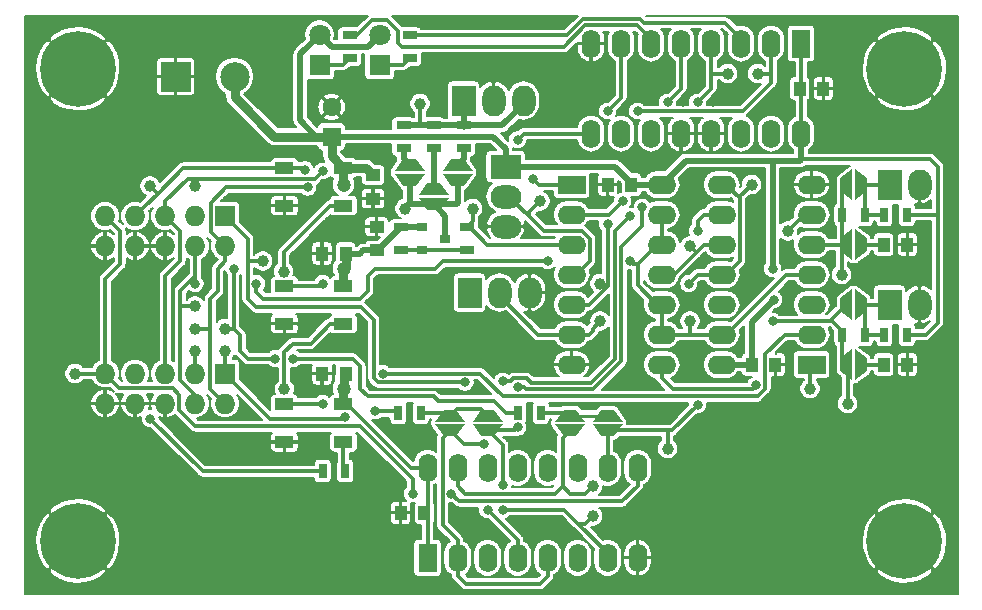
<source format=gbl>
%TF.GenerationSoftware,KiCad,Pcbnew,(5.0.0-rc2-dev-488-g86906b05e)*%
%TF.CreationDate,2018-05-18T00:39:14+02:00*%
%TF.ProjectId,ledbox,6C6564626F782E6B696361645F706362,rev?*%
%TF.SameCoordinates,Original*%
%TF.FileFunction,Copper,L2,Bot,Signal*%
%TF.FilePolarity,Positive*%
%FSLAX46Y46*%
G04 Gerber Fmt 4.6, Leading zero omitted, Abs format (unit mm)*
G04 Created by KiCad (PCBNEW (5.0.0-rc2-dev-488-g86906b05e)) date Fri May 18 00:39:14 2018*
%MOMM*%
%LPD*%
G01*
G04 APERTURE LIST*
%TA.AperFunction,ComponentPad*%
%ADD10C,6.400000*%
%TD*%
%TA.AperFunction,ComponentPad*%
%ADD11C,0.800000*%
%TD*%
%TA.AperFunction,ComponentPad*%
%ADD12R,1.600000X1.600000*%
%TD*%
%TA.AperFunction,ComponentPad*%
%ADD13C,1.600000*%
%TD*%
%TA.AperFunction,SMDPad,CuDef*%
%ADD14R,1.000000X1.250000*%
%TD*%
%TA.AperFunction,SMDPad,CuDef*%
%ADD15R,1.250000X1.000000*%
%TD*%
%TA.AperFunction,ComponentPad*%
%ADD16R,1.800000X1.800000*%
%TD*%
%TA.AperFunction,ComponentPad*%
%ADD17C,1.800000*%
%TD*%
%TA.AperFunction,ComponentPad*%
%ADD18O,2.600000X2.000000*%
%TD*%
%TA.AperFunction,ComponentPad*%
%ADD19R,2.600000X2.000000*%
%TD*%
%TA.AperFunction,ComponentPad*%
%ADD20R,2.500000X2.500000*%
%TD*%
%TA.AperFunction,ComponentPad*%
%ADD21C,2.500000*%
%TD*%
%TA.AperFunction,ComponentPad*%
%ADD22R,2.000000X2.600000*%
%TD*%
%TA.AperFunction,ComponentPad*%
%ADD23O,2.000000X2.600000*%
%TD*%
%TA.AperFunction,Conductor*%
%ADD24C,1.000000*%
%TD*%
%TA.AperFunction,Conductor*%
%ADD25C,0.100000*%
%TD*%
%TA.AperFunction,SMDPad,CuDef*%
%ADD26R,0.700000X1.300000*%
%TD*%
%TA.AperFunction,SMDPad,CuDef*%
%ADD27R,1.300000X0.700000*%
%TD*%
%TA.AperFunction,ComponentPad*%
%ADD28R,1.600000X2.400000*%
%TD*%
%TA.AperFunction,ComponentPad*%
%ADD29O,1.600000X2.400000*%
%TD*%
%TA.AperFunction,ComponentPad*%
%ADD30R,2.400000X1.600000*%
%TD*%
%TA.AperFunction,ComponentPad*%
%ADD31O,2.400000X1.600000*%
%TD*%
%TA.AperFunction,SMDPad,CuDef*%
%ADD32R,1.600000X1.000000*%
%TD*%
%TA.AperFunction,ComponentPad*%
%ADD33O,1.727200X1.727200*%
%TD*%
%TA.AperFunction,ComponentPad*%
%ADD34R,1.727200X1.727200*%
%TD*%
%TA.AperFunction,SMDPad,CuDef*%
%ADD35R,0.900000X0.800000*%
%TD*%
%TA.AperFunction,BGAPad,CuDef*%
%ADD36C,1.000000*%
%TD*%
%TA.AperFunction,ViaPad*%
%ADD37C,0.500000*%
%TD*%
%TA.AperFunction,ViaPad*%
%ADD38C,0.800000*%
%TD*%
%TA.AperFunction,ViaPad*%
%ADD39C,1.200000*%
%TD*%
%TA.AperFunction,Conductor*%
%ADD40C,0.500000*%
%TD*%
%TA.AperFunction,Conductor*%
%ADD41C,0.300000*%
%TD*%
%TA.AperFunction,Conductor*%
%ADD42C,0.750000*%
%TD*%
%TA.AperFunction,Conductor*%
%ADD43C,0.250000*%
%TD*%
%TA.AperFunction,Conductor*%
%ADD44C,0.200000*%
%TD*%
G04 APERTURE END LIST*
D10*
%TO.P,REF\002A\002A,1*%
%TO.N,GND*%
X105000000Y-105000000D03*
D11*
%TO.N,N/C*%
X107400000Y-105000000D03*
X106697056Y-106697056D03*
X105000000Y-107400000D03*
X103302944Y-106697056D03*
X102600000Y-105000000D03*
X103302944Y-103302944D03*
X105000000Y-102600000D03*
X106697056Y-103302944D03*
%TD*%
%TO.P,REF\002A\002A,1*%
%TO.N,N/C*%
X106697056Y-143302944D03*
X105000000Y-142600000D03*
X103302944Y-143302944D03*
X102600000Y-145000000D03*
X103302944Y-146697056D03*
X105000000Y-147400000D03*
X106697056Y-146697056D03*
X107400000Y-145000000D03*
D10*
%TO.N,GND*%
X105000000Y-145000000D03*
%TD*%
%TO.P,REF\002A\002A,1*%
%TO.N,GND*%
X175000000Y-145000000D03*
D11*
%TO.N,N/C*%
X177400000Y-145000000D03*
X176697056Y-146697056D03*
X175000000Y-147400000D03*
X173302944Y-146697056D03*
X172600000Y-145000000D03*
X173302944Y-143302944D03*
X175000000Y-142600000D03*
X176697056Y-143302944D03*
%TD*%
%TO.P,REF\002A\002A,1*%
%TO.N,N/C*%
X176697056Y-103302944D03*
X175000000Y-102600000D03*
X173302944Y-103302944D03*
X172600000Y-105000000D03*
X173302944Y-106697056D03*
X175000000Y-107400000D03*
X176697056Y-106697056D03*
X177400000Y-105000000D03*
D10*
%TO.N,GND*%
X175000000Y-105000000D03*
%TD*%
D12*
%TO.P,C101,1*%
%TO.N,+5V*%
X126492000Y-110744000D03*
D13*
%TO.P,C101,2*%
%TO.N,GND*%
X126492000Y-108244000D03*
%TD*%
D14*
%TO.P,C201,1*%
%TO.N,+5V*%
X166132000Y-106680000D03*
%TO.P,C201,2*%
%TO.N,GND*%
X168132000Y-106680000D03*
%TD*%
%TO.P,C202,2*%
%TO.N,GND*%
X149876000Y-114808000D03*
%TO.P,C202,1*%
%TO.N,+5V*%
X151876000Y-114808000D03*
%TD*%
%TO.P,C203,1*%
%TO.N,+5V*%
X162068000Y-130048000D03*
%TO.P,C203,2*%
%TO.N,GND*%
X164068000Y-130048000D03*
%TD*%
%TO.P,C204,1*%
%TO.N,+5V*%
X134350000Y-142607000D03*
%TO.P,C204,2*%
%TO.N,GND*%
X132350000Y-142607000D03*
%TD*%
%TO.P,C301,2*%
%TO.N,GND*%
X175244000Y-119888000D03*
%TO.P,C301,1*%
%TO.N,Net-(C301-Pad1)*%
X173244000Y-119888000D03*
%TD*%
%TO.P,C401,2*%
%TO.N,GND*%
X175244000Y-130048000D03*
%TO.P,C401,1*%
%TO.N,Net-(C401-Pad1)*%
X173244000Y-130048000D03*
%TD*%
D15*
%TO.P,C501,2*%
%TO.N,GND*%
X130000000Y-116000000D03*
%TO.P,C501,1*%
%TO.N,+5V*%
X130000000Y-114000000D03*
%TD*%
D14*
%TO.P,C502,1*%
%TO.N,+5V*%
X127685000Y-130810000D03*
%TO.P,C502,2*%
%TO.N,GND*%
X125685000Y-130810000D03*
%TD*%
%TO.P,C503,1*%
%TO.N,+5V*%
X127685000Y-120650000D03*
%TO.P,C503,2*%
%TO.N,GND*%
X125685000Y-120650000D03*
%TD*%
D15*
%TO.P,C504,2*%
%TO.N,GND*%
X130302000Y-118380000D03*
%TO.P,C504,1*%
%TO.N,+5V*%
X130302000Y-120380000D03*
%TD*%
D16*
%TO.P,D201,1*%
%TO.N,Net-(D201-Pad1)*%
X130556000Y-104648000D03*
D17*
%TO.P,D201,2*%
%TO.N,+5V*%
X130556000Y-102108000D03*
%TD*%
%TO.P,D202,2*%
%TO.N,+5V*%
X125476000Y-102108000D03*
D16*
%TO.P,D202,1*%
%TO.N,Net-(D202-Pad1)*%
X125476000Y-104648000D03*
%TD*%
D18*
%TO.P,J101,3*%
%TO.N,GND*%
X141224000Y-118364000D03*
%TO.P,J101,2*%
%TO.N,/Logic/ADD_IN*%
X141224000Y-115824000D03*
D19*
%TO.P,J101,1*%
%TO.N,+5V*%
X141224000Y-113284000D03*
%TD*%
D20*
%TO.P,J102,1*%
%TO.N,GND*%
X113284000Y-105664000D03*
D21*
%TO.P,J102,2*%
%TO.N,+5V*%
X118284000Y-105664000D03*
%TD*%
D22*
%TO.P,J104,1*%
%TO.N,+5V*%
X138176000Y-123952000D03*
D23*
%TO.P,J104,2*%
%TO.N,/Logic/ADD_OUT*%
X140716000Y-123952000D03*
%TO.P,J104,3*%
%TO.N,GND*%
X143256000Y-123952000D03*
%TD*%
D22*
%TO.P,J301,1*%
%TO.N,Net-(J301-Pad1)*%
X173736000Y-114808000D03*
D23*
%TO.P,J301,2*%
%TO.N,GND*%
X176276000Y-114808000D03*
%TD*%
%TO.P,J401,2*%
%TO.N,GND*%
X176276000Y-124968000D03*
D22*
%TO.P,J401,1*%
%TO.N,Net-(J401-Pad1)*%
X173736000Y-124968000D03*
%TD*%
%TO.P,J501,1*%
%TO.N,/Interface/IR_LED_DRV*%
X137668000Y-107696000D03*
D23*
%TO.P,J501,2*%
%TO.N,GND*%
X140208000Y-107696000D03*
%TO.P,J501,3*%
%TO.N,/Interface/IR_LED_DRV*%
X142748000Y-107696000D03*
%TD*%
D24*
%TO.N,/Logic/LED_DATA_OUT*%
%TO.C,JP201*%
X136525000Y-134377400D03*
D25*
G36*
X137800000Y-134877400D02*
X135250000Y-134877400D01*
X136000000Y-133877400D01*
X137050000Y-133877400D01*
X137800000Y-134877400D01*
X137800000Y-134877400D01*
G37*
D24*
%TO.N,/Logic/LED_OUT*%
X136525000Y-135596600D03*
D25*
G36*
X135250000Y-135096600D02*
X137800000Y-135096600D01*
X137050000Y-136096600D01*
X136000000Y-136096600D01*
X135250000Y-135096600D01*
X135250000Y-135096600D01*
G37*
%TD*%
D24*
%TO.N,/Logic/LED_OUT_ADD*%
%TO.C,JP202*%
X139700000Y-135596600D03*
D25*
G36*
X138425000Y-135096600D02*
X140975000Y-135096600D01*
X140225000Y-136096600D01*
X139175000Y-136096600D01*
X138425000Y-135096600D01*
X138425000Y-135096600D01*
G37*
D24*
%TO.N,/Logic/LED_DATA_OUT*%
X139700000Y-134377400D03*
D25*
G36*
X140975000Y-134877400D02*
X138425000Y-134877400D01*
X139175000Y-133877400D01*
X140225000Y-133877400D01*
X140975000Y-134877400D01*
X140975000Y-134877400D01*
G37*
%TD*%
D24*
%TO.N,/Logic/BTN_DATA_OUT*%
%TO.C,JP203*%
X149860000Y-134377400D03*
D25*
G36*
X151135000Y-134877400D02*
X148585000Y-134877400D01*
X149335000Y-133877400D01*
X150385000Y-133877400D01*
X151135000Y-134877400D01*
X151135000Y-134877400D01*
G37*
D24*
%TO.N,/Logic/BTN_OUT*%
X149860000Y-135596600D03*
D25*
G36*
X148585000Y-135096600D02*
X151135000Y-135096600D01*
X150385000Y-136096600D01*
X149335000Y-136096600D01*
X148585000Y-135096600D01*
X148585000Y-135096600D01*
G37*
%TD*%
D24*
%TO.N,Net-(JP204-Pad1)*%
%TO.C,JP204*%
X146685000Y-135596600D03*
D25*
G36*
X145410000Y-135096600D02*
X147960000Y-135096600D01*
X147210000Y-136096600D01*
X146160000Y-136096600D01*
X145410000Y-135096600D01*
X145410000Y-135096600D01*
G37*
D24*
%TO.N,/Logic/BTN_DATA_OUT*%
X146685000Y-134377400D03*
D25*
G36*
X147960000Y-134877400D02*
X145410000Y-134877400D01*
X146160000Y-133877400D01*
X147210000Y-133877400D01*
X147960000Y-134877400D01*
X147960000Y-134877400D01*
G37*
%TD*%
D24*
%TO.N,Net-(J301-Pad1)*%
%TO.C,JP301*%
X171297600Y-114808000D03*
D25*
G36*
X170797600Y-116083000D02*
X170797600Y-113533000D01*
X171797600Y-114283000D01*
X171797600Y-115333000D01*
X170797600Y-116083000D01*
X170797600Y-116083000D01*
G37*
D24*
%TO.N,Net-(JP301-Pad2)*%
X170078400Y-114808000D03*
D25*
G36*
X170578400Y-113533000D02*
X170578400Y-116083000D01*
X169578400Y-115333000D01*
X169578400Y-114283000D01*
X170578400Y-113533000D01*
X170578400Y-113533000D01*
G37*
%TD*%
D24*
%TO.N,Net-(C301-Pad1)*%
%TO.C,JP302*%
X171297600Y-119888000D03*
D25*
G36*
X170797600Y-121163000D02*
X170797600Y-118613000D01*
X171797600Y-119363000D01*
X171797600Y-120413000D01*
X170797600Y-121163000D01*
X170797600Y-121163000D01*
G37*
D24*
%TO.N,Net-(JP301-Pad2)*%
X170078400Y-119888000D03*
D25*
G36*
X170578400Y-118613000D02*
X170578400Y-121163000D01*
X169578400Y-120413000D01*
X169578400Y-119363000D01*
X170578400Y-118613000D01*
X170578400Y-118613000D01*
G37*
%TD*%
D24*
%TO.N,Net-(J401-Pad1)*%
%TO.C,JP401*%
X171297600Y-124968000D03*
D25*
G36*
X170797600Y-126243000D02*
X170797600Y-123693000D01*
X171797600Y-124443000D01*
X171797600Y-125493000D01*
X170797600Y-126243000D01*
X170797600Y-126243000D01*
G37*
D24*
%TO.N,Net-(JP401-Pad2)*%
X170078400Y-124968000D03*
D25*
G36*
X170578400Y-123693000D02*
X170578400Y-126243000D01*
X169578400Y-125493000D01*
X169578400Y-124443000D01*
X170578400Y-123693000D01*
X170578400Y-123693000D01*
G37*
%TD*%
D24*
%TO.N,Net-(C401-Pad1)*%
%TO.C,JP402*%
X171297600Y-130048000D03*
D25*
G36*
X170797600Y-131323000D02*
X170797600Y-128773000D01*
X171797600Y-129523000D01*
X171797600Y-130573000D01*
X170797600Y-131323000D01*
X170797600Y-131323000D01*
G37*
D24*
%TO.N,Net-(JP401-Pad2)*%
X170078400Y-130048000D03*
D25*
G36*
X170578400Y-128773000D02*
X170578400Y-131323000D01*
X169578400Y-130573000D01*
X169578400Y-129523000D01*
X170578400Y-128773000D01*
X170578400Y-128773000D01*
G37*
%TD*%
D24*
%TO.N,Net-(JP501-Pad1)*%
%TO.C,JP501*%
X137160000Y-113182400D03*
D25*
G36*
X138435000Y-113682400D02*
X135885000Y-113682400D01*
X136635000Y-112682400D01*
X137685000Y-112682400D01*
X138435000Y-113682400D01*
X138435000Y-113682400D01*
G37*
D24*
%TO.N,Net-(JP501-Pad2)*%
X137160000Y-114401600D03*
D25*
G36*
X135885000Y-113901600D02*
X138435000Y-113901600D01*
X137685000Y-114901600D01*
X136635000Y-114901600D01*
X135885000Y-113901600D01*
X135885000Y-113901600D01*
G37*
%TD*%
D24*
%TO.N,Net-(JP502-Pad1)*%
%TO.C,JP502*%
X135128000Y-115214400D03*
D25*
G36*
X136403000Y-115714400D02*
X133853000Y-115714400D01*
X134603000Y-114714400D01*
X135653000Y-114714400D01*
X136403000Y-115714400D01*
X136403000Y-115714400D01*
G37*
D24*
%TO.N,Net-(JP501-Pad2)*%
X135128000Y-116433600D03*
D25*
G36*
X133853000Y-115933600D02*
X136403000Y-115933600D01*
X135653000Y-116933600D01*
X134603000Y-116933600D01*
X133853000Y-115933600D01*
X133853000Y-115933600D01*
G37*
%TD*%
D24*
%TO.N,Net-(JP501-Pad2)*%
%TO.C,JP503*%
X133096000Y-114401600D03*
D25*
G36*
X131821000Y-113901600D02*
X134371000Y-113901600D01*
X133621000Y-114901600D01*
X132571000Y-114901600D01*
X131821000Y-113901600D01*
X131821000Y-113901600D01*
G37*
D24*
%TO.N,Net-(JP503-Pad1)*%
X133096000Y-113182400D03*
D25*
G36*
X134371000Y-113682400D02*
X131821000Y-113682400D01*
X132571000Y-112682400D01*
X133621000Y-112682400D01*
X134371000Y-113682400D01*
X134371000Y-113682400D01*
G37*
%TD*%
D26*
%TO.P,R101,1*%
%TO.N,/Logic/BTN_DATA_OUT*%
X144206000Y-134112000D03*
%TO.P,R101,2*%
%TO.N,/BTN_DATA_OUT*%
X142306000Y-134112000D03*
%TD*%
%TO.P,R102,1*%
%TO.N,/Logic/LED_DATA_OUT*%
X134046000Y-134112000D03*
%TO.P,R102,2*%
%TO.N,/LED_DATA_OUT*%
X132146000Y-134112000D03*
%TD*%
%TO.P,R103,2*%
%TO.N,/RGB_OUT*%
X125735000Y-139065000D03*
%TO.P,R103,1*%
%TO.N,/Interface/RGB_OUT*%
X127635000Y-139065000D03*
%TD*%
D27*
%TO.P,R201,2*%
%TO.N,Net-(D201-Pad1)*%
X133096000Y-104074000D03*
%TO.P,R201,1*%
%TO.N,/Logic/LED_INDICATOR*%
X133096000Y-102174000D03*
%TD*%
%TO.P,R202,1*%
%TO.N,/Logic/LED_INDICATOR_ADD*%
X128016000Y-102174000D03*
%TO.P,R202,2*%
%TO.N,Net-(D202-Pad1)*%
X128016000Y-104074000D03*
%TD*%
D26*
%TO.P,R301,2*%
%TO.N,Net-(J301-Pad1)*%
X173294000Y-117348000D03*
%TO.P,R301,1*%
%TO.N,+5V*%
X175194000Y-117348000D03*
%TD*%
%TO.P,R302,1*%
%TO.N,Net-(JP301-Pad2)*%
X169738000Y-117348000D03*
%TO.P,R302,2*%
%TO.N,Net-(J301-Pad1)*%
X171638000Y-117348000D03*
%TD*%
%TO.P,R401,2*%
%TO.N,Net-(J401-Pad1)*%
X173294000Y-127508000D03*
%TO.P,R401,1*%
%TO.N,+5V*%
X175194000Y-127508000D03*
%TD*%
%TO.P,R402,1*%
%TO.N,Net-(JP401-Pad2)*%
X169738000Y-127508000D03*
%TO.P,R402,2*%
%TO.N,Net-(J401-Pad1)*%
X171638000Y-127508000D03*
%TD*%
D27*
%TO.P,R501,1*%
%TO.N,Net-(Q501-Pad1)*%
X137922000Y-120330000D03*
%TO.P,R501,2*%
%TO.N,/Logic/IR_LED*%
X137922000Y-118430000D03*
%TD*%
%TO.P,R502,2*%
%TO.N,+5V*%
X132334000Y-118430000D03*
%TO.P,R502,1*%
%TO.N,Net-(Q501-Pad1)*%
X132334000Y-120330000D03*
%TD*%
%TO.P,R503,2*%
%TO.N,/Interface/IR_LED_DRV*%
X137668000Y-109794000D03*
%TO.P,R503,1*%
%TO.N,Net-(JP501-Pad1)*%
X137668000Y-111694000D03*
%TD*%
%TO.P,R504,1*%
%TO.N,Net-(JP502-Pad1)*%
X135128000Y-111694000D03*
%TO.P,R504,2*%
%TO.N,/Interface/IR_LED_DRV*%
X135128000Y-109794000D03*
%TD*%
%TO.P,R505,2*%
%TO.N,/Interface/IR_LED_DRV*%
X132588000Y-109794000D03*
%TO.P,R505,1*%
%TO.N,Net-(JP503-Pad1)*%
X132588000Y-111694000D03*
%TD*%
D28*
%TO.P,U201,1*%
%TO.N,+5V*%
X166243000Y-102870000D03*
D29*
%TO.P,U201,9*%
%TO.N,/LED_LOAD*%
X148463000Y-110490000D03*
%TO.P,U201,2*%
%TO.N,Net-(TP203-Pad1)*%
X163703000Y-102870000D03*
%TO.P,U201,10*%
%TO.N,Net-(U201-Pad10)*%
X151003000Y-110490000D03*
%TO.P,U201,3*%
%TO.N,/Logic/LED_INDICATOR*%
X161163000Y-102870000D03*
%TO.P,U201,11*%
%TO.N,Net-(U201-Pad11)*%
X153543000Y-110490000D03*
%TO.P,U201,4*%
%TO.N,/Logic/LED_OUT*%
X158623000Y-102870000D03*
%TO.P,U201,12*%
%TO.N,GND*%
X156083000Y-110490000D03*
%TO.P,U201,5*%
%TO.N,/Logic/LED_OUT_ADD*%
X156083000Y-102870000D03*
%TO.P,U201,13*%
%TO.N,GND*%
X158623000Y-110490000D03*
%TO.P,U201,6*%
%TO.N,/Logic/LED_INDICATOR_ADD*%
X153543000Y-102870000D03*
%TO.P,U201,14*%
%TO.N,Net-(U201-Pad14)*%
X161163000Y-110490000D03*
%TO.P,U201,7*%
%TO.N,Net-(TP205-Pad1)*%
X151003000Y-102870000D03*
%TO.P,U201,15*%
%TO.N,Net-(U201-Pad15)*%
X163703000Y-110490000D03*
%TO.P,U201,8*%
%TO.N,GND*%
X148463000Y-102870000D03*
%TO.P,U201,16*%
%TO.N,+5V*%
X166243000Y-110490000D03*
%TD*%
%TO.P,U202,16*%
%TO.N,+5V*%
X134620000Y-138797000D03*
%TO.P,U202,8*%
%TO.N,GND*%
X152400000Y-146417000D03*
%TO.P,U202,15*%
%TO.N,Net-(JP204-Pad1)*%
X137160000Y-138797000D03*
%TO.P,U202,7*%
%TO.N,/Logic/LED_OUT_ADD*%
X149860000Y-146417000D03*
%TO.P,U202,14*%
%TO.N,Net-(U202-Pad14)*%
X139700000Y-138797000D03*
%TO.P,U202,6*%
%TO.N,Net-(U202-Pad6)*%
X147320000Y-146417000D03*
%TO.P,U202,13*%
%TO.N,/Logic/button_mux_add/BTN_OUT*%
X142240000Y-138797000D03*
%TO.P,U202,5*%
%TO.N,/Logic/LED_OUT*%
X144780000Y-146417000D03*
%TO.P,U202,12*%
%TO.N,/Logic/button_mux/BTN_OUT*%
X144780000Y-138797000D03*
%TO.P,U202,4*%
%TO.N,/LED_DATA_IN*%
X142240000Y-146417000D03*
%TO.P,U202,11*%
%TO.N,Net-(U202-Pad11)*%
X147320000Y-138797000D03*
%TO.P,U202,3*%
%TO.N,Net-(U202-Pad3)*%
X139700000Y-146417000D03*
%TO.P,U202,10*%
%TO.N,/Logic/BTN_OUT*%
X149860000Y-138797000D03*
%TO.P,U202,2*%
%TO.N,/Logic/LED_OUT*%
X137160000Y-146417000D03*
%TO.P,U202,9*%
%TO.N,/CLK*%
X152400000Y-138797000D03*
D28*
%TO.P,U202,1*%
%TO.N,+5V*%
X134620000Y-146417000D03*
%TD*%
D30*
%TO.P,U203,1*%
%TO.N,/IR_CLK*%
X146812000Y-114808000D03*
D31*
%TO.P,U203,8*%
%TO.N,Net-(TP303-Pad1)*%
X154432000Y-130048000D03*
%TO.P,U203,2*%
%TO.N,Net-(TP203-Pad1)*%
X146812000Y-117348000D03*
%TO.P,U203,9*%
%TO.N,/BTN_LOAD*%
X154432000Y-127508000D03*
%TO.P,U203,3*%
%TO.N,/Logic/IR_LED*%
X146812000Y-119888000D03*
%TO.P,U203,10*%
%TO.N,/BTN_LOAD*%
X154432000Y-124968000D03*
%TO.P,U203,4*%
%TO.N,/Logic/ADD_IN*%
X146812000Y-122428000D03*
%TO.P,U203,11*%
%TO.N,Net-(TP403-Pad1)*%
X154432000Y-122428000D03*
%TO.P,U203,5*%
%TO.N,Net-(TP205-Pad1)*%
X146812000Y-124968000D03*
%TO.P,U203,12*%
%TO.N,/BTN_LOAD*%
X154432000Y-119888000D03*
%TO.P,U203,6*%
%TO.N,/Logic/ADD_OUT*%
X146812000Y-127508000D03*
%TO.P,U203,13*%
%TO.N,/BTN_LOAD*%
X154432000Y-117348000D03*
%TO.P,U203,7*%
%TO.N,GND*%
X146812000Y-130048000D03*
%TO.P,U203,14*%
%TO.N,+5V*%
X154432000Y-114808000D03*
%TD*%
%TO.P,U204,14*%
%TO.N,+5V*%
X159512000Y-130048000D03*
%TO.P,U204,7*%
%TO.N,GND*%
X167132000Y-114808000D03*
%TO.P,U204,13*%
%TO.N,/BTN_LOAD*%
X159512000Y-127508000D03*
%TO.P,U204,6*%
%TO.N,/Logic/button_mux/BTN_OUT*%
X167132000Y-117348000D03*
%TO.P,U204,12*%
%TO.N,Net-(JP401-Pad2)*%
X159512000Y-124968000D03*
%TO.P,U204,5*%
%TO.N,Net-(JP301-Pad2)*%
X167132000Y-119888000D03*
%TO.P,U204,11*%
%TO.N,/Logic/button_mux_add/BTN_OUT*%
X159512000Y-122428000D03*
%TO.P,U204,4*%
%TO.N,/BTN_LOAD*%
X167132000Y-122428000D03*
%TO.P,U204,10*%
%TO.N,Net-(TP403-Pad1)*%
X159512000Y-119888000D03*
%TO.P,U204,3*%
%TO.N,/Logic/button_mux/BTN_OUT*%
X167132000Y-124968000D03*
%TO.P,U204,9*%
%TO.N,/Logic/BTN_OUT*%
X159512000Y-117348000D03*
%TO.P,U204,2*%
%TO.N,/BTN_DATA_IN*%
X167132000Y-127508000D03*
%TO.P,U204,8*%
%TO.N,/Logic/button_mux_add/BTN_OUT*%
X159512000Y-114808000D03*
D30*
%TO.P,U204,1*%
%TO.N,Net-(TP303-Pad1)*%
X167132000Y-130048000D03*
%TD*%
D32*
%TO.P,U501,3*%
%TO.N,GND*%
X122500000Y-116600000D03*
%TO.P,U501,4*%
%TO.N,/RGB_IN*%
X122500000Y-113400000D03*
%TO.P,U501,2*%
%TO.N,Net-(TP502-Pad1)*%
X127500000Y-116600000D03*
%TO.P,U501,1*%
%TO.N,+5V*%
X127500000Y-113400000D03*
%TD*%
%TO.P,U502,1*%
%TO.N,+5V*%
X127500000Y-123400000D03*
%TO.P,U502,2*%
%TO.N,Net-(TP505-Pad1)*%
X127500000Y-126600000D03*
%TO.P,U502,4*%
%TO.N,/RGB_IN*%
X122500000Y-123400000D03*
%TO.P,U502,3*%
%TO.N,GND*%
X122500000Y-126600000D03*
%TD*%
%TO.P,U503,3*%
%TO.N,GND*%
X122500000Y-136600000D03*
%TO.P,U503,4*%
%TO.N,/RGB_IN*%
X122500000Y-133400000D03*
%TO.P,U503,2*%
%TO.N,/Interface/RGB_OUT*%
X127500000Y-136600000D03*
%TO.P,U503,1*%
%TO.N,+5V*%
X127500000Y-133400000D03*
%TD*%
D33*
%TO.P,J103,10*%
%TO.N,GND*%
X107315000Y-120015000D03*
%TO.P,J103,9*%
%TO.N,/CLK*%
X107315000Y-117475000D03*
%TO.P,J103,8*%
%TO.N,GND*%
X109855000Y-120015000D03*
%TO.P,J103,7*%
%TO.N,/RGB_IN*%
X109855000Y-117475000D03*
%TO.P,J103,6*%
%TO.N,GND*%
X112395000Y-120015000D03*
%TO.P,J103,5*%
%TO.N,/IR_CLK*%
X112395000Y-117475000D03*
%TO.P,J103,4*%
%TO.N,/BTN_LOAD*%
X114935000Y-120015000D03*
%TO.P,J103,3*%
%TO.N,/BTN_DATA_OUT*%
X114935000Y-117475000D03*
%TO.P,J103,2*%
%TO.N,/LED_LOAD*%
X117475000Y-120015000D03*
D34*
%TO.P,J103,1*%
%TO.N,/LED_DATA_IN*%
X117475000Y-117475000D03*
%TD*%
%TO.P,J105,1*%
%TO.N,/LED_DATA_OUT*%
X117475000Y-130810000D03*
D33*
%TO.P,J105,2*%
%TO.N,/LED_LOAD*%
X117475000Y-133350000D03*
%TO.P,J105,3*%
%TO.N,/BTN_DATA_IN*%
X114935000Y-130810000D03*
%TO.P,J105,4*%
%TO.N,/BTN_LOAD*%
X114935000Y-133350000D03*
%TO.P,J105,5*%
%TO.N,/IR_CLK*%
X112395000Y-130810000D03*
%TO.P,J105,6*%
%TO.N,GND*%
X112395000Y-133350000D03*
%TO.P,J105,7*%
%TO.N,/RGB_OUT*%
X109855000Y-130810000D03*
%TO.P,J105,8*%
%TO.N,GND*%
X109855000Y-133350000D03*
%TO.P,J105,9*%
%TO.N,/CLK*%
X107315000Y-130810000D03*
%TO.P,J105,10*%
%TO.N,GND*%
X107315000Y-133350000D03*
%TD*%
D35*
%TO.P,Q501,1*%
%TO.N,Net-(Q501-Pad1)*%
X134128000Y-120330000D03*
%TO.P,Q501,2*%
%TO.N,+5V*%
X134128000Y-118430000D03*
%TO.P,Q501,3*%
%TO.N,Net-(JP501-Pad2)*%
X136128000Y-119380000D03*
%TD*%
D36*
%TO.P,TP201,1*%
%TO.N,/LED_DATA_IN*%
X120650000Y-121285000D03*
%TD*%
%TO.P,TP202,1*%
%TO.N,/IR_CLK*%
X114935000Y-114935000D03*
%TD*%
%TO.P,TP203,1*%
%TO.N,Net-(TP203-Pad1)*%
X162560000Y-105410000D03*
%TD*%
%TO.P,TP204,1*%
%TO.N,/Logic/ADD_IN*%
X144145000Y-116205000D03*
%TD*%
%TO.P,TP205,1*%
%TO.N,Net-(TP205-Pad1)*%
X149225000Y-123190000D03*
%TD*%
%TO.P,TP206,1*%
%TO.N,/Logic/IR_LED*%
X138430000Y-116840000D03*
%TD*%
%TO.P,TP207,1*%
%TO.N,/Logic/ADD_OUT*%
X149225000Y-126365000D03*
%TD*%
%TO.P,TP208,1*%
%TO.N,/Logic/LED_OUT*%
X160020000Y-105410000D03*
%TD*%
%TO.P,TP209,1*%
%TO.N,Net-(JP204-Pad1)*%
X148590000Y-140335000D03*
%TD*%
%TO.P,TP210,1*%
%TO.N,/Logic/LED_OUT_ADD*%
X148590000Y-142875000D03*
%TD*%
%TO.P,TP211,1*%
%TO.N,/Logic/BTN_OUT*%
X154940000Y-137160000D03*
%TD*%
%TO.P,TP301,1*%
%TO.N,Net-(JP301-Pad2)*%
X169672000Y-122428000D03*
%TD*%
%TO.P,TP302,1*%
%TO.N,/BTN_LOAD*%
X114935000Y-125095000D03*
%TD*%
%TO.P,TP303,1*%
%TO.N,Net-(TP303-Pad1)*%
X167005000Y-132080000D03*
%TD*%
%TO.P,TP304,1*%
%TO.N,/Logic/button_mux/BTN_OUT*%
X165100000Y-118745000D03*
%TD*%
%TO.P,TP401,1*%
%TO.N,Net-(JP401-Pad2)*%
X170180000Y-133350000D03*
%TD*%
%TO.P,TP402,1*%
%TO.N,/BTN_LOAD*%
X156845000Y-126365000D03*
%TD*%
%TO.P,TP403,1*%
%TO.N,Net-(TP403-Pad1)*%
X156845000Y-120015000D03*
%TD*%
%TO.P,TP404,1*%
%TO.N,/Logic/button_mux_add/BTN_OUT*%
X162052000Y-114808000D03*
%TD*%
%TO.P,TP501,1*%
%TO.N,/RGB_IN*%
X111125000Y-114935000D03*
%TD*%
%TO.P,TP502,1*%
%TO.N,Net-(TP502-Pad1)*%
X122428000Y-122174000D03*
%TD*%
%TO.P,TP503,1*%
%TO.N,/Interface/IR_LED_DRV*%
X133985000Y-107950000D03*
%TD*%
%TO.P,TP504,1*%
%TO.N,Net-(JP501-Pad2)*%
X132715000Y-116840000D03*
%TD*%
%TO.P,TP505,1*%
%TO.N,Net-(TP505-Pad1)*%
X122491500Y-132143500D03*
%TD*%
%TO.P,TP101,1*%
%TO.N,/CLK*%
X104775000Y-130810000D03*
%TD*%
%TO.P,TP102,1*%
%TO.N,/LED_LOAD*%
X114935000Y-127000000D03*
%TD*%
%TO.P,TP103,1*%
%TO.N,/BTN_DATA_IN*%
X114935000Y-128905000D03*
%TD*%
%TO.P,TP104,1*%
%TO.N,/BTN_DATA_OUT*%
X117475000Y-127000000D03*
%TD*%
%TO.P,TP105,1*%
%TO.N,/LED_DATA_OUT*%
X117475000Y-128905000D03*
%TD*%
D37*
%TO.N,GND*%
X124333000Y-119761000D03*
X125349000Y-119126000D03*
X124333000Y-120777000D03*
X113792000Y-122428000D03*
X119380000Y-131064000D03*
X119380000Y-134112000D03*
X143510000Y-104140000D03*
X139700000Y-104140000D03*
X125095000Y-106680000D03*
X142748000Y-101092000D03*
X138684000Y-101092000D03*
X134620000Y-101092000D03*
X130175000Y-109855000D03*
X117475000Y-124460000D03*
X125730000Y-128270000D03*
X128905000Y-128270000D03*
X141605000Y-136525000D03*
X134620000Y-135890000D03*
X132715000Y-135890000D03*
X162560000Y-116205000D03*
X162560000Y-120015000D03*
X152400000Y-126365000D03*
X152400000Y-128905000D03*
X151130000Y-131445000D03*
X154305000Y-133985000D03*
X152400000Y-133985000D03*
X169545000Y-106680000D03*
X168275000Y-107950000D03*
X168275000Y-105410000D03*
X165100000Y-131445000D03*
X165100000Y-128905000D03*
X125666500Y-121920000D03*
X124460000Y-121793000D03*
X148590000Y-115570000D03*
X148590000Y-114300000D03*
X126365000Y-106680000D03*
X128270000Y-108585000D03*
X124460000Y-117475000D03*
X123190000Y-118110000D03*
X121920000Y-118110000D03*
X120650000Y-117475000D03*
X120650000Y-116205000D03*
X120650000Y-127635000D03*
X124460000Y-126365000D03*
X120650000Y-126365000D03*
X124460000Y-127000000D03*
X124460000Y-136525000D03*
X123190000Y-137795000D03*
X121920000Y-137795000D03*
X120650000Y-137160000D03*
X120396000Y-136144000D03*
X132080000Y-144145000D03*
X132080000Y-140970000D03*
X130810000Y-141605000D03*
X130810000Y-143510000D03*
X176530000Y-120015000D03*
X176530000Y-121285000D03*
X175260000Y-121285000D03*
X176530000Y-130175000D03*
X176530000Y-131445000D03*
X175260000Y-131445000D03*
X177800000Y-128270000D03*
X176530000Y-128270000D03*
X177800000Y-111760000D03*
X175895000Y-111760000D03*
X149225000Y-104775000D03*
X147320000Y-104775000D03*
X158750000Y-107950000D03*
X156210000Y-107950000D03*
D38*
%TO.N,+5V*%
X163830000Y-121920000D03*
X163925331Y-124555331D03*
D39*
X127508000Y-121920000D03*
X127508000Y-132080000D03*
X127508000Y-114808000D03*
D37*
%TO.N,GND*%
X135255000Y-104140000D03*
X127635000Y-106680000D03*
X139065000Y-105410000D03*
X140970000Y-105410000D03*
X131064000Y-116840000D03*
X129540000Y-117348000D03*
X129032000Y-118364000D03*
X129032000Y-119380000D03*
X131572000Y-115824000D03*
X130556000Y-122936000D03*
X132080000Y-122936000D03*
X134112000Y-122936000D03*
X135636000Y-122936000D03*
X115824000Y-121920000D03*
X124460000Y-130810000D03*
X124460000Y-132080000D03*
X125730000Y-114935000D03*
D38*
%TO.N,/BTN_LOAD*%
X151765000Y-121285000D03*
X114935000Y-123190000D03*
X120130000Y-123190000D03*
X144780000Y-121285000D03*
%TO.N,/BTN_DATA_OUT*%
X118225000Y-121920000D03*
X123241500Y-129540000D03*
X121741500Y-129540000D03*
%TO.N,/LED_DATA_IN*%
X137795000Y-131560000D03*
X139700000Y-142355000D03*
%TO.N,/CLK*%
X133350000Y-140970000D03*
X136640000Y-140970000D03*
%TO.N,/IR_CLK*%
X125730000Y-113665000D03*
X143510000Y-114300000D03*
%TO.N,/RGB_IN*%
X124229999Y-113550000D03*
X125730000Y-123190000D03*
X125730000Y-133350000D03*
%TO.N,/LED_LOAD*%
X124460000Y-115050000D03*
X142240000Y-111010000D03*
%TO.N,/RGB_OUT*%
X111125000Y-134620000D03*
%TO.N,/LED_DATA_OUT*%
X130175000Y-133985000D03*
X127635000Y-134505000D03*
%TO.N,/BTN_DATA_IN*%
X130810000Y-130810000D03*
%TO.N,/Logic/LED_OUT*%
X157480000Y-107835000D03*
X151765000Y-117475000D03*
X140970000Y-131445000D03*
X139401469Y-136815068D03*
%TO.N,/Logic/LED_OUT_ADD*%
X154940000Y-107835000D03*
X152784592Y-116712410D03*
X142240000Y-131965000D03*
X142240000Y-135362002D03*
X140970000Y-142355000D03*
X140970000Y-140220000D03*
%TO.N,/Logic/BTN_OUT*%
X157480000Y-118745000D03*
X157480000Y-133465000D03*
%TO.N,Net-(JP401-Pad2)*%
X163830000Y-126365000D03*
%TO.N,Net-(TP203-Pad1)*%
X152400000Y-108585000D03*
X151130000Y-116205000D03*
%TO.N,Net-(TP205-Pad1)*%
X149860000Y-108585000D03*
X149860000Y-118110000D03*
%TO.N,Net-(TP303-Pad1)*%
X162404669Y-131809669D03*
%TO.N,/Logic/button_mux_add/BTN_OUT*%
X156730000Y-123190000D03*
%TD*%
D40*
%TO.N,+5V*%
X156464000Y-112776000D02*
X163830000Y-112776000D01*
X163830000Y-112776000D02*
X166116000Y-112776000D01*
X163830000Y-121920000D02*
X163830000Y-112776000D01*
X162068000Y-130048000D02*
X162068000Y-126412662D01*
X162068000Y-126412662D02*
X163925331Y-124555331D01*
X126492000Y-110744000D02*
X140184000Y-110744000D01*
X140184000Y-110744000D02*
X141224000Y-111784000D01*
X141224000Y-111784000D02*
X141224000Y-113284000D01*
D41*
X134620000Y-138797000D02*
X133197000Y-138797000D01*
X133197000Y-138797000D02*
X127800000Y-133400000D01*
X127800000Y-133400000D02*
X127500000Y-133400000D01*
X134620000Y-146417000D02*
X134620000Y-142877000D01*
X134620000Y-142877000D02*
X134350000Y-142607000D01*
X134620000Y-138797000D02*
X134620000Y-142337000D01*
X134620000Y-142337000D02*
X134350000Y-142607000D01*
X177800000Y-116332000D02*
X177800000Y-117348000D01*
X177800000Y-117348000D02*
X177800000Y-126492000D01*
X176784000Y-117348000D02*
X177800000Y-117348000D01*
X177800000Y-126492000D02*
X176784000Y-127508000D01*
X176784000Y-127508000D02*
X175194000Y-127508000D01*
X166243000Y-112649000D02*
X177165000Y-112649000D01*
X176784000Y-117348000D02*
X175194000Y-117348000D01*
X177165000Y-112649000D02*
X177800000Y-113284000D01*
X177800000Y-113284000D02*
X177800000Y-116332000D01*
D40*
X154432000Y-114808000D02*
X156464000Y-112776000D01*
X166116000Y-112776000D02*
X166243000Y-112649000D01*
X166243000Y-112649000D02*
X166243000Y-110490000D01*
X162068000Y-130048000D02*
X159512000Y-130048000D01*
X166243000Y-110890000D02*
X166243000Y-110490000D01*
X154832000Y-114808000D02*
X154432000Y-114808000D01*
X151876000Y-114808000D02*
X154432000Y-114808000D01*
X151876000Y-114808000D02*
X151876000Y-114683000D01*
X151876000Y-114683000D02*
X150477000Y-113284000D01*
X150477000Y-113284000D02*
X143024000Y-113284000D01*
X143024000Y-113284000D02*
X141224000Y-113284000D01*
D41*
X166243000Y-102870000D02*
X166243000Y-106569000D01*
X166243000Y-106569000D02*
X166132000Y-106680000D01*
X166243000Y-110490000D02*
X166243000Y-106791000D01*
X166243000Y-106791000D02*
X166132000Y-106680000D01*
D40*
X125476000Y-102108000D02*
X126492000Y-103124000D01*
X126492000Y-103124000D02*
X129540000Y-103124000D01*
X129540000Y-103124000D02*
X130556000Y-102108000D01*
X123825000Y-109377000D02*
X123825000Y-103759000D01*
X123825000Y-103759000D02*
X125476000Y-102108000D01*
X126492000Y-110744000D02*
X125192000Y-110744000D01*
X125192000Y-110744000D02*
X123825000Y-109377000D01*
D42*
X127685000Y-120650000D02*
X127685000Y-121743000D01*
X127685000Y-121743000D02*
X127508000Y-121920000D01*
X127500000Y-123400000D02*
X127500000Y-121928000D01*
X127500000Y-121928000D02*
X127508000Y-121920000D01*
X127500000Y-133400000D02*
X127500000Y-132088000D01*
X127500000Y-132088000D02*
X127508000Y-132080000D01*
X127508000Y-132080000D02*
X127508000Y-130987000D01*
X127508000Y-130987000D02*
X127685000Y-130810000D01*
X127500000Y-113400000D02*
X127500000Y-114800000D01*
X127500000Y-114800000D02*
X127508000Y-114808000D01*
X127500000Y-113400000D02*
X129400000Y-113400000D01*
X129400000Y-113400000D02*
X130000000Y-114000000D01*
X126492000Y-110744000D02*
X126492000Y-112392000D01*
X126492000Y-112392000D02*
X127500000Y-113400000D01*
X118284000Y-105664000D02*
X118284000Y-107431766D01*
X118284000Y-107431766D02*
X121596234Y-110744000D01*
X121596234Y-110744000D02*
X124942000Y-110744000D01*
X124942000Y-110744000D02*
X126492000Y-110744000D01*
D40*
X134128000Y-118430000D02*
X132334000Y-118430000D01*
X130384000Y-120380000D02*
X132334000Y-118430000D01*
X130302000Y-120380000D02*
X130384000Y-120380000D01*
X130302000Y-120380000D02*
X129175000Y-120380000D01*
X128905000Y-120650000D02*
X127685000Y-120650000D01*
X129175000Y-120380000D02*
X128905000Y-120650000D01*
D41*
%TO.N,Net-(C301-Pad1)*%
X173244000Y-119888000D02*
X171297600Y-119888000D01*
%TO.N,Net-(C401-Pad1)*%
X171297600Y-130048000D02*
X173244000Y-130048000D01*
%TO.N,Net-(D201-Pad1)*%
X130556000Y-104648000D02*
X132522000Y-104648000D01*
X132522000Y-104648000D02*
X133096000Y-104074000D01*
%TO.N,Net-(D202-Pad1)*%
X125476000Y-104648000D02*
X127442000Y-104648000D01*
X127442000Y-104648000D02*
X128016000Y-104074000D01*
%TO.N,/Logic/ADD_IN*%
X141224000Y-115824000D02*
X141524000Y-115824000D01*
X144437990Y-118737990D02*
X147688349Y-118737990D01*
X147688349Y-118737990D02*
X148362010Y-119411651D01*
X148362010Y-119411651D02*
X148362010Y-121277990D01*
X147212000Y-122428000D02*
X146812000Y-122428000D01*
X148362010Y-121277990D02*
X147212000Y-122428000D01*
X143175000Y-117175000D02*
X143175000Y-117475000D01*
X144145000Y-116205000D02*
X143175000Y-117175000D01*
X143175000Y-117475000D02*
X144437990Y-118737990D01*
X141524000Y-115824000D02*
X143175000Y-117475000D01*
%TO.N,/BTN_LOAD*%
X152400000Y-121520000D02*
X152000000Y-121520000D01*
X152000000Y-121520000D02*
X151765000Y-121285000D01*
X114935000Y-123190000D02*
X114935000Y-122555000D01*
X152400000Y-122555000D02*
X152400000Y-121520000D01*
X152400000Y-123336000D02*
X152400000Y-122555000D01*
X159512000Y-127508000D02*
X159912000Y-127508000D01*
X159912000Y-127508000D02*
X164992000Y-122428000D01*
X164992000Y-122428000D02*
X167132000Y-122428000D01*
X152400000Y-121520000D02*
X154032000Y-119888000D01*
X154032000Y-119888000D02*
X154432000Y-119888000D01*
X154032000Y-124968000D02*
X152400000Y-123336000D01*
X154432000Y-127508000D02*
X154432000Y-124968000D01*
X154432000Y-117348000D02*
X154432000Y-119888000D01*
X154432000Y-124968000D02*
X154032000Y-124968000D01*
X154832000Y-117348000D02*
X154432000Y-117348000D01*
X154832000Y-124968000D02*
X154432000Y-124968000D01*
X113665000Y-123825000D02*
X114935000Y-122555000D01*
X135890000Y-121285000D02*
X144780000Y-121285000D01*
X135255000Y-121920000D02*
X135890000Y-121285000D01*
X129540000Y-123825000D02*
X129540000Y-122555000D01*
X120130000Y-123190000D02*
X120130000Y-123867880D01*
X129540000Y-122555000D02*
X130175000Y-121920000D01*
X120130000Y-123867880D02*
X120722120Y-124460000D01*
X120722120Y-124460000D02*
X128905000Y-124460000D01*
X130175000Y-121920000D02*
X135255000Y-121920000D01*
X128905000Y-124460000D02*
X129540000Y-123825000D01*
X114935000Y-125095000D02*
X113665000Y-125095000D01*
X113665000Y-125095000D02*
X113665000Y-123825000D01*
X113665000Y-131336130D02*
X113665000Y-125095000D01*
X156845000Y-126365000D02*
X156845000Y-127508000D01*
X156845000Y-127508000D02*
X154432000Y-127508000D01*
X159512000Y-127508000D02*
X156845000Y-127508000D01*
X114935000Y-120015000D02*
X114935000Y-122555000D01*
X114935000Y-132606130D02*
X114935000Y-133350000D01*
X113665000Y-131336130D02*
X114935000Y-132606130D01*
%TO.N,/BTN_DATA_OUT*%
X135128000Y-132715000D02*
X129540000Y-132715000D01*
X141224000Y-134112000D02*
X140208000Y-133096000D01*
X140208000Y-133096000D02*
X135509000Y-133096000D01*
X135509000Y-133096000D02*
X135128000Y-132715000D01*
X142306000Y-134112000D02*
X141224000Y-134112000D01*
X129540000Y-132715000D02*
X128905000Y-132080000D01*
X128905000Y-132080000D02*
X128905000Y-130175000D01*
X128905000Y-130175000D02*
X128270000Y-129540000D01*
X118745000Y-127520000D02*
X118225000Y-127000000D01*
X118225000Y-121920000D02*
X118225000Y-127000000D01*
X117475000Y-127000000D02*
X118225000Y-127000000D01*
X125730000Y-129540000D02*
X123241500Y-129540000D01*
X128270000Y-129540000D02*
X125730000Y-129540000D01*
X121741500Y-129540000D02*
X119380000Y-129540000D01*
X118745000Y-128905000D02*
X118745000Y-127520000D01*
X119380000Y-129540000D02*
X118745000Y-128905000D01*
%TO.N,/LED_DATA_IN*%
X137795000Y-131560000D02*
X130449999Y-131560001D01*
X130449999Y-131560001D02*
X130059999Y-131170001D01*
X130059999Y-131170001D02*
X130059999Y-126249999D01*
X130059999Y-126249999D02*
X129024999Y-125214999D01*
X129024999Y-125214999D02*
X120134999Y-125214999D01*
X120134999Y-125214999D02*
X119380000Y-124460000D01*
X142240000Y-146417000D02*
X142240000Y-144895000D01*
X142240000Y-144895000D02*
X139700000Y-142355000D01*
X120650000Y-121285000D02*
X119380000Y-121285000D01*
X119380000Y-121285000D02*
X119380000Y-119380000D01*
X119380000Y-124460000D02*
X119380000Y-121285000D01*
X117475000Y-117475000D02*
X119380000Y-119380000D01*
%TO.N,/CLK*%
X133350000Y-140970000D02*
X133350000Y-139700000D01*
X133350000Y-139700000D02*
X128905000Y-135255000D01*
X113608601Y-133928601D02*
X113608601Y-132602202D01*
X128905000Y-135255000D02*
X114935000Y-135255000D01*
X114935000Y-135255000D02*
X113608601Y-133928601D01*
X113608601Y-132602202D02*
X113030000Y-132023601D01*
X113030000Y-132023601D02*
X108528601Y-132023601D01*
X143510000Y-141605000D02*
X137275000Y-141605000D01*
X137275000Y-141605000D02*
X136640000Y-140970000D01*
X151092000Y-141605000D02*
X143510000Y-141605000D01*
X152400000Y-138797000D02*
X152400000Y-140297000D01*
X152400000Y-140297000D02*
X151092000Y-141605000D01*
X108585000Y-118745000D02*
X108585000Y-121539000D01*
X108585000Y-121539000D02*
X107315000Y-122809000D01*
X107315000Y-117475000D02*
X108585000Y-118745000D01*
X107315000Y-122809000D02*
X107315000Y-130810000D01*
X104775000Y-130810000D02*
X107315000Y-130810000D01*
X108528601Y-132023601D02*
X107315000Y-130810000D01*
%TO.N,/IR_CLK*%
X114300000Y-114300000D02*
X112395000Y-116205000D01*
X125730000Y-113665000D02*
X125095000Y-114300000D01*
X146812000Y-114808000D02*
X144018000Y-114808000D01*
X144018000Y-114808000D02*
X143510000Y-114300000D01*
X114935000Y-114935000D02*
X114935000Y-114300000D01*
X114935000Y-114300000D02*
X114300000Y-114300000D01*
X125095000Y-114300000D02*
X114935000Y-114300000D01*
X112395000Y-117475000D02*
X112395000Y-116205000D01*
X113665000Y-121285000D02*
X112395000Y-122555000D01*
X113665000Y-118745000D02*
X113665000Y-121285000D01*
X112395000Y-117475000D02*
X113665000Y-118745000D01*
X112395000Y-122555000D02*
X112395000Y-130810000D01*
%TO.N,/RGB_IN*%
X113930000Y-113400000D02*
X122500000Y-113400000D01*
X111760000Y-115570000D02*
X113930000Y-113400000D01*
X111125000Y-114935000D02*
X111760000Y-115570000D01*
X124079999Y-113400000D02*
X124229999Y-113550000D01*
X122500000Y-113400000D02*
X124079999Y-113400000D01*
X122550000Y-133350000D02*
X122500000Y-133400000D01*
X125730000Y-133350000D02*
X122550000Y-133350000D01*
X125520000Y-123400000D02*
X125730000Y-123190000D01*
X122500000Y-123400000D02*
X125520000Y-123400000D01*
X110718599Y-116611401D02*
X111760000Y-115570000D01*
X109855000Y-117475000D02*
X110718599Y-116611401D01*
%TO.N,/LED_LOAD*%
X148463000Y-110490000D02*
X142760000Y-110490000D01*
X142760000Y-110490000D02*
X142240000Y-111010000D01*
X114935000Y-127000000D02*
X116205000Y-127000000D01*
X116205000Y-132080000D02*
X116205000Y-127000000D01*
X117475000Y-133350000D02*
X116205000Y-132080000D01*
X116205000Y-127000000D02*
X116205000Y-124460000D01*
X116840000Y-123825000D02*
X116840000Y-121920000D01*
X116205000Y-124460000D02*
X116840000Y-123825000D01*
X116840000Y-121920000D02*
X117475000Y-121285000D01*
X117475000Y-121285000D02*
X117475000Y-120015000D01*
X118103870Y-115050000D02*
X124460000Y-115050000D01*
X117542798Y-115050000D02*
X118103870Y-115050000D01*
X116261399Y-116331399D02*
X117542798Y-115050000D01*
X116261399Y-118801399D02*
X116261399Y-116331399D01*
X117475000Y-120015000D02*
X116261399Y-118801399D01*
%TO.N,/Logic/ADD_OUT*%
X146812000Y-127508000D02*
X143972000Y-127508000D01*
X143972000Y-127508000D02*
X140716000Y-124252000D01*
X140716000Y-124252000D02*
X140716000Y-123952000D01*
X149225000Y-126365000D02*
X148590000Y-127000000D01*
X148312000Y-127508000D02*
X146812000Y-127508000D01*
X148590000Y-127230000D02*
X148312000Y-127508000D01*
X148590000Y-127000000D02*
X148590000Y-127230000D01*
%TO.N,/RGB_OUT*%
X111125000Y-134620000D02*
X115570000Y-139065000D01*
X115570000Y-139065000D02*
X125735000Y-139065000D01*
%TO.N,/LED_DATA_OUT*%
X130175000Y-133985000D02*
X132019000Y-133985000D01*
X132019000Y-133985000D02*
X132146000Y-134112000D01*
X117475000Y-130810000D02*
X117475000Y-128905000D01*
X127520000Y-134620000D02*
X127635000Y-134505000D01*
X121285000Y-134620000D02*
X127520000Y-134620000D01*
X117475000Y-130810000D02*
X121285000Y-134620000D01*
%TO.N,/BTN_DATA_IN*%
X139065000Y-130810000D02*
X130810000Y-130810000D01*
X140970000Y-132715000D02*
X162560000Y-132715000D01*
X140970000Y-132715000D02*
X139065000Y-130810000D01*
X162560000Y-132715000D02*
X163195000Y-132080000D01*
X163195000Y-132080000D02*
X163195000Y-129165998D01*
X163195000Y-129165998D02*
X164852998Y-127508000D01*
X164852998Y-127508000D02*
X167132000Y-127508000D01*
X114935000Y-128905000D02*
X114935000Y-130810000D01*
%TO.N,Net-(J301-Pad1)*%
X173294000Y-117348000D02*
X171638000Y-117348000D01*
X171297600Y-114808000D02*
X173736000Y-114808000D01*
X171638000Y-117348000D02*
X171638000Y-115148400D01*
X171638000Y-115148400D02*
X171297600Y-114808000D01*
%TO.N,Net-(J401-Pad1)*%
X173736000Y-124968000D02*
X171297600Y-124968000D01*
X171638000Y-127508000D02*
X171638000Y-125308400D01*
X171638000Y-125308400D02*
X171297600Y-124968000D01*
X173294000Y-127508000D02*
X171638000Y-127508000D01*
D40*
%TO.N,/Interface/IR_LED_DRV*%
X135128000Y-109794000D02*
X137795000Y-109794000D01*
X137668000Y-109921000D02*
X137795000Y-109794000D01*
X142748000Y-107996000D02*
X142748000Y-107696000D01*
X140950000Y-109794000D02*
X142748000Y-107996000D01*
X137795000Y-109794000D02*
X140950000Y-109794000D01*
X137668000Y-107696000D02*
X137668000Y-109794000D01*
D41*
X133985000Y-107950000D02*
X133985000Y-109794000D01*
D40*
X133985000Y-109794000D02*
X135128000Y-109794000D01*
X132588000Y-109794000D02*
X133985000Y-109794000D01*
D41*
%TO.N,/Logic/LED_DATA_OUT*%
X136525000Y-134377400D02*
X137095710Y-133806690D01*
X137095710Y-133806690D02*
X139129290Y-133806690D01*
X139129290Y-133806690D02*
X139700000Y-134377400D01*
X134046000Y-134112000D02*
X136259600Y-134112000D01*
X136259600Y-134112000D02*
X136525000Y-134377400D01*
%TO.N,/Logic/LED_OUT*%
X151765000Y-117475000D02*
X150495000Y-118745000D01*
X150495000Y-118745000D02*
X150495000Y-129540000D01*
X141649998Y-131445000D02*
X140970000Y-131445000D01*
X150495000Y-129540000D02*
X148455010Y-131579990D01*
X148455010Y-131579990D02*
X143366991Y-131579990D01*
X143366991Y-131579990D02*
X143002000Y-131214999D01*
X143002000Y-131214999D02*
X141879999Y-131214999D01*
X141879999Y-131214999D02*
X141649998Y-131445000D01*
X157480000Y-107835000D02*
X158623000Y-106692000D01*
X136525000Y-135596600D02*
X137743468Y-136815068D01*
X137743468Y-136815068D02*
X139401469Y-136815068D01*
X137160000Y-146417000D02*
X137160000Y-147917000D01*
X137160000Y-147917000D02*
X137833000Y-148590000D01*
X137833000Y-148590000D02*
X144145000Y-148590000D01*
X144145000Y-148590000D02*
X144780000Y-147955000D01*
X144780000Y-147955000D02*
X144780000Y-146417000D01*
X135890000Y-143647000D02*
X135890000Y-136231600D01*
X135890000Y-136231600D02*
X136525000Y-135596600D01*
X137160000Y-146417000D02*
X137160000Y-144917000D01*
X137160000Y-144917000D02*
X135890000Y-143647000D01*
X160020000Y-105410000D02*
X158623000Y-105410000D01*
X158623000Y-105410000D02*
X158623000Y-102870000D01*
X158623000Y-106692000D02*
X158623000Y-105410000D01*
%TO.N,/Logic/LED_OUT_ADD*%
X142240000Y-131965000D02*
X142805685Y-131965000D01*
X142805685Y-131965000D02*
X142920685Y-132080000D01*
X142920685Y-132080000D02*
X148662120Y-132080000D01*
X148662120Y-132080000D02*
X151014999Y-129727121D01*
X151014999Y-129727121D02*
X151014999Y-120130001D01*
X151014999Y-120130001D02*
X152784592Y-118360408D01*
X152784592Y-118360408D02*
X152784592Y-116712410D01*
X154940000Y-107835000D02*
X156083000Y-106692000D01*
X156083000Y-106692000D02*
X156083000Y-102870000D01*
X139700000Y-135596600D02*
X142005402Y-135596600D01*
X142005402Y-135596600D02*
X142240000Y-135362002D01*
X140970000Y-142355000D02*
X146198000Y-142355000D01*
X149860000Y-146017000D02*
X149860000Y-146417000D01*
X139700000Y-135596600D02*
X140970000Y-136866600D01*
X140970000Y-136866600D02*
X140970000Y-140220000D01*
X139700000Y-135596600D02*
X139700000Y-135890000D01*
X147955000Y-143510000D02*
X147353000Y-143510000D01*
X148590000Y-142875000D02*
X147955000Y-143510000D01*
X147353000Y-143510000D02*
X149860000Y-146017000D01*
X146198000Y-142355000D02*
X147353000Y-143510000D01*
D43*
%TO.N,/Logic/BTN_DATA_OUT*%
X149860000Y-134377400D02*
X148860000Y-134377400D01*
X148860000Y-134377400D02*
X146685000Y-134377400D01*
D41*
X144206000Y-134112000D02*
X146419600Y-134112000D01*
X146419600Y-134112000D02*
X146685000Y-134377400D01*
%TO.N,/Logic/BTN_OUT*%
X157480000Y-118745000D02*
X157480000Y-117880000D01*
X157480000Y-117880000D02*
X158012000Y-117348000D01*
X158012000Y-117348000D02*
X159512000Y-117348000D01*
X155348400Y-135596600D02*
X157480000Y-133465000D01*
X149860000Y-135596600D02*
X149860000Y-138797000D01*
X154940000Y-137160000D02*
X154940000Y-135596600D01*
X154940000Y-135596600D02*
X155348400Y-135596600D01*
X149860000Y-135596600D02*
X154940000Y-135596600D01*
%TO.N,Net-(JP204-Pad1)*%
X137795000Y-140970000D02*
X137160000Y-140335000D01*
X137160000Y-140335000D02*
X137160000Y-138797000D01*
X145415000Y-140970000D02*
X137795000Y-140970000D01*
X146050000Y-140335000D02*
X145415000Y-140970000D01*
X146050000Y-136231600D02*
X146050000Y-140335000D01*
X146685000Y-135596600D02*
X146050000Y-136231600D01*
X148590000Y-140335000D02*
X147955000Y-140970000D01*
X146685000Y-140970000D02*
X146050000Y-140335000D01*
X147955000Y-140970000D02*
X146685000Y-140970000D01*
%TO.N,Net-(JP301-Pad2)*%
X169738000Y-117348000D02*
X169738000Y-115148400D01*
X169738000Y-115148400D02*
X170078400Y-114808000D01*
X169738000Y-117348000D02*
X169738000Y-119547600D01*
X169738000Y-119547600D02*
X170078400Y-119888000D01*
X167132000Y-119888000D02*
X170078400Y-119888000D01*
X169672000Y-120294400D02*
X170078400Y-119888000D01*
X169672000Y-122428000D02*
X169672000Y-120294400D01*
%TO.N,Net-(JP401-Pad2)*%
X169738000Y-127508000D02*
X169738000Y-129707600D01*
X169738000Y-129707600D02*
X170078400Y-130048000D01*
X168688410Y-126357990D02*
X168887990Y-126357990D01*
X168887990Y-126357990D02*
X169738000Y-127208000D01*
X169738000Y-127208000D02*
X169738000Y-127508000D01*
X163830000Y-126365000D02*
X166248641Y-126365000D01*
X166248641Y-126365000D02*
X166255651Y-126357990D01*
X166255651Y-126357990D02*
X168688410Y-126357990D01*
X168688410Y-126357990D02*
X169507690Y-125538710D01*
X169507690Y-125538710D02*
X170078400Y-124968000D01*
X170180000Y-130149600D02*
X170078400Y-130048000D01*
X170180000Y-133350000D02*
X170180000Y-130149600D01*
D40*
%TO.N,Net-(JP501-Pad1)*%
X137668000Y-111694000D02*
X137668000Y-112674400D01*
X137668000Y-112674400D02*
X137160000Y-113182400D01*
%TO.N,Net-(JP501-Pad2)*%
X133096000Y-116332000D02*
X133197600Y-116433600D01*
X133197600Y-116433600D02*
X135128000Y-116433600D01*
X133096000Y-114401600D02*
X133096000Y-116332000D01*
X137160000Y-114401600D02*
X137160000Y-116332000D01*
X137160000Y-116332000D02*
X137058400Y-116433600D01*
X137058400Y-116433600D02*
X135128000Y-116433600D01*
X136128000Y-117433600D02*
X135128000Y-116433600D01*
X136128000Y-119380000D02*
X136128000Y-117433600D01*
X132715000Y-116713000D02*
X133096000Y-116332000D01*
X132715000Y-116840000D02*
X132715000Y-116713000D01*
%TO.N,Net-(JP502-Pad1)*%
X135128000Y-111694000D02*
X135128000Y-115214400D01*
%TO.N,Net-(JP503-Pad1)*%
X132588000Y-111694000D02*
X132588000Y-112674400D01*
X132588000Y-112674400D02*
X133096000Y-113182400D01*
D41*
%TO.N,Net-(Q501-Pad1)*%
X132334000Y-120330000D02*
X134128000Y-120330000D01*
X134128000Y-120330000D02*
X137922000Y-120330000D01*
%TO.N,/Interface/RGB_OUT*%
X127500000Y-136600000D02*
X127500000Y-138930000D01*
X127500000Y-138930000D02*
X127635000Y-139065000D01*
%TO.N,/Logic/LED_INDICATOR*%
X133096000Y-102174000D02*
X146425521Y-102174000D01*
X152635980Y-100819980D02*
X152908000Y-101092000D01*
X146425521Y-102174000D02*
X147779541Y-100819980D01*
X147779541Y-100819980D02*
X152635980Y-100819980D01*
X161163000Y-102470000D02*
X161163000Y-102870000D01*
X152908000Y-101092000D02*
X159785000Y-101092000D01*
X159785000Y-101092000D02*
X161163000Y-102470000D01*
%TO.N,/Logic/LED_INDICATOR_ADD*%
X128016000Y-102174000D02*
X128639998Y-102174000D01*
X128639998Y-102174000D02*
X129955999Y-100857999D01*
X129955999Y-100857999D02*
X131156001Y-100857999D01*
X147986651Y-101319990D02*
X152392990Y-101319990D01*
X131156001Y-100857999D02*
X132080000Y-101781998D01*
X132080000Y-101781998D02*
X132080000Y-102788002D01*
X132080000Y-102788002D02*
X132415998Y-103124000D01*
X132415998Y-103124000D02*
X146182641Y-103124000D01*
X146182641Y-103124000D02*
X147986651Y-101319990D01*
X152392990Y-101319990D02*
X153543000Y-102470000D01*
X153543000Y-102470000D02*
X153543000Y-102870000D01*
%TO.N,/Logic/IR_LED*%
X145312000Y-119888000D02*
X146812000Y-119888000D01*
X138222000Y-118430000D02*
X139680000Y-119888000D01*
X139680000Y-119888000D02*
X145312000Y-119888000D01*
X137922000Y-118430000D02*
X138222000Y-118430000D01*
X138430000Y-117922000D02*
X137922000Y-118430000D01*
X138430000Y-116840000D02*
X138430000Y-117922000D01*
%TO.N,Net-(TP203-Pad1)*%
X152400000Y-108585000D02*
X161290000Y-108585000D01*
X161290000Y-108585000D02*
X163703000Y-106172000D01*
X146812000Y-117348000D02*
X149987000Y-117348000D01*
X149987000Y-117348000D02*
X151130000Y-116205000D01*
X162560000Y-105410000D02*
X163703000Y-105410000D01*
X163703000Y-105410000D02*
X163703000Y-102870000D01*
X163703000Y-106172000D02*
X163703000Y-105410000D01*
%TO.N,Net-(TP205-Pad1)*%
X149860000Y-118110000D02*
X149860000Y-123420000D01*
X149860000Y-123420000D02*
X148312000Y-124968000D01*
X148312000Y-124968000D02*
X146812000Y-124968000D01*
X149860000Y-108585000D02*
X151003000Y-107442000D01*
X151003000Y-107442000D02*
X151003000Y-102870000D01*
X149455000Y-123420000D02*
X149225000Y-123190000D01*
X149860000Y-123420000D02*
X149455000Y-123420000D01*
%TO.N,Net-(TP303-Pad1)*%
X155364000Y-132080000D02*
X162134338Y-132080000D01*
X162134338Y-132080000D02*
X162404669Y-131809669D01*
X154432000Y-130048000D02*
X154432000Y-131148000D01*
X154432000Y-131148000D02*
X155364000Y-132080000D01*
X167005000Y-130175000D02*
X167132000Y-130048000D01*
X167005000Y-132080000D02*
X167005000Y-130175000D01*
%TO.N,/Logic/button_mux/BTN_OUT*%
X166497000Y-117348000D02*
X167132000Y-117348000D01*
X165100000Y-118745000D02*
X166497000Y-117348000D01*
%TO.N,Net-(TP403-Pad1)*%
X157988000Y-119888000D02*
X159512000Y-119888000D01*
X154432000Y-122428000D02*
X155448000Y-122428000D01*
X157344999Y-120531001D02*
X157226000Y-120650000D01*
X157344999Y-120514999D02*
X157344999Y-120531001D01*
X156845000Y-120015000D02*
X157344999Y-120514999D01*
X155448000Y-122428000D02*
X157226000Y-120650000D01*
X157226000Y-120650000D02*
X157988000Y-119888000D01*
%TO.N,/Logic/button_mux_add/BTN_OUT*%
X156730000Y-123190000D02*
X157492000Y-122428000D01*
X157492000Y-122428000D02*
X159512000Y-122428000D01*
X159512000Y-114808000D02*
X159912000Y-114808000D01*
X159912000Y-114808000D02*
X161062010Y-115958010D01*
X161062010Y-121277990D02*
X159912000Y-122428000D01*
X159912000Y-122428000D02*
X159512000Y-122428000D01*
X161062010Y-116205000D02*
X161062010Y-115797990D01*
X161062010Y-115797990D02*
X162052000Y-114808000D01*
X161062010Y-115958010D02*
X161062010Y-116205000D01*
X161062010Y-116205000D02*
X161062010Y-121277990D01*
%TO.N,Net-(TP502-Pad1)*%
X127500000Y-116600000D02*
X126400000Y-116600000D01*
X122555000Y-120445000D02*
X122500000Y-120500000D01*
X126400000Y-116600000D02*
X122555000Y-120445000D01*
X122428000Y-120572000D02*
X122428000Y-122174000D01*
X122555000Y-120445000D02*
X122428000Y-120572000D01*
%TO.N,Net-(TP505-Pad1)*%
X126384000Y-126600000D02*
X127500000Y-126600000D01*
X122491500Y-130492500D02*
X122491500Y-132143500D01*
X126384000Y-126600000D02*
X124714000Y-128270000D01*
X124714000Y-128270000D02*
X123190000Y-128270000D01*
X122491500Y-128968500D02*
X122491500Y-130492500D01*
X123190000Y-128270000D02*
X122491500Y-128968500D01*
%TD*%
D44*
%TO.N,GND*%
G36*
X128614116Y-101422065D02*
X127366000Y-101422065D01*
X127287586Y-101429788D01*
X127212186Y-101452660D01*
X127142697Y-101489803D01*
X127081789Y-101539789D01*
X127031803Y-101600697D01*
X126994660Y-101670186D01*
X126971788Y-101745586D01*
X126964065Y-101824000D01*
X126964065Y-102474000D01*
X126761239Y-102474000D01*
X126734071Y-102446832D01*
X126776000Y-102236039D01*
X126776000Y-101979961D01*
X126726042Y-101728804D01*
X126628045Y-101492219D01*
X126485776Y-101279298D01*
X126304702Y-101098224D01*
X126091781Y-100955955D01*
X125855196Y-100857958D01*
X125604039Y-100808000D01*
X125347961Y-100808000D01*
X125096804Y-100857958D01*
X124860219Y-100955955D01*
X124647298Y-101098224D01*
X124466224Y-101279298D01*
X124323955Y-101492219D01*
X124225958Y-101728804D01*
X124176000Y-101979961D01*
X124176000Y-102236039D01*
X124217929Y-102446832D01*
X123387957Y-103276805D01*
X123363158Y-103297157D01*
X123342805Y-103321957D01*
X123342802Y-103321960D01*
X123281930Y-103396132D01*
X123221573Y-103509053D01*
X123184406Y-103631578D01*
X123171856Y-103759000D01*
X123175001Y-103790932D01*
X123175000Y-109345078D01*
X123171856Y-109377000D01*
X123175000Y-109408921D01*
X123175000Y-109408931D01*
X123184405Y-109504421D01*
X123221573Y-109626947D01*
X123281930Y-109739868D01*
X123326356Y-109794001D01*
X123363157Y-109838843D01*
X123387962Y-109859200D01*
X123497762Y-109969000D01*
X121917249Y-109969000D01*
X119070898Y-107122650D01*
X119335814Y-106945639D01*
X119565639Y-106715814D01*
X119746211Y-106445568D01*
X119870592Y-106145287D01*
X119934000Y-105826511D01*
X119934000Y-105501489D01*
X119870592Y-105182713D01*
X119746211Y-104882432D01*
X119565639Y-104612186D01*
X119335814Y-104382361D01*
X119065568Y-104201789D01*
X118765287Y-104077408D01*
X118446511Y-104014000D01*
X118121489Y-104014000D01*
X117802713Y-104077408D01*
X117502432Y-104201789D01*
X117232186Y-104382361D01*
X117002361Y-104612186D01*
X116821789Y-104882432D01*
X116697408Y-105182713D01*
X116634000Y-105501489D01*
X116634000Y-105826511D01*
X116697408Y-106145287D01*
X116821789Y-106445568D01*
X117002361Y-106715814D01*
X117232186Y-106945639D01*
X117502432Y-107126211D01*
X117509001Y-107128932D01*
X117509001Y-107393694D01*
X117505251Y-107431766D01*
X117520215Y-107583692D01*
X117564531Y-107729780D01*
X117636494Y-107864416D01*
X117666946Y-107901521D01*
X117733342Y-107982425D01*
X117762914Y-108006694D01*
X121021306Y-111265087D01*
X121045575Y-111294659D01*
X121163584Y-111391506D01*
X121298220Y-111463470D01*
X121444308Y-111507786D01*
X121558169Y-111519000D01*
X121558170Y-111519000D01*
X121596233Y-111522749D01*
X121634296Y-111519000D01*
X125290065Y-111519000D01*
X125290065Y-111544000D01*
X125297788Y-111622414D01*
X125320660Y-111697814D01*
X125357803Y-111767303D01*
X125407789Y-111828211D01*
X125468697Y-111878197D01*
X125538186Y-111915340D01*
X125613586Y-111938212D01*
X125692000Y-111945935D01*
X125717001Y-111945935D01*
X125717001Y-112353928D01*
X125713251Y-112392000D01*
X125728215Y-112543926D01*
X125772531Y-112690014D01*
X125844494Y-112824650D01*
X125873911Y-112860494D01*
X125891034Y-112881359D01*
X125808793Y-112865000D01*
X125651207Y-112865000D01*
X125496649Y-112895743D01*
X125351058Y-112956049D01*
X125220030Y-113043599D01*
X125108599Y-113155030D01*
X125021049Y-113286058D01*
X125002215Y-113331526D01*
X124999256Y-113316649D01*
X124938950Y-113171058D01*
X124851400Y-113040030D01*
X124739969Y-112928599D01*
X124608941Y-112841049D01*
X124463350Y-112780743D01*
X124308792Y-112750000D01*
X124151206Y-112750000D01*
X123996648Y-112780743D01*
X123851057Y-112841049D01*
X123837661Y-112850000D01*
X123697010Y-112850000D01*
X123694212Y-112821586D01*
X123671340Y-112746186D01*
X123634197Y-112676697D01*
X123584211Y-112615789D01*
X123523303Y-112565803D01*
X123453814Y-112528660D01*
X123378414Y-112505788D01*
X123300000Y-112498065D01*
X121700000Y-112498065D01*
X121621586Y-112505788D01*
X121546186Y-112528660D01*
X121476697Y-112565803D01*
X121415789Y-112615789D01*
X121365803Y-112676697D01*
X121328660Y-112746186D01*
X121305788Y-112821586D01*
X121302990Y-112850000D01*
X113957007Y-112850000D01*
X113929999Y-112847340D01*
X113902991Y-112850000D01*
X113902982Y-112850000D01*
X113822181Y-112857958D01*
X113718506Y-112889408D01*
X113622958Y-112940479D01*
X113622956Y-112940480D01*
X113622957Y-112940480D01*
X113560195Y-112991987D01*
X113560190Y-112991992D01*
X113539210Y-113009210D01*
X113521992Y-113030190D01*
X111957987Y-114594195D01*
X111922570Y-114508690D01*
X111824076Y-114361283D01*
X111698717Y-114235924D01*
X111551310Y-114137430D01*
X111387520Y-114069586D01*
X111213642Y-114035000D01*
X111036358Y-114035000D01*
X110862480Y-114069586D01*
X110698690Y-114137430D01*
X110551283Y-114235924D01*
X110425924Y-114361283D01*
X110327430Y-114508690D01*
X110259586Y-114672480D01*
X110225000Y-114846358D01*
X110225000Y-115023642D01*
X110259586Y-115197520D01*
X110327430Y-115361310D01*
X110425924Y-115508717D01*
X110551283Y-115634076D01*
X110698690Y-115732570D01*
X110784195Y-115767987D01*
X110348799Y-116203384D01*
X110348794Y-116203388D01*
X110271344Y-116280838D01*
X110102709Y-116229683D01*
X109917077Y-116211400D01*
X109792923Y-116211400D01*
X109607291Y-116229683D01*
X109369101Y-116301937D01*
X109149585Y-116419271D01*
X108957177Y-116577177D01*
X108799271Y-116769585D01*
X108681937Y-116989101D01*
X108609683Y-117227291D01*
X108585286Y-117475000D01*
X108609683Y-117722709D01*
X108681937Y-117960899D01*
X108799271Y-118180415D01*
X108804022Y-118186204D01*
X108509162Y-117891344D01*
X108560317Y-117722709D01*
X108584714Y-117475000D01*
X108560317Y-117227291D01*
X108488063Y-116989101D01*
X108370729Y-116769585D01*
X108212823Y-116577177D01*
X108020415Y-116419271D01*
X107800899Y-116301937D01*
X107562709Y-116229683D01*
X107377077Y-116211400D01*
X107252923Y-116211400D01*
X107067291Y-116229683D01*
X106829101Y-116301937D01*
X106609585Y-116419271D01*
X106417177Y-116577177D01*
X106259271Y-116769585D01*
X106141937Y-116989101D01*
X106069683Y-117227291D01*
X106045286Y-117475000D01*
X106069683Y-117722709D01*
X106141937Y-117960899D01*
X106259271Y-118180415D01*
X106417177Y-118372823D01*
X106609585Y-118530729D01*
X106829101Y-118648063D01*
X107067291Y-118720317D01*
X107252923Y-118738600D01*
X107377077Y-118738600D01*
X107562709Y-118720317D01*
X107731344Y-118669162D01*
X108035000Y-118972818D01*
X108035000Y-118979150D01*
X108016693Y-118964135D01*
X107798197Y-118847434D01*
X107561900Y-118775757D01*
X107365000Y-118852475D01*
X107365000Y-119965000D01*
X107385000Y-119965000D01*
X107385000Y-120065000D01*
X107365000Y-120065000D01*
X107365000Y-121177525D01*
X107561900Y-121254243D01*
X107798197Y-121182566D01*
X108016693Y-121065865D01*
X108035001Y-121050850D01*
X108035001Y-121311181D01*
X106945196Y-122400987D01*
X106924210Y-122418210D01*
X106855479Y-122501958D01*
X106804408Y-122597507D01*
X106772958Y-122701182D01*
X106765000Y-122781983D01*
X106765000Y-122781992D01*
X106762340Y-122809000D01*
X106765000Y-122836008D01*
X106765001Y-129671199D01*
X106609585Y-129754271D01*
X106417177Y-129912177D01*
X106259271Y-130104585D01*
X106176200Y-130260000D01*
X105489923Y-130260000D01*
X105474076Y-130236283D01*
X105348717Y-130110924D01*
X105201310Y-130012430D01*
X105037520Y-129944586D01*
X104863642Y-129910000D01*
X104686358Y-129910000D01*
X104512480Y-129944586D01*
X104348690Y-130012430D01*
X104201283Y-130110924D01*
X104075924Y-130236283D01*
X103977430Y-130383690D01*
X103909586Y-130547480D01*
X103875000Y-130721358D01*
X103875000Y-130898642D01*
X103909586Y-131072520D01*
X103977430Y-131236310D01*
X104075924Y-131383717D01*
X104201283Y-131509076D01*
X104348690Y-131607570D01*
X104512480Y-131675414D01*
X104686358Y-131710000D01*
X104863642Y-131710000D01*
X105037520Y-131675414D01*
X105201310Y-131607570D01*
X105348717Y-131509076D01*
X105474076Y-131383717D01*
X105489923Y-131360000D01*
X106176200Y-131360000D01*
X106259271Y-131515415D01*
X106417177Y-131707823D01*
X106609585Y-131865729D01*
X106829101Y-131983063D01*
X107067291Y-132055317D01*
X107252923Y-132073600D01*
X107377077Y-132073600D01*
X107562709Y-132055317D01*
X107731344Y-132004162D01*
X108070208Y-132343025D01*
X108016693Y-132299135D01*
X107798197Y-132182434D01*
X107561900Y-132110757D01*
X107365000Y-132187475D01*
X107365000Y-133300000D01*
X108477613Y-133300000D01*
X108554246Y-133103099D01*
X108482266Y-132866078D01*
X108365429Y-132647654D01*
X108237166Y-132491464D01*
X108272629Y-132510419D01*
X108317107Y-132534193D01*
X108420782Y-132565643D01*
X108501583Y-132573601D01*
X108501593Y-132573601D01*
X108528601Y-132576261D01*
X108555609Y-132573601D01*
X108865383Y-132573601D01*
X108804571Y-132647654D01*
X108687734Y-132866078D01*
X108615754Y-133103099D01*
X108692387Y-133300000D01*
X109805000Y-133300000D01*
X109805000Y-133280000D01*
X109905000Y-133280000D01*
X109905000Y-133300000D01*
X111017613Y-133300000D01*
X111094246Y-133103099D01*
X111022266Y-132866078D01*
X110905429Y-132647654D01*
X110844617Y-132573601D01*
X111405383Y-132573601D01*
X111344571Y-132647654D01*
X111227734Y-132866078D01*
X111155754Y-133103099D01*
X111232387Y-133300000D01*
X112345000Y-133300000D01*
X112345000Y-133280000D01*
X112445000Y-133280000D01*
X112445000Y-133300000D01*
X112465000Y-133300000D01*
X112465000Y-133400000D01*
X112445000Y-133400000D01*
X112445000Y-134512525D01*
X112641900Y-134589243D01*
X112878197Y-134517566D01*
X113096693Y-134400865D01*
X113209049Y-134308715D01*
X113217811Y-134319391D01*
X113238797Y-134336614D01*
X114526992Y-135624810D01*
X114544210Y-135645790D01*
X114565190Y-135663008D01*
X114565195Y-135663013D01*
X114610264Y-135700000D01*
X114627958Y-135714521D01*
X114723506Y-135765592D01*
X114827181Y-135797042D01*
X114907982Y-135805000D01*
X114907991Y-135805000D01*
X114934999Y-135807660D01*
X114962007Y-135805000D01*
X121429314Y-135805000D01*
X121389299Y-135845015D01*
X121345524Y-135910529D01*
X121315372Y-135983325D01*
X121300000Y-136060604D01*
X121300000Y-136450000D01*
X121400000Y-136550000D01*
X122450000Y-136550000D01*
X122450000Y-136530000D01*
X122550000Y-136530000D01*
X122550000Y-136550000D01*
X123600000Y-136550000D01*
X123700000Y-136450000D01*
X123700000Y-136060604D01*
X123684628Y-135983325D01*
X123654476Y-135910529D01*
X123610701Y-135845015D01*
X123570686Y-135805000D01*
X126428935Y-135805000D01*
X126415789Y-135815789D01*
X126365803Y-135876697D01*
X126328660Y-135946186D01*
X126305788Y-136021586D01*
X126298065Y-136100000D01*
X126298065Y-137100000D01*
X126305788Y-137178414D01*
X126328660Y-137253814D01*
X126365803Y-137323303D01*
X126415789Y-137384211D01*
X126476697Y-137434197D01*
X126546186Y-137471340D01*
X126621586Y-137494212D01*
X126700000Y-137501935D01*
X126950000Y-137501935D01*
X126950001Y-138193198D01*
X126913660Y-138261186D01*
X126890788Y-138336586D01*
X126883065Y-138415000D01*
X126883065Y-139715000D01*
X126890788Y-139793414D01*
X126913660Y-139868814D01*
X126950803Y-139938303D01*
X127000789Y-139999211D01*
X127061697Y-140049197D01*
X127131186Y-140086340D01*
X127206586Y-140109212D01*
X127285000Y-140116935D01*
X127985000Y-140116935D01*
X128063414Y-140109212D01*
X128138814Y-140086340D01*
X128208303Y-140049197D01*
X128269211Y-139999211D01*
X128319197Y-139938303D01*
X128356340Y-139868814D01*
X128379212Y-139793414D01*
X128386935Y-139715000D01*
X128386935Y-138415000D01*
X128379212Y-138336586D01*
X128356340Y-138261186D01*
X128319197Y-138191697D01*
X128269211Y-138130789D01*
X128208303Y-138080803D01*
X128138814Y-138043660D01*
X128063414Y-138020788D01*
X128050000Y-138019467D01*
X128050000Y-137501935D01*
X128300000Y-137501935D01*
X128378414Y-137494212D01*
X128453814Y-137471340D01*
X128523303Y-137434197D01*
X128584211Y-137384211D01*
X128634197Y-137323303D01*
X128671340Y-137253814D01*
X128694212Y-137178414D01*
X128701935Y-137100000D01*
X128701935Y-136100000D01*
X128694212Y-136021586D01*
X128671340Y-135946186D01*
X128634197Y-135876697D01*
X128584211Y-135815789D01*
X128571065Y-135805000D01*
X128677183Y-135805000D01*
X132800001Y-139927819D01*
X132800000Y-140388629D01*
X132728599Y-140460030D01*
X132641049Y-140591058D01*
X132580743Y-140736649D01*
X132550000Y-140891207D01*
X132550000Y-141048793D01*
X132580743Y-141203351D01*
X132641049Y-141348942D01*
X132728599Y-141479970D01*
X132830629Y-141582000D01*
X132500000Y-141582000D01*
X132400000Y-141682000D01*
X132400000Y-142557000D01*
X133150000Y-142557000D01*
X133250000Y-142457000D01*
X133250000Y-141942604D01*
X133234628Y-141865325D01*
X133204476Y-141792529D01*
X133176887Y-141751239D01*
X133271207Y-141770000D01*
X133428793Y-141770000D01*
X133521692Y-141751522D01*
X133515803Y-141758697D01*
X133478660Y-141828186D01*
X133455788Y-141903586D01*
X133448065Y-141982000D01*
X133448065Y-143232000D01*
X133455788Y-143310414D01*
X133478660Y-143385814D01*
X133515803Y-143455303D01*
X133565789Y-143516211D01*
X133626697Y-143566197D01*
X133696186Y-143603340D01*
X133771586Y-143626212D01*
X133850000Y-143633935D01*
X134070001Y-143633935D01*
X134070000Y-144815065D01*
X133820000Y-144815065D01*
X133741586Y-144822788D01*
X133666186Y-144845660D01*
X133596697Y-144882803D01*
X133535789Y-144932789D01*
X133485803Y-144993697D01*
X133448660Y-145063186D01*
X133425788Y-145138586D01*
X133418065Y-145217000D01*
X133418065Y-147617000D01*
X133425788Y-147695414D01*
X133448660Y-147770814D01*
X133485803Y-147840303D01*
X133535789Y-147901211D01*
X133596697Y-147951197D01*
X133666186Y-147988340D01*
X133741586Y-148011212D01*
X133820000Y-148018935D01*
X135420000Y-148018935D01*
X135498414Y-148011212D01*
X135573814Y-147988340D01*
X135643303Y-147951197D01*
X135704211Y-147901211D01*
X135754197Y-147840303D01*
X135791340Y-147770814D01*
X135814212Y-147695414D01*
X135821935Y-147617000D01*
X135821935Y-145217000D01*
X135814212Y-145138586D01*
X135791340Y-145063186D01*
X135754197Y-144993697D01*
X135704211Y-144932789D01*
X135643303Y-144882803D01*
X135573814Y-144845660D01*
X135498414Y-144822788D01*
X135420000Y-144815065D01*
X135170000Y-144815065D01*
X135170000Y-143472602D01*
X135184197Y-143455303D01*
X135221340Y-143385814D01*
X135244212Y-143310414D01*
X135251935Y-143232000D01*
X135251935Y-141982000D01*
X135244212Y-141903586D01*
X135221340Y-141828186D01*
X135184197Y-141758697D01*
X135170000Y-141741398D01*
X135170000Y-140263684D01*
X135289910Y-140199591D01*
X135340000Y-140158483D01*
X135340000Y-143619992D01*
X135337340Y-143647000D01*
X135340000Y-143674008D01*
X135340000Y-143674017D01*
X135347958Y-143754818D01*
X135379408Y-143858493D01*
X135430479Y-143954042D01*
X135499210Y-144037790D01*
X135520196Y-144055013D01*
X136484324Y-145019141D01*
X136307366Y-145164366D01*
X136157409Y-145347091D01*
X136045981Y-145555559D01*
X135977363Y-145781760D01*
X135960000Y-145958051D01*
X135960000Y-146875950D01*
X135977363Y-147052241D01*
X136045981Y-147278442D01*
X136157410Y-147486910D01*
X136307367Y-147669634D01*
X136490091Y-147819591D01*
X136610001Y-147883684D01*
X136610001Y-147889982D01*
X136607340Y-147917000D01*
X136610001Y-147944018D01*
X136617959Y-148024819D01*
X136634519Y-148079408D01*
X136649409Y-148128494D01*
X136700479Y-148224042D01*
X136751987Y-148286804D01*
X136751993Y-148286810D01*
X136769211Y-148307790D01*
X136790191Y-148325008D01*
X137424987Y-148959804D01*
X137442210Y-148980790D01*
X137463196Y-148998013D01*
X137525958Y-149049521D01*
X137621505Y-149100592D01*
X137725178Y-149132041D01*
X137725181Y-149132042D01*
X137805982Y-149140000D01*
X137805989Y-149140000D01*
X137833000Y-149142660D01*
X137860011Y-149140000D01*
X144117992Y-149140000D01*
X144145000Y-149142660D01*
X144172008Y-149140000D01*
X144172018Y-149140000D01*
X144252819Y-149132042D01*
X144356494Y-149100592D01*
X144452042Y-149049521D01*
X144535790Y-148980790D01*
X144553013Y-148959804D01*
X145149804Y-148363013D01*
X145170790Y-148345790D01*
X145239521Y-148262042D01*
X145290592Y-148166494D01*
X145322042Y-148062819D01*
X145330000Y-147982018D01*
X145330000Y-147982011D01*
X145332660Y-147955000D01*
X145330000Y-147927989D01*
X145330000Y-147883684D01*
X145449910Y-147819591D01*
X145632634Y-147669634D01*
X145782591Y-147486910D01*
X145894019Y-147278442D01*
X145962637Y-147052240D01*
X145980000Y-146875949D01*
X145980000Y-145958051D01*
X146120000Y-145958051D01*
X146120000Y-146875950D01*
X146137363Y-147052241D01*
X146205981Y-147278442D01*
X146317410Y-147486910D01*
X146467367Y-147669634D01*
X146650091Y-147819591D01*
X146858559Y-147931019D01*
X147084760Y-147999637D01*
X147320000Y-148022806D01*
X147555241Y-147999637D01*
X147781442Y-147931019D01*
X147989910Y-147819591D01*
X148172634Y-147669634D01*
X148322591Y-147486910D01*
X148434019Y-147278442D01*
X148502637Y-147052240D01*
X148520000Y-146875949D01*
X148520000Y-145958050D01*
X148502637Y-145781759D01*
X148434019Y-145555558D01*
X148322591Y-145347090D01*
X148172634Y-145164366D01*
X147989909Y-145014409D01*
X147781441Y-144902981D01*
X147555240Y-144834363D01*
X147320000Y-144811194D01*
X147084759Y-144834363D01*
X146858558Y-144902981D01*
X146650090Y-145014409D01*
X146467366Y-145164366D01*
X146317409Y-145347091D01*
X146205981Y-145555559D01*
X146137363Y-145781760D01*
X146120000Y-145958051D01*
X145980000Y-145958051D01*
X145980000Y-145958050D01*
X145962637Y-145781759D01*
X145894019Y-145555558D01*
X145782591Y-145347090D01*
X145632634Y-145164366D01*
X145449909Y-145014409D01*
X145241441Y-144902981D01*
X145015240Y-144834363D01*
X144780000Y-144811194D01*
X144544759Y-144834363D01*
X144318558Y-144902981D01*
X144110090Y-145014409D01*
X143927366Y-145164366D01*
X143777409Y-145347091D01*
X143665981Y-145555559D01*
X143597363Y-145781760D01*
X143580000Y-145958051D01*
X143580000Y-146875950D01*
X143597363Y-147052241D01*
X143665981Y-147278442D01*
X143777410Y-147486910D01*
X143927367Y-147669634D01*
X144110091Y-147819591D01*
X144128013Y-147829170D01*
X143917183Y-148040000D01*
X138060817Y-148040000D01*
X137835676Y-147814859D01*
X138012634Y-147669634D01*
X138162591Y-147486910D01*
X138274019Y-147278442D01*
X138342637Y-147052240D01*
X138360000Y-146875949D01*
X138360000Y-145958051D01*
X138500000Y-145958051D01*
X138500000Y-146875950D01*
X138517363Y-147052241D01*
X138585981Y-147278442D01*
X138697410Y-147486910D01*
X138847367Y-147669634D01*
X139030091Y-147819591D01*
X139238559Y-147931019D01*
X139464760Y-147999637D01*
X139700000Y-148022806D01*
X139935241Y-147999637D01*
X140161442Y-147931019D01*
X140369910Y-147819591D01*
X140552634Y-147669634D01*
X140702591Y-147486910D01*
X140814019Y-147278442D01*
X140882637Y-147052240D01*
X140900000Y-146875949D01*
X140900000Y-145958050D01*
X140882637Y-145781759D01*
X140814019Y-145555558D01*
X140702591Y-145347090D01*
X140552634Y-145164366D01*
X140369909Y-145014409D01*
X140161441Y-144902981D01*
X139935240Y-144834363D01*
X139700000Y-144811194D01*
X139464759Y-144834363D01*
X139238558Y-144902981D01*
X139030090Y-145014409D01*
X138847366Y-145164366D01*
X138697409Y-145347091D01*
X138585981Y-145555559D01*
X138517363Y-145781760D01*
X138500000Y-145958051D01*
X138360000Y-145958051D01*
X138360000Y-145958050D01*
X138342637Y-145781759D01*
X138274019Y-145555558D01*
X138162591Y-145347090D01*
X138012634Y-145164366D01*
X137829909Y-145014409D01*
X137710000Y-144950317D01*
X137710000Y-144944007D01*
X137712660Y-144916999D01*
X137710000Y-144889991D01*
X137710000Y-144889982D01*
X137702042Y-144809181D01*
X137670592Y-144705506D01*
X137619521Y-144609958D01*
X137601465Y-144587957D01*
X137568013Y-144547195D01*
X137568008Y-144547190D01*
X137550790Y-144526210D01*
X137529810Y-144508992D01*
X136440000Y-143419183D01*
X136440000Y-141745891D01*
X136561207Y-141770000D01*
X136662183Y-141770000D01*
X136866987Y-141974804D01*
X136884210Y-141995790D01*
X136967958Y-142064521D01*
X137063506Y-142115592D01*
X137167181Y-142147042D01*
X137247982Y-142155000D01*
X137247989Y-142155000D01*
X137275000Y-142157660D01*
X137302011Y-142155000D01*
X138924109Y-142155000D01*
X138900000Y-142276207D01*
X138900000Y-142433793D01*
X138930743Y-142588351D01*
X138991049Y-142733942D01*
X139078599Y-142864970D01*
X139190030Y-142976401D01*
X139321058Y-143063951D01*
X139466649Y-143124257D01*
X139621207Y-143155000D01*
X139722183Y-143155000D01*
X141577585Y-145010403D01*
X141570090Y-145014409D01*
X141387366Y-145164366D01*
X141237409Y-145347091D01*
X141125981Y-145555559D01*
X141057363Y-145781760D01*
X141040000Y-145958051D01*
X141040000Y-146875950D01*
X141057363Y-147052241D01*
X141125981Y-147278442D01*
X141237410Y-147486910D01*
X141387367Y-147669634D01*
X141570091Y-147819591D01*
X141778559Y-147931019D01*
X142004760Y-147999637D01*
X142240000Y-148022806D01*
X142475241Y-147999637D01*
X142701442Y-147931019D01*
X142909910Y-147819591D01*
X143092634Y-147669634D01*
X143242591Y-147486910D01*
X143354019Y-147278442D01*
X143422637Y-147052240D01*
X143440000Y-146875949D01*
X143440000Y-145958050D01*
X143422637Y-145781759D01*
X143354019Y-145555558D01*
X143242591Y-145347090D01*
X143092634Y-145164366D01*
X142909909Y-145014409D01*
X142790000Y-144950317D01*
X142790000Y-144922007D01*
X142792660Y-144894999D01*
X142790000Y-144867991D01*
X142790000Y-144867982D01*
X142782042Y-144787181D01*
X142750592Y-144683506D01*
X142699521Y-144587958D01*
X142690607Y-144577097D01*
X142648013Y-144525195D01*
X142648008Y-144525190D01*
X142630790Y-144504210D01*
X142609810Y-144486992D01*
X141234268Y-143111451D01*
X141348942Y-143063951D01*
X141479970Y-142976401D01*
X141551371Y-142905000D01*
X145970183Y-142905000D01*
X146944987Y-143879804D01*
X146962210Y-143900790D01*
X146983196Y-143918013D01*
X148716832Y-145651650D01*
X148677363Y-145781760D01*
X148660000Y-145958051D01*
X148660000Y-146875950D01*
X148677363Y-147052241D01*
X148745981Y-147278442D01*
X148857410Y-147486910D01*
X149007367Y-147669634D01*
X149190091Y-147819591D01*
X149398559Y-147931019D01*
X149624760Y-147999637D01*
X149860000Y-148022806D01*
X150095241Y-147999637D01*
X150321442Y-147931019D01*
X150529910Y-147819591D01*
X150712634Y-147669634D01*
X150862591Y-147486910D01*
X150974019Y-147278442D01*
X151042637Y-147052240D01*
X151060000Y-146875949D01*
X151060000Y-146467000D01*
X151200000Y-146467000D01*
X151200000Y-146867000D01*
X151232812Y-147100148D01*
X151310479Y-147322414D01*
X151430015Y-147525258D01*
X151586827Y-147700884D01*
X151774889Y-147842543D01*
X151986974Y-147944791D01*
X152163057Y-147993375D01*
X152350000Y-147915863D01*
X152350000Y-146467000D01*
X152450000Y-146467000D01*
X152450000Y-147915863D01*
X152636943Y-147993375D01*
X152813026Y-147944791D01*
X153025111Y-147842543D01*
X153213173Y-147700884D01*
X153369985Y-147525258D01*
X153489521Y-147322414D01*
X153567188Y-147100148D01*
X153600000Y-146867000D01*
X153600000Y-146467000D01*
X152450000Y-146467000D01*
X152350000Y-146467000D01*
X151200000Y-146467000D01*
X151060000Y-146467000D01*
X151060000Y-145967000D01*
X151200000Y-145967000D01*
X151200000Y-146367000D01*
X152350000Y-146367000D01*
X152350000Y-144918137D01*
X152450000Y-144918137D01*
X152450000Y-146367000D01*
X153600000Y-146367000D01*
X153600000Y-145967000D01*
X153567188Y-145733852D01*
X153489521Y-145511586D01*
X153369985Y-145308742D01*
X153213173Y-145133116D01*
X153025111Y-144991457D01*
X152851912Y-144907956D01*
X171383753Y-144907956D01*
X171435281Y-145615220D01*
X171623800Y-146298841D01*
X171942064Y-146932548D01*
X172044337Y-147085611D01*
X172477705Y-147451584D01*
X172701903Y-147227386D01*
X172772614Y-147298097D01*
X172548416Y-147522295D01*
X172914389Y-147955663D01*
X173531084Y-148305753D01*
X174204229Y-148528805D01*
X174907956Y-148616247D01*
X175615220Y-148564719D01*
X176298841Y-148376200D01*
X176932548Y-148057936D01*
X177085611Y-147955663D01*
X177451584Y-147522295D01*
X177227386Y-147298097D01*
X177298097Y-147227386D01*
X177522295Y-147451584D01*
X177955663Y-147085611D01*
X178305753Y-146468916D01*
X178528805Y-145795771D01*
X178616247Y-145092044D01*
X178564719Y-144384780D01*
X178376200Y-143701159D01*
X178057936Y-143067452D01*
X177955663Y-142914389D01*
X177522295Y-142548416D01*
X177298097Y-142772614D01*
X177227386Y-142701903D01*
X177451584Y-142477705D01*
X177085611Y-142044337D01*
X176468916Y-141694247D01*
X175795771Y-141471195D01*
X175092044Y-141383753D01*
X174384780Y-141435281D01*
X173701159Y-141623800D01*
X173067452Y-141942064D01*
X172914389Y-142044337D01*
X172548416Y-142477705D01*
X172772614Y-142701903D01*
X172701903Y-142772614D01*
X172477705Y-142548416D01*
X172044337Y-142914389D01*
X171694247Y-143531084D01*
X171471195Y-144204229D01*
X171383753Y-144907956D01*
X152851912Y-144907956D01*
X152813026Y-144889209D01*
X152636943Y-144840625D01*
X152450000Y-144918137D01*
X152350000Y-144918137D01*
X152163057Y-144840625D01*
X151986974Y-144889209D01*
X151774889Y-144991457D01*
X151586827Y-145133116D01*
X151430015Y-145308742D01*
X151310479Y-145511586D01*
X151232812Y-145733852D01*
X151200000Y-145967000D01*
X151060000Y-145967000D01*
X151060000Y-145958050D01*
X151042637Y-145781759D01*
X150974019Y-145555558D01*
X150862591Y-145347090D01*
X150712634Y-145164366D01*
X150529909Y-145014409D01*
X150321441Y-144902981D01*
X150095240Y-144834363D01*
X149860000Y-144811194D01*
X149624759Y-144834363D01*
X149494649Y-144873832D01*
X148431817Y-143811000D01*
X148473382Y-143769435D01*
X148501358Y-143775000D01*
X148678642Y-143775000D01*
X148852520Y-143740414D01*
X149016310Y-143672570D01*
X149163717Y-143574076D01*
X149289076Y-143448717D01*
X149387570Y-143301310D01*
X149455414Y-143137520D01*
X149490000Y-142963642D01*
X149490000Y-142786358D01*
X149455414Y-142612480D01*
X149387570Y-142448690D01*
X149289076Y-142301283D01*
X149163717Y-142175924D01*
X149132402Y-142155000D01*
X151064992Y-142155000D01*
X151092000Y-142157660D01*
X151119008Y-142155000D01*
X151119018Y-142155000D01*
X151199819Y-142147042D01*
X151303494Y-142115592D01*
X151399042Y-142064521D01*
X151482790Y-141995790D01*
X151500013Y-141974804D01*
X152769810Y-140705008D01*
X152790790Y-140687790D01*
X152808008Y-140666810D01*
X152808013Y-140666805D01*
X152859520Y-140604043D01*
X152859521Y-140604042D01*
X152910592Y-140508494D01*
X152942042Y-140404819D01*
X152950000Y-140324018D01*
X152950000Y-140324009D01*
X152952660Y-140297001D01*
X152950000Y-140269993D01*
X152950000Y-140263684D01*
X153069910Y-140199591D01*
X153252634Y-140049634D01*
X153402591Y-139866910D01*
X153514019Y-139658442D01*
X153582637Y-139432240D01*
X153600000Y-139255949D01*
X153600000Y-138338050D01*
X153582637Y-138161759D01*
X153514019Y-137935558D01*
X153402591Y-137727090D01*
X153252634Y-137544366D01*
X153069909Y-137394409D01*
X152861441Y-137282981D01*
X152635240Y-137214363D01*
X152400000Y-137191194D01*
X152164759Y-137214363D01*
X151938558Y-137282981D01*
X151730090Y-137394409D01*
X151547366Y-137544366D01*
X151397409Y-137727091D01*
X151285981Y-137935559D01*
X151217363Y-138161760D01*
X151200000Y-138338051D01*
X151200000Y-139255950D01*
X151217363Y-139432241D01*
X151285981Y-139658442D01*
X151397410Y-139866910D01*
X151547367Y-140049634D01*
X151724324Y-140194858D01*
X150864183Y-141055000D01*
X149132402Y-141055000D01*
X149163717Y-141034076D01*
X149289076Y-140908717D01*
X149387570Y-140761310D01*
X149455414Y-140597520D01*
X149490000Y-140423642D01*
X149490000Y-140338758D01*
X149624760Y-140379637D01*
X149860000Y-140402806D01*
X150095241Y-140379637D01*
X150321442Y-140311019D01*
X150529910Y-140199591D01*
X150712634Y-140049634D01*
X150862591Y-139866910D01*
X150974019Y-139658442D01*
X151042637Y-139432240D01*
X151060000Y-139255949D01*
X151060000Y-138338050D01*
X151042637Y-138161759D01*
X150974019Y-137935558D01*
X150862591Y-137727090D01*
X150712634Y-137544366D01*
X150529909Y-137394409D01*
X150410000Y-137330317D01*
X150410000Y-136496758D01*
X150441842Y-136494495D01*
X150518376Y-136475761D01*
X150589783Y-136442455D01*
X150653321Y-136395858D01*
X150706548Y-136337761D01*
X150849919Y-136146600D01*
X154390001Y-136146600D01*
X154390000Y-136445077D01*
X154366283Y-136460924D01*
X154240924Y-136586283D01*
X154142430Y-136733690D01*
X154074586Y-136897480D01*
X154040000Y-137071358D01*
X154040000Y-137248642D01*
X154074586Y-137422520D01*
X154142430Y-137586310D01*
X154240924Y-137733717D01*
X154366283Y-137859076D01*
X154513690Y-137957570D01*
X154677480Y-138025414D01*
X154851358Y-138060000D01*
X155028642Y-138060000D01*
X155202520Y-138025414D01*
X155366310Y-137957570D01*
X155513717Y-137859076D01*
X155639076Y-137733717D01*
X155737570Y-137586310D01*
X155805414Y-137422520D01*
X155840000Y-137248642D01*
X155840000Y-137071358D01*
X155805414Y-136897480D01*
X155737570Y-136733690D01*
X155639076Y-136586283D01*
X155513717Y-136460924D01*
X155490000Y-136445077D01*
X155490000Y-136128394D01*
X155559894Y-136107192D01*
X155655442Y-136056121D01*
X155739190Y-135987390D01*
X155756413Y-135966404D01*
X157457817Y-134265000D01*
X157558793Y-134265000D01*
X157713351Y-134234257D01*
X157858942Y-134173951D01*
X157989970Y-134086401D01*
X158101401Y-133974970D01*
X158188951Y-133843942D01*
X158249257Y-133698351D01*
X158280000Y-133543793D01*
X158280000Y-133386207D01*
X158255891Y-133265000D01*
X162532992Y-133265000D01*
X162560000Y-133267660D01*
X162587008Y-133265000D01*
X162587018Y-133265000D01*
X162667819Y-133257042D01*
X162771494Y-133225592D01*
X162867042Y-133174521D01*
X162950790Y-133105790D01*
X162968013Y-133084804D01*
X163564804Y-132488013D01*
X163585790Y-132470790D01*
X163654521Y-132387042D01*
X163705592Y-132291494D01*
X163737042Y-132187819D01*
X163745000Y-132107018D01*
X163745000Y-132107011D01*
X163747660Y-132080000D01*
X163745000Y-132052989D01*
X163745000Y-131073000D01*
X163918000Y-131073000D01*
X164018000Y-130973000D01*
X164018000Y-130098000D01*
X164118000Y-130098000D01*
X164118000Y-130973000D01*
X164218000Y-131073000D01*
X164607397Y-131073000D01*
X164684676Y-131057628D01*
X164757471Y-131027475D01*
X164822986Y-130983700D01*
X164878701Y-130927985D01*
X164922476Y-130862471D01*
X164952628Y-130789675D01*
X164968000Y-130712396D01*
X164968000Y-130198000D01*
X164868000Y-130098000D01*
X164118000Y-130098000D01*
X164018000Y-130098000D01*
X163998000Y-130098000D01*
X163998000Y-129998000D01*
X164018000Y-129998000D01*
X164018000Y-129978000D01*
X164118000Y-129978000D01*
X164118000Y-129998000D01*
X164868000Y-129998000D01*
X164968000Y-129898000D01*
X164968000Y-129383604D01*
X164952628Y-129306325D01*
X164928470Y-129248000D01*
X165530065Y-129248000D01*
X165530065Y-130848000D01*
X165537788Y-130926414D01*
X165560660Y-131001814D01*
X165597803Y-131071303D01*
X165647789Y-131132211D01*
X165708697Y-131182197D01*
X165778186Y-131219340D01*
X165853586Y-131242212D01*
X165932000Y-131249935D01*
X166455000Y-131249935D01*
X166455000Y-131365077D01*
X166431283Y-131380924D01*
X166305924Y-131506283D01*
X166207430Y-131653690D01*
X166139586Y-131817480D01*
X166105000Y-131991358D01*
X166105000Y-132168642D01*
X166139586Y-132342520D01*
X166207430Y-132506310D01*
X166305924Y-132653717D01*
X166431283Y-132779076D01*
X166578690Y-132877570D01*
X166742480Y-132945414D01*
X166916358Y-132980000D01*
X167093642Y-132980000D01*
X167267520Y-132945414D01*
X167431310Y-132877570D01*
X167578717Y-132779076D01*
X167704076Y-132653717D01*
X167802570Y-132506310D01*
X167870414Y-132342520D01*
X167905000Y-132168642D01*
X167905000Y-131991358D01*
X167870414Y-131817480D01*
X167802570Y-131653690D01*
X167704076Y-131506283D01*
X167578717Y-131380924D01*
X167555000Y-131365077D01*
X167555000Y-131249935D01*
X168332000Y-131249935D01*
X168410414Y-131242212D01*
X168485814Y-131219340D01*
X168555303Y-131182197D01*
X168616211Y-131132211D01*
X168666197Y-131071303D01*
X168703340Y-131001814D01*
X168726212Y-130926414D01*
X168733935Y-130848000D01*
X168733935Y-129248000D01*
X168726212Y-129169586D01*
X168703340Y-129094186D01*
X168666197Y-129024697D01*
X168616211Y-128963789D01*
X168555303Y-128913803D01*
X168485814Y-128876660D01*
X168410414Y-128853788D01*
X168332000Y-128846065D01*
X165932000Y-128846065D01*
X165853586Y-128853788D01*
X165778186Y-128876660D01*
X165708697Y-128913803D01*
X165647789Y-128963789D01*
X165597803Y-129024697D01*
X165560660Y-129094186D01*
X165537788Y-129169586D01*
X165530065Y-129248000D01*
X164928470Y-129248000D01*
X164922476Y-129233529D01*
X164878701Y-129168015D01*
X164822986Y-129112300D01*
X164757471Y-129068525D01*
X164684676Y-129038372D01*
X164607397Y-129023000D01*
X164218000Y-129023000D01*
X164118002Y-129122998D01*
X164118002Y-129023000D01*
X164115816Y-129023000D01*
X165080816Y-128058000D01*
X165665316Y-128058000D01*
X165729409Y-128177910D01*
X165879366Y-128360634D01*
X166062090Y-128510591D01*
X166270558Y-128622019D01*
X166496759Y-128690637D01*
X166673050Y-128708000D01*
X167590950Y-128708000D01*
X167767241Y-128690637D01*
X167993442Y-128622019D01*
X168201910Y-128510591D01*
X168384634Y-128360634D01*
X168534591Y-128177910D01*
X168646019Y-127969442D01*
X168714637Y-127743241D01*
X168737806Y-127508000D01*
X168714637Y-127272759D01*
X168646019Y-127046558D01*
X168571953Y-126907990D01*
X168660173Y-126907990D01*
X168986065Y-127233882D01*
X168986065Y-128158000D01*
X168993788Y-128236414D01*
X169016660Y-128311814D01*
X169053803Y-128381303D01*
X169103789Y-128442211D01*
X169164697Y-128492197D01*
X169188000Y-128504653D01*
X169188001Y-129432016D01*
X169184188Y-129444586D01*
X169176465Y-129523000D01*
X169176465Y-130573000D01*
X169180505Y-130629842D01*
X169199239Y-130706376D01*
X169232545Y-130777783D01*
X169279142Y-130841321D01*
X169337239Y-130894548D01*
X169630001Y-131114119D01*
X169630000Y-132635077D01*
X169606283Y-132650924D01*
X169480924Y-132776283D01*
X169382430Y-132923690D01*
X169314586Y-133087480D01*
X169280000Y-133261358D01*
X169280000Y-133438642D01*
X169314586Y-133612520D01*
X169382430Y-133776310D01*
X169480924Y-133923717D01*
X169606283Y-134049076D01*
X169753690Y-134147570D01*
X169917480Y-134215414D01*
X170091358Y-134250000D01*
X170268642Y-134250000D01*
X170442520Y-134215414D01*
X170606310Y-134147570D01*
X170753717Y-134049076D01*
X170879076Y-133923717D01*
X170977570Y-133776310D01*
X171045414Y-133612520D01*
X171080000Y-133438642D01*
X171080000Y-133261358D01*
X171045414Y-133087480D01*
X170977570Y-132923690D01*
X170879076Y-132776283D01*
X170753717Y-132650924D01*
X170730000Y-132635077D01*
X170730000Y-131718262D01*
X170740758Y-131720895D01*
X170819476Y-131724339D01*
X170897353Y-131712360D01*
X170971396Y-131685418D01*
X171038761Y-131644548D01*
X172038761Y-130894548D01*
X172081811Y-130857211D01*
X172131797Y-130796303D01*
X172168940Y-130726814D01*
X172191812Y-130651414D01*
X172197073Y-130598000D01*
X172342065Y-130598000D01*
X172342065Y-130673000D01*
X172349788Y-130751414D01*
X172372660Y-130826814D01*
X172409803Y-130896303D01*
X172459789Y-130957211D01*
X172520697Y-131007197D01*
X172590186Y-131044340D01*
X172665586Y-131067212D01*
X172744000Y-131074935D01*
X173744000Y-131074935D01*
X173822414Y-131067212D01*
X173897814Y-131044340D01*
X173967303Y-131007197D01*
X174028211Y-130957211D01*
X174078197Y-130896303D01*
X174115340Y-130826814D01*
X174138212Y-130751414D01*
X174145935Y-130673000D01*
X174145935Y-130198000D01*
X174344000Y-130198000D01*
X174344000Y-130712396D01*
X174359372Y-130789675D01*
X174389524Y-130862471D01*
X174433299Y-130927985D01*
X174489014Y-130983700D01*
X174554529Y-131027475D01*
X174627324Y-131057628D01*
X174704603Y-131073000D01*
X175094000Y-131073000D01*
X175194000Y-130973000D01*
X175194000Y-130098000D01*
X175294000Y-130098000D01*
X175294000Y-130973000D01*
X175394000Y-131073000D01*
X175783397Y-131073000D01*
X175860676Y-131057628D01*
X175933471Y-131027475D01*
X175998986Y-130983700D01*
X176054701Y-130927985D01*
X176098476Y-130862471D01*
X176128628Y-130789675D01*
X176144000Y-130712396D01*
X176144000Y-130198000D01*
X176044000Y-130098000D01*
X175294000Y-130098000D01*
X175194000Y-130098000D01*
X174444000Y-130098000D01*
X174344000Y-130198000D01*
X174145935Y-130198000D01*
X174145935Y-129423000D01*
X174142055Y-129383604D01*
X174344000Y-129383604D01*
X174344000Y-129898000D01*
X174444000Y-129998000D01*
X175194000Y-129998000D01*
X175194000Y-129123000D01*
X175294000Y-129123000D01*
X175294000Y-129998000D01*
X176044000Y-129998000D01*
X176144000Y-129898000D01*
X176144000Y-129383604D01*
X176128628Y-129306325D01*
X176098476Y-129233529D01*
X176054701Y-129168015D01*
X175998986Y-129112300D01*
X175933471Y-129068525D01*
X175860676Y-129038372D01*
X175783397Y-129023000D01*
X175394000Y-129023000D01*
X175294000Y-129123000D01*
X175194000Y-129123000D01*
X175094000Y-129023000D01*
X174704603Y-129023000D01*
X174627324Y-129038372D01*
X174554529Y-129068525D01*
X174489014Y-129112300D01*
X174433299Y-129168015D01*
X174389524Y-129233529D01*
X174359372Y-129306325D01*
X174344000Y-129383604D01*
X174142055Y-129383604D01*
X174138212Y-129344586D01*
X174115340Y-129269186D01*
X174078197Y-129199697D01*
X174028211Y-129138789D01*
X173967303Y-129088803D01*
X173897814Y-129051660D01*
X173822414Y-129028788D01*
X173744000Y-129021065D01*
X172744000Y-129021065D01*
X172665586Y-129028788D01*
X172590186Y-129051660D01*
X172520697Y-129088803D01*
X172459789Y-129138789D01*
X172409803Y-129199697D01*
X172372660Y-129269186D01*
X172349788Y-129344586D01*
X172342065Y-129423000D01*
X172342065Y-129498000D01*
X172197758Y-129498000D01*
X172195495Y-129466158D01*
X172176761Y-129389624D01*
X172143455Y-129318217D01*
X172096858Y-129254679D01*
X172038761Y-129201452D01*
X171148334Y-128533632D01*
X171209586Y-128552212D01*
X171288000Y-128559935D01*
X171988000Y-128559935D01*
X172066414Y-128552212D01*
X172141814Y-128529340D01*
X172211303Y-128492197D01*
X172272211Y-128442211D01*
X172322197Y-128381303D01*
X172359340Y-128311814D01*
X172382212Y-128236414D01*
X172389935Y-128158000D01*
X172389935Y-128058000D01*
X172542065Y-128058000D01*
X172542065Y-128158000D01*
X172549788Y-128236414D01*
X172572660Y-128311814D01*
X172609803Y-128381303D01*
X172659789Y-128442211D01*
X172720697Y-128492197D01*
X172790186Y-128529340D01*
X172865586Y-128552212D01*
X172944000Y-128559935D01*
X173644000Y-128559935D01*
X173722414Y-128552212D01*
X173797814Y-128529340D01*
X173867303Y-128492197D01*
X173928211Y-128442211D01*
X173978197Y-128381303D01*
X174015340Y-128311814D01*
X174038212Y-128236414D01*
X174045935Y-128158000D01*
X174045935Y-126858000D01*
X174038212Y-126779586D01*
X174015340Y-126704186D01*
X173997032Y-126669935D01*
X174490968Y-126669935D01*
X174472660Y-126704186D01*
X174449788Y-126779586D01*
X174442065Y-126858000D01*
X174442065Y-128158000D01*
X174449788Y-128236414D01*
X174472660Y-128311814D01*
X174509803Y-128381303D01*
X174559789Y-128442211D01*
X174620697Y-128492197D01*
X174690186Y-128529340D01*
X174765586Y-128552212D01*
X174844000Y-128559935D01*
X175544000Y-128559935D01*
X175622414Y-128552212D01*
X175697814Y-128529340D01*
X175767303Y-128492197D01*
X175828211Y-128442211D01*
X175878197Y-128381303D01*
X175915340Y-128311814D01*
X175938212Y-128236414D01*
X175945935Y-128158000D01*
X175945935Y-128058000D01*
X176756992Y-128058000D01*
X176784000Y-128060660D01*
X176811008Y-128058000D01*
X176811018Y-128058000D01*
X176891819Y-128050042D01*
X176995494Y-128018592D01*
X177091042Y-127967521D01*
X177174790Y-127898790D01*
X177192013Y-127877804D01*
X178169810Y-126900008D01*
X178190790Y-126882790D01*
X178208008Y-126861810D01*
X178208013Y-126861805D01*
X178259521Y-126799043D01*
X178292426Y-126737480D01*
X178310592Y-126703494D01*
X178342042Y-126599819D01*
X178350000Y-126519018D01*
X178350000Y-126519008D01*
X178352660Y-126492000D01*
X178350000Y-126464992D01*
X178350000Y-117375017D01*
X178352661Y-117348000D01*
X178350000Y-117320982D01*
X178350000Y-113311011D01*
X178352660Y-113284000D01*
X178350000Y-113256987D01*
X178350000Y-113256982D01*
X178342042Y-113176181D01*
X178310592Y-113072506D01*
X178259521Y-112976958D01*
X178190790Y-112893210D01*
X178169804Y-112875987D01*
X177573013Y-112279196D01*
X177555790Y-112258210D01*
X177533692Y-112240074D01*
X177472042Y-112189479D01*
X177467698Y-112187157D01*
X177376494Y-112138408D01*
X177272819Y-112106958D01*
X177192018Y-112099000D01*
X177192008Y-112099000D01*
X177165000Y-112096340D01*
X177137992Y-112099000D01*
X166893000Y-112099000D01*
X166893000Y-111903233D01*
X166912909Y-111892591D01*
X167095634Y-111742634D01*
X167245591Y-111559910D01*
X167357019Y-111351442D01*
X167425637Y-111125241D01*
X167443000Y-110948950D01*
X167443000Y-110031051D01*
X167425637Y-109854760D01*
X167357019Y-109628558D01*
X167245591Y-109420090D01*
X167095634Y-109237366D01*
X166912910Y-109087409D01*
X166793000Y-109023316D01*
X166793000Y-107672499D01*
X166855303Y-107639197D01*
X166916211Y-107589211D01*
X166966197Y-107528303D01*
X167003340Y-107458814D01*
X167026212Y-107383414D01*
X167033935Y-107305000D01*
X167033935Y-106830000D01*
X167232000Y-106830000D01*
X167232000Y-107344396D01*
X167247372Y-107421675D01*
X167277524Y-107494471D01*
X167321299Y-107559985D01*
X167377014Y-107615700D01*
X167442529Y-107659475D01*
X167515324Y-107689628D01*
X167592603Y-107705000D01*
X167982000Y-107705000D01*
X168082000Y-107605000D01*
X168082000Y-106730000D01*
X168182000Y-106730000D01*
X168182000Y-107605000D01*
X168282000Y-107705000D01*
X168671397Y-107705000D01*
X168748676Y-107689628D01*
X168821471Y-107659475D01*
X168886986Y-107615700D01*
X168942701Y-107559985D01*
X168986476Y-107494471D01*
X169016628Y-107421675D01*
X169032000Y-107344396D01*
X169032000Y-106830000D01*
X168932000Y-106730000D01*
X168182000Y-106730000D01*
X168082000Y-106730000D01*
X167332000Y-106730000D01*
X167232000Y-106830000D01*
X167033935Y-106830000D01*
X167033935Y-106055000D01*
X167030055Y-106015604D01*
X167232000Y-106015604D01*
X167232000Y-106530000D01*
X167332000Y-106630000D01*
X168082000Y-106630000D01*
X168082000Y-105755000D01*
X168182000Y-105755000D01*
X168182000Y-106630000D01*
X168932000Y-106630000D01*
X169032000Y-106530000D01*
X169032000Y-106015604D01*
X169016628Y-105938325D01*
X168986476Y-105865529D01*
X168942701Y-105800015D01*
X168886986Y-105744300D01*
X168821471Y-105700525D01*
X168748676Y-105670372D01*
X168671397Y-105655000D01*
X168282000Y-105655000D01*
X168182000Y-105755000D01*
X168082000Y-105755000D01*
X167982000Y-105655000D01*
X167592603Y-105655000D01*
X167515324Y-105670372D01*
X167442529Y-105700525D01*
X167377014Y-105744300D01*
X167321299Y-105800015D01*
X167277524Y-105865529D01*
X167247372Y-105938325D01*
X167232000Y-106015604D01*
X167030055Y-106015604D01*
X167026212Y-105976586D01*
X167003340Y-105901186D01*
X166966197Y-105831697D01*
X166916211Y-105770789D01*
X166855303Y-105720803D01*
X166793000Y-105687501D01*
X166793000Y-104907956D01*
X171383753Y-104907956D01*
X171435281Y-105615220D01*
X171623800Y-106298841D01*
X171942064Y-106932548D01*
X172044337Y-107085611D01*
X172477705Y-107451584D01*
X172701903Y-107227386D01*
X172772614Y-107298097D01*
X172548416Y-107522295D01*
X172914389Y-107955663D01*
X173531084Y-108305753D01*
X174204229Y-108528805D01*
X174907956Y-108616247D01*
X175615220Y-108564719D01*
X176298841Y-108376200D01*
X176932548Y-108057936D01*
X177085611Y-107955663D01*
X177451584Y-107522295D01*
X177227386Y-107298097D01*
X177298097Y-107227386D01*
X177522295Y-107451584D01*
X177955663Y-107085611D01*
X178305753Y-106468916D01*
X178528805Y-105795771D01*
X178616247Y-105092044D01*
X178564719Y-104384780D01*
X178376200Y-103701159D01*
X178057936Y-103067452D01*
X177955663Y-102914389D01*
X177522295Y-102548416D01*
X177298097Y-102772614D01*
X177227386Y-102701903D01*
X177451584Y-102477705D01*
X177085611Y-102044337D01*
X176468916Y-101694247D01*
X175795771Y-101471195D01*
X175092044Y-101383753D01*
X174384780Y-101435281D01*
X173701159Y-101623800D01*
X173067452Y-101942064D01*
X172914389Y-102044337D01*
X172548416Y-102477705D01*
X172772614Y-102701903D01*
X172701903Y-102772614D01*
X172477705Y-102548416D01*
X172044337Y-102914389D01*
X171694247Y-103531084D01*
X171471195Y-104204229D01*
X171383753Y-104907956D01*
X166793000Y-104907956D01*
X166793000Y-104471935D01*
X167043000Y-104471935D01*
X167121414Y-104464212D01*
X167196814Y-104441340D01*
X167266303Y-104404197D01*
X167327211Y-104354211D01*
X167377197Y-104293303D01*
X167414340Y-104223814D01*
X167437212Y-104148414D01*
X167444935Y-104070000D01*
X167444935Y-101670000D01*
X167437212Y-101591586D01*
X167414340Y-101516186D01*
X167377197Y-101446697D01*
X167327211Y-101385789D01*
X167266303Y-101335803D01*
X167196814Y-101298660D01*
X167121414Y-101275788D01*
X167043000Y-101268065D01*
X165443000Y-101268065D01*
X165364586Y-101275788D01*
X165289186Y-101298660D01*
X165219697Y-101335803D01*
X165158789Y-101385789D01*
X165108803Y-101446697D01*
X165071660Y-101516186D01*
X165048788Y-101591586D01*
X165041065Y-101670000D01*
X165041065Y-104070000D01*
X165048788Y-104148414D01*
X165071660Y-104223814D01*
X165108803Y-104293303D01*
X165158789Y-104354211D01*
X165219697Y-104404197D01*
X165289186Y-104441340D01*
X165364586Y-104464212D01*
X165443000Y-104471935D01*
X165693000Y-104471935D01*
X165693001Y-105653065D01*
X165632000Y-105653065D01*
X165553586Y-105660788D01*
X165478186Y-105683660D01*
X165408697Y-105720803D01*
X165347789Y-105770789D01*
X165297803Y-105831697D01*
X165260660Y-105901186D01*
X165237788Y-105976586D01*
X165230065Y-106055000D01*
X165230065Y-107305000D01*
X165237788Y-107383414D01*
X165260660Y-107458814D01*
X165297803Y-107528303D01*
X165347789Y-107589211D01*
X165408697Y-107639197D01*
X165478186Y-107676340D01*
X165553586Y-107699212D01*
X165632000Y-107706935D01*
X165693001Y-107706935D01*
X165693000Y-109023316D01*
X165573091Y-109087409D01*
X165390367Y-109237366D01*
X165240410Y-109420090D01*
X165128981Y-109628558D01*
X165060363Y-109854759D01*
X165043000Y-110031050D01*
X165043000Y-110948949D01*
X165060363Y-111125240D01*
X165128981Y-111351441D01*
X165240409Y-111559909D01*
X165390366Y-111742634D01*
X165573090Y-111892591D01*
X165593000Y-111903233D01*
X165593000Y-112126000D01*
X163861932Y-112126000D01*
X163830000Y-112122855D01*
X163798069Y-112126000D01*
X156495921Y-112126000D01*
X156464000Y-112122856D01*
X156432078Y-112126000D01*
X156432068Y-112126000D01*
X156336578Y-112135405D01*
X156214052Y-112172573D01*
X156101131Y-112232930D01*
X156026959Y-112293802D01*
X156026957Y-112293804D01*
X156002157Y-112314157D01*
X155981804Y-112338957D01*
X154712762Y-113608000D01*
X153973050Y-113608000D01*
X153796759Y-113625363D01*
X153570558Y-113693981D01*
X153362090Y-113805409D01*
X153179366Y-113955366D01*
X153029409Y-114138090D01*
X153018767Y-114158000D01*
X152775473Y-114158000D01*
X152770212Y-114104586D01*
X152747340Y-114029186D01*
X152710197Y-113959697D01*
X152660211Y-113898789D01*
X152599303Y-113848803D01*
X152529814Y-113811660D01*
X152454414Y-113788788D01*
X152376000Y-113781065D01*
X151893303Y-113781065D01*
X150959200Y-112846962D01*
X150938843Y-112822157D01*
X150839868Y-112740930D01*
X150726948Y-112680573D01*
X150604422Y-112643405D01*
X150508932Y-112634000D01*
X150508921Y-112634000D01*
X150477000Y-112630856D01*
X150445079Y-112634000D01*
X142925935Y-112634000D01*
X142925935Y-112284000D01*
X142918212Y-112205586D01*
X142895340Y-112130186D01*
X142858197Y-112060697D01*
X142808211Y-111999789D01*
X142747303Y-111949803D01*
X142677814Y-111912660D01*
X142602414Y-111889788D01*
X142524000Y-111882065D01*
X141874000Y-111882065D01*
X141874000Y-111815920D01*
X141877144Y-111783999D01*
X141874000Y-111752078D01*
X141874000Y-111752068D01*
X141871150Y-111723131D01*
X142006649Y-111779257D01*
X142161207Y-111810000D01*
X142318793Y-111810000D01*
X142473351Y-111779257D01*
X142618942Y-111718951D01*
X142749970Y-111631401D01*
X142861401Y-111519970D01*
X142948951Y-111388942D01*
X143009257Y-111243351D01*
X143040000Y-111088793D01*
X143040000Y-111040000D01*
X147271968Y-111040000D01*
X147280363Y-111125240D01*
X147348981Y-111351441D01*
X147460409Y-111559909D01*
X147610366Y-111742634D01*
X147793090Y-111892591D01*
X148001558Y-112004019D01*
X148227759Y-112072637D01*
X148463000Y-112095806D01*
X148698240Y-112072637D01*
X148924441Y-112004019D01*
X149132909Y-111892591D01*
X149315634Y-111742634D01*
X149465591Y-111559910D01*
X149577019Y-111351442D01*
X149645637Y-111125241D01*
X149663000Y-110948950D01*
X149663000Y-110031051D01*
X149645637Y-109854760D01*
X149577019Y-109628558D01*
X149465591Y-109420090D01*
X149315634Y-109237366D01*
X149132910Y-109087409D01*
X148924442Y-108975981D01*
X148698241Y-108907363D01*
X148463000Y-108884194D01*
X148227760Y-108907363D01*
X148001559Y-108975981D01*
X147793091Y-109087409D01*
X147610367Y-109237366D01*
X147460410Y-109420090D01*
X147348981Y-109628558D01*
X147280363Y-109854759D01*
X147271968Y-109940000D01*
X142787007Y-109940000D01*
X142759999Y-109937340D01*
X142732991Y-109940000D01*
X142732982Y-109940000D01*
X142652181Y-109947958D01*
X142548506Y-109979408D01*
X142546600Y-109980427D01*
X142452957Y-110030479D01*
X142390195Y-110081987D01*
X142390190Y-110081992D01*
X142369210Y-110099210D01*
X142351991Y-110120191D01*
X142262182Y-110210000D01*
X142161207Y-110210000D01*
X142006649Y-110240743D01*
X141861058Y-110301049D01*
X141730030Y-110388599D01*
X141618599Y-110500030D01*
X141531049Y-110631058D01*
X141470743Y-110776649D01*
X141440000Y-110931207D01*
X141440000Y-111080761D01*
X140803238Y-110444000D01*
X140918079Y-110444000D01*
X140950000Y-110447144D01*
X140981921Y-110444000D01*
X140981932Y-110444000D01*
X141077422Y-110434595D01*
X141199948Y-110397427D01*
X141312868Y-110337070D01*
X141411843Y-110255843D01*
X141432200Y-110231038D01*
X142330799Y-109332439D01*
X142473553Y-109375743D01*
X142748000Y-109402774D01*
X143022448Y-109375743D01*
X143286349Y-109295690D01*
X143529562Y-109165690D01*
X143742739Y-108990739D01*
X143917690Y-108777562D01*
X144047690Y-108534349D01*
X144127743Y-108270447D01*
X144148000Y-108064776D01*
X144148000Y-107327223D01*
X144127743Y-107121552D01*
X144047690Y-106857651D01*
X143917690Y-106614438D01*
X143742738Y-106401261D01*
X143529561Y-106226310D01*
X143286348Y-106096310D01*
X143022447Y-106016257D01*
X142748000Y-105989226D01*
X142473552Y-106016257D01*
X142209651Y-106096310D01*
X141966438Y-106226310D01*
X141753261Y-106401262D01*
X141578310Y-106614439D01*
X141476733Y-106804477D01*
X141344279Y-106576628D01*
X141162594Y-106370695D01*
X140944225Y-106204164D01*
X140697563Y-106083434D01*
X140476253Y-106021940D01*
X140258000Y-106096962D01*
X140258000Y-107646000D01*
X140278000Y-107646000D01*
X140278000Y-107746000D01*
X140258000Y-107746000D01*
X140258000Y-107766000D01*
X140158000Y-107766000D01*
X140158000Y-107746000D01*
X140138000Y-107746000D01*
X140138000Y-107646000D01*
X140158000Y-107646000D01*
X140158000Y-106096962D01*
X139939747Y-106021940D01*
X139718437Y-106083434D01*
X139471775Y-106204164D01*
X139253406Y-106370695D01*
X139071721Y-106576628D01*
X139069935Y-106579700D01*
X139069935Y-106396000D01*
X139062212Y-106317586D01*
X139039340Y-106242186D01*
X139002197Y-106172697D01*
X138952211Y-106111789D01*
X138891303Y-106061803D01*
X138821814Y-106024660D01*
X138746414Y-106001788D01*
X138668000Y-105994065D01*
X136668000Y-105994065D01*
X136589586Y-106001788D01*
X136514186Y-106024660D01*
X136444697Y-106061803D01*
X136383789Y-106111789D01*
X136333803Y-106172697D01*
X136296660Y-106242186D01*
X136273788Y-106317586D01*
X136266065Y-106396000D01*
X136266065Y-108996000D01*
X136273788Y-109074414D01*
X136294896Y-109144000D01*
X136042972Y-109144000D01*
X136001303Y-109109803D01*
X135931814Y-109072660D01*
X135856414Y-109049788D01*
X135778000Y-109042065D01*
X134535000Y-109042065D01*
X134535000Y-108664923D01*
X134558717Y-108649076D01*
X134684076Y-108523717D01*
X134782570Y-108376310D01*
X134850414Y-108212520D01*
X134885000Y-108038642D01*
X134885000Y-107861358D01*
X134850414Y-107687480D01*
X134782570Y-107523690D01*
X134684076Y-107376283D01*
X134558717Y-107250924D01*
X134411310Y-107152430D01*
X134247520Y-107084586D01*
X134073642Y-107050000D01*
X133896358Y-107050000D01*
X133722480Y-107084586D01*
X133558690Y-107152430D01*
X133411283Y-107250924D01*
X133285924Y-107376283D01*
X133187430Y-107523690D01*
X133119586Y-107687480D01*
X133085000Y-107861358D01*
X133085000Y-108038642D01*
X133119586Y-108212520D01*
X133187430Y-108376310D01*
X133285924Y-108523717D01*
X133411283Y-108649076D01*
X133435000Y-108664923D01*
X133435001Y-109095744D01*
X133391814Y-109072660D01*
X133316414Y-109049788D01*
X133238000Y-109042065D01*
X131938000Y-109042065D01*
X131859586Y-109049788D01*
X131784186Y-109072660D01*
X131714697Y-109109803D01*
X131653789Y-109159789D01*
X131603803Y-109220697D01*
X131566660Y-109290186D01*
X131543788Y-109365586D01*
X131536065Y-109444000D01*
X131536065Y-110094000D01*
X127693935Y-110094000D01*
X127693935Y-109944000D01*
X127686212Y-109865586D01*
X127663340Y-109790186D01*
X127626197Y-109720697D01*
X127576211Y-109659789D01*
X127515303Y-109609803D01*
X127445814Y-109572660D01*
X127370414Y-109549788D01*
X127292000Y-109542065D01*
X125692000Y-109542065D01*
X125613586Y-109549788D01*
X125538186Y-109572660D01*
X125468697Y-109609803D01*
X125407789Y-109659789D01*
X125357803Y-109720697D01*
X125320660Y-109790186D01*
X125297788Y-109865586D01*
X125291963Y-109924725D01*
X124475000Y-109107762D01*
X124475000Y-109060479D01*
X125746232Y-109060479D01*
X125824305Y-109248068D01*
X126033019Y-109359036D01*
X126259371Y-109427153D01*
X126494663Y-109449802D01*
X126729852Y-109426114D01*
X126955900Y-109356997D01*
X127159695Y-109248068D01*
X127237768Y-109060479D01*
X126492000Y-108314711D01*
X125746232Y-109060479D01*
X124475000Y-109060479D01*
X124475000Y-108246663D01*
X125286198Y-108246663D01*
X125309886Y-108481852D01*
X125379003Y-108707900D01*
X125487932Y-108911695D01*
X125675521Y-108989768D01*
X126421289Y-108244000D01*
X126562711Y-108244000D01*
X127308479Y-108989768D01*
X127496068Y-108911695D01*
X127607036Y-108702981D01*
X127675153Y-108476629D01*
X127697802Y-108241337D01*
X127674114Y-108006148D01*
X127604997Y-107780100D01*
X127496068Y-107576305D01*
X127308479Y-107498232D01*
X126562711Y-108244000D01*
X126421289Y-108244000D01*
X125675521Y-107498232D01*
X125487932Y-107576305D01*
X125376964Y-107785019D01*
X125308847Y-108011371D01*
X125286198Y-108246663D01*
X124475000Y-108246663D01*
X124475000Y-107427521D01*
X125746232Y-107427521D01*
X126492000Y-108173289D01*
X127237768Y-107427521D01*
X127159695Y-107239932D01*
X126950981Y-107128964D01*
X126724629Y-107060847D01*
X126489337Y-107038198D01*
X126254148Y-107061886D01*
X126028100Y-107131003D01*
X125824305Y-107239932D01*
X125746232Y-107427521D01*
X124475000Y-107427521D01*
X124475000Y-105935361D01*
X124497586Y-105942212D01*
X124576000Y-105949935D01*
X126376000Y-105949935D01*
X126454414Y-105942212D01*
X126529814Y-105919340D01*
X126599303Y-105882197D01*
X126660211Y-105832211D01*
X126710197Y-105771303D01*
X126747340Y-105701814D01*
X126770212Y-105626414D01*
X126777935Y-105548000D01*
X126777935Y-105198000D01*
X127414992Y-105198000D01*
X127442000Y-105200660D01*
X127469008Y-105198000D01*
X127469018Y-105198000D01*
X127549819Y-105190042D01*
X127653494Y-105158592D01*
X127749042Y-105107521D01*
X127832790Y-105038790D01*
X127850013Y-105017804D01*
X128041882Y-104825935D01*
X128666000Y-104825935D01*
X128744414Y-104818212D01*
X128819814Y-104795340D01*
X128889303Y-104758197D01*
X128950211Y-104708211D01*
X129000197Y-104647303D01*
X129037340Y-104577814D01*
X129060212Y-104502414D01*
X129067935Y-104424000D01*
X129067935Y-103774000D01*
X129254065Y-103774000D01*
X129254065Y-105548000D01*
X129261788Y-105626414D01*
X129284660Y-105701814D01*
X129321803Y-105771303D01*
X129371789Y-105832211D01*
X129432697Y-105882197D01*
X129502186Y-105919340D01*
X129577586Y-105942212D01*
X129656000Y-105949935D01*
X131456000Y-105949935D01*
X131534414Y-105942212D01*
X131609814Y-105919340D01*
X131679303Y-105882197D01*
X131740211Y-105832211D01*
X131790197Y-105771303D01*
X131827340Y-105701814D01*
X131850212Y-105626414D01*
X131857935Y-105548000D01*
X131857935Y-105198000D01*
X132494992Y-105198000D01*
X132522000Y-105200660D01*
X132549008Y-105198000D01*
X132549018Y-105198000D01*
X132629819Y-105190042D01*
X132733494Y-105158592D01*
X132829042Y-105107521D01*
X132912790Y-105038790D01*
X132930013Y-105017804D01*
X133121882Y-104825935D01*
X133746000Y-104825935D01*
X133824414Y-104818212D01*
X133899814Y-104795340D01*
X133969303Y-104758197D01*
X134030211Y-104708211D01*
X134080197Y-104647303D01*
X134117340Y-104577814D01*
X134140212Y-104502414D01*
X134147935Y-104424000D01*
X134147935Y-103724000D01*
X134143010Y-103674000D01*
X146155633Y-103674000D01*
X146182641Y-103676660D01*
X146209649Y-103674000D01*
X146209659Y-103674000D01*
X146290460Y-103666042D01*
X146394135Y-103634592D01*
X146489683Y-103583521D01*
X146573431Y-103514790D01*
X146590654Y-103493804D01*
X147164458Y-102920000D01*
X147263000Y-102920000D01*
X147263000Y-103320000D01*
X147295812Y-103553148D01*
X147373479Y-103775414D01*
X147493015Y-103978258D01*
X147649827Y-104153884D01*
X147837889Y-104295543D01*
X148049974Y-104397791D01*
X148226057Y-104446375D01*
X148413000Y-104368863D01*
X148413000Y-102920000D01*
X148513000Y-102920000D01*
X148513000Y-104368863D01*
X148699943Y-104446375D01*
X148876026Y-104397791D01*
X149088111Y-104295543D01*
X149276173Y-104153884D01*
X149432985Y-103978258D01*
X149552521Y-103775414D01*
X149630188Y-103553148D01*
X149663000Y-103320000D01*
X149663000Y-102920000D01*
X148513000Y-102920000D01*
X148413000Y-102920000D01*
X147263000Y-102920000D01*
X147164458Y-102920000D01*
X147264458Y-102820000D01*
X148413000Y-102820000D01*
X148413000Y-102800000D01*
X148513000Y-102800000D01*
X148513000Y-102820000D01*
X149663000Y-102820000D01*
X149663000Y-102420000D01*
X149630188Y-102186852D01*
X149552521Y-101964586D01*
X149496776Y-101869990D01*
X149963047Y-101869990D01*
X149888981Y-102008558D01*
X149820363Y-102234759D01*
X149803000Y-102411050D01*
X149803000Y-103328949D01*
X149820363Y-103505240D01*
X149888981Y-103731441D01*
X150000409Y-103939909D01*
X150150366Y-104122634D01*
X150333090Y-104272591D01*
X150453001Y-104336684D01*
X150453000Y-107214182D01*
X149882183Y-107785000D01*
X149781207Y-107785000D01*
X149626649Y-107815743D01*
X149481058Y-107876049D01*
X149350030Y-107963599D01*
X149238599Y-108075030D01*
X149151049Y-108206058D01*
X149090743Y-108351649D01*
X149060000Y-108506207D01*
X149060000Y-108663793D01*
X149090743Y-108818351D01*
X149151049Y-108963942D01*
X149238599Y-109094970D01*
X149350030Y-109206401D01*
X149481058Y-109293951D01*
X149626649Y-109354257D01*
X149781207Y-109385000D01*
X149938793Y-109385000D01*
X150046846Y-109363507D01*
X150000410Y-109420090D01*
X149888981Y-109628558D01*
X149820363Y-109854759D01*
X149803000Y-110031050D01*
X149803000Y-110948949D01*
X149820363Y-111125240D01*
X149888981Y-111351441D01*
X150000409Y-111559909D01*
X150150366Y-111742634D01*
X150333090Y-111892591D01*
X150541558Y-112004019D01*
X150767759Y-112072637D01*
X151003000Y-112095806D01*
X151238240Y-112072637D01*
X151464441Y-112004019D01*
X151672909Y-111892591D01*
X151855634Y-111742634D01*
X152005591Y-111559910D01*
X152117019Y-111351442D01*
X152185637Y-111125241D01*
X152203000Y-110948950D01*
X152203000Y-110031051D01*
X152185637Y-109854760D01*
X152117019Y-109628558D01*
X152005591Y-109420090D01*
X151855634Y-109237366D01*
X151672910Y-109087409D01*
X151464442Y-108975981D01*
X151238241Y-108907363D01*
X151003000Y-108884194D01*
X150767760Y-108907363D01*
X150565825Y-108968620D01*
X150568951Y-108963942D01*
X150629257Y-108818351D01*
X150660000Y-108663793D01*
X150660000Y-108562817D01*
X151372810Y-107850008D01*
X151393790Y-107832790D01*
X151411008Y-107811810D01*
X151411013Y-107811805D01*
X151462521Y-107749043D01*
X151495426Y-107687480D01*
X151513592Y-107653494D01*
X151545042Y-107549819D01*
X151553000Y-107469018D01*
X151553000Y-107469009D01*
X151555660Y-107442001D01*
X151553000Y-107414993D01*
X151553000Y-104336683D01*
X151672909Y-104272591D01*
X151855634Y-104122634D01*
X152005591Y-103939910D01*
X152117019Y-103731442D01*
X152185637Y-103505241D01*
X152203000Y-103328950D01*
X152203000Y-102411051D01*
X152185637Y-102234760D01*
X152117019Y-102008558D01*
X152042953Y-101869990D01*
X152165173Y-101869990D01*
X152399832Y-102104649D01*
X152360363Y-102234759D01*
X152343000Y-102411050D01*
X152343000Y-103328949D01*
X152360363Y-103505240D01*
X152428981Y-103731441D01*
X152540409Y-103939909D01*
X152690366Y-104122634D01*
X152873090Y-104272591D01*
X153081558Y-104384019D01*
X153307759Y-104452637D01*
X153543000Y-104475806D01*
X153778240Y-104452637D01*
X154004441Y-104384019D01*
X154212909Y-104272591D01*
X154395634Y-104122634D01*
X154545591Y-103939910D01*
X154657019Y-103731442D01*
X154725637Y-103505241D01*
X154743000Y-103328950D01*
X154743000Y-102411051D01*
X154725637Y-102234760D01*
X154657019Y-102008558D01*
X154545591Y-101800090D01*
X154415851Y-101642000D01*
X155210150Y-101642000D01*
X155080410Y-101800090D01*
X154968981Y-102008558D01*
X154900363Y-102234759D01*
X154883000Y-102411050D01*
X154883000Y-103328949D01*
X154900363Y-103505240D01*
X154968981Y-103731441D01*
X155080409Y-103939909D01*
X155230366Y-104122634D01*
X155413090Y-104272591D01*
X155533001Y-104336684D01*
X155533000Y-106464182D01*
X154962183Y-107035000D01*
X154861207Y-107035000D01*
X154706649Y-107065743D01*
X154561058Y-107126049D01*
X154430030Y-107213599D01*
X154318599Y-107325030D01*
X154231049Y-107456058D01*
X154170743Y-107601649D01*
X154140000Y-107756207D01*
X154140000Y-107913793D01*
X154164109Y-108035000D01*
X152981371Y-108035000D01*
X152909970Y-107963599D01*
X152778942Y-107876049D01*
X152633351Y-107815743D01*
X152478793Y-107785000D01*
X152321207Y-107785000D01*
X152166649Y-107815743D01*
X152021058Y-107876049D01*
X151890030Y-107963599D01*
X151778599Y-108075030D01*
X151691049Y-108206058D01*
X151630743Y-108351649D01*
X151600000Y-108506207D01*
X151600000Y-108663793D01*
X151630743Y-108818351D01*
X151691049Y-108963942D01*
X151778599Y-109094970D01*
X151890030Y-109206401D01*
X152021058Y-109293951D01*
X152166649Y-109354257D01*
X152321207Y-109385000D01*
X152478793Y-109385000D01*
X152586846Y-109363507D01*
X152540410Y-109420090D01*
X152428981Y-109628558D01*
X152360363Y-109854759D01*
X152343000Y-110031050D01*
X152343000Y-110948949D01*
X152360363Y-111125240D01*
X152428981Y-111351441D01*
X152540409Y-111559909D01*
X152690366Y-111742634D01*
X152873090Y-111892591D01*
X153081558Y-112004019D01*
X153307759Y-112072637D01*
X153543000Y-112095806D01*
X153778240Y-112072637D01*
X154004441Y-112004019D01*
X154212909Y-111892591D01*
X154395634Y-111742634D01*
X154545591Y-111559910D01*
X154657019Y-111351442D01*
X154725637Y-111125241D01*
X154743000Y-110948950D01*
X154743000Y-110540000D01*
X154883000Y-110540000D01*
X154883000Y-110940000D01*
X154915812Y-111173148D01*
X154993479Y-111395414D01*
X155113015Y-111598258D01*
X155269827Y-111773884D01*
X155457889Y-111915543D01*
X155669974Y-112017791D01*
X155846057Y-112066375D01*
X156033000Y-111988863D01*
X156033000Y-110540000D01*
X156133000Y-110540000D01*
X156133000Y-111988863D01*
X156319943Y-112066375D01*
X156496026Y-112017791D01*
X156708111Y-111915543D01*
X156896173Y-111773884D01*
X157052985Y-111598258D01*
X157172521Y-111395414D01*
X157250188Y-111173148D01*
X157283000Y-110940000D01*
X157283000Y-110540000D01*
X157423000Y-110540000D01*
X157423000Y-110940000D01*
X157455812Y-111173148D01*
X157533479Y-111395414D01*
X157653015Y-111598258D01*
X157809827Y-111773884D01*
X157997889Y-111915543D01*
X158209974Y-112017791D01*
X158386057Y-112066375D01*
X158573000Y-111988863D01*
X158573000Y-110540000D01*
X158673000Y-110540000D01*
X158673000Y-111988863D01*
X158859943Y-112066375D01*
X159036026Y-112017791D01*
X159248111Y-111915543D01*
X159436173Y-111773884D01*
X159592985Y-111598258D01*
X159712521Y-111395414D01*
X159790188Y-111173148D01*
X159823000Y-110940000D01*
X159823000Y-110540000D01*
X158673000Y-110540000D01*
X158573000Y-110540000D01*
X157423000Y-110540000D01*
X157283000Y-110540000D01*
X156133000Y-110540000D01*
X156033000Y-110540000D01*
X154883000Y-110540000D01*
X154743000Y-110540000D01*
X154743000Y-110031051D01*
X154725637Y-109854760D01*
X154657019Y-109628558D01*
X154545591Y-109420090D01*
X154395634Y-109237366D01*
X154270900Y-109135000D01*
X155364238Y-109135000D01*
X155269827Y-109206116D01*
X155113015Y-109381742D01*
X154993479Y-109584586D01*
X154915812Y-109806852D01*
X154883000Y-110040000D01*
X154883000Y-110440000D01*
X156033000Y-110440000D01*
X156033000Y-110420000D01*
X156133000Y-110420000D01*
X156133000Y-110440000D01*
X157283000Y-110440000D01*
X157283000Y-110040000D01*
X157250188Y-109806852D01*
X157172521Y-109584586D01*
X157052985Y-109381742D01*
X156896173Y-109206116D01*
X156801762Y-109135000D01*
X157904238Y-109135000D01*
X157809827Y-109206116D01*
X157653015Y-109381742D01*
X157533479Y-109584586D01*
X157455812Y-109806852D01*
X157423000Y-110040000D01*
X157423000Y-110440000D01*
X158573000Y-110440000D01*
X158573000Y-110420000D01*
X158673000Y-110420000D01*
X158673000Y-110440000D01*
X159823000Y-110440000D01*
X159823000Y-110040000D01*
X159790188Y-109806852D01*
X159712521Y-109584586D01*
X159592985Y-109381742D01*
X159436173Y-109206116D01*
X159341762Y-109135000D01*
X160435101Y-109135000D01*
X160310367Y-109237366D01*
X160160410Y-109420090D01*
X160048981Y-109628558D01*
X159980363Y-109854759D01*
X159963000Y-110031050D01*
X159963000Y-110948949D01*
X159980363Y-111125240D01*
X160048981Y-111351441D01*
X160160409Y-111559909D01*
X160310366Y-111742634D01*
X160493090Y-111892591D01*
X160701558Y-112004019D01*
X160927759Y-112072637D01*
X161163000Y-112095806D01*
X161398240Y-112072637D01*
X161624441Y-112004019D01*
X161832909Y-111892591D01*
X162015634Y-111742634D01*
X162165591Y-111559910D01*
X162277019Y-111351442D01*
X162345637Y-111125241D01*
X162363000Y-110948950D01*
X162363000Y-110031051D01*
X162363000Y-110031050D01*
X162503000Y-110031050D01*
X162503000Y-110948949D01*
X162520363Y-111125240D01*
X162588981Y-111351441D01*
X162700409Y-111559909D01*
X162850366Y-111742634D01*
X163033090Y-111892591D01*
X163241558Y-112004019D01*
X163467759Y-112072637D01*
X163703000Y-112095806D01*
X163938240Y-112072637D01*
X164164441Y-112004019D01*
X164372909Y-111892591D01*
X164555634Y-111742634D01*
X164705591Y-111559910D01*
X164817019Y-111351442D01*
X164885637Y-111125241D01*
X164903000Y-110948950D01*
X164903000Y-110031051D01*
X164885637Y-109854760D01*
X164817019Y-109628558D01*
X164705591Y-109420090D01*
X164555634Y-109237366D01*
X164372910Y-109087409D01*
X164164442Y-108975981D01*
X163938241Y-108907363D01*
X163703000Y-108884194D01*
X163467760Y-108907363D01*
X163241559Y-108975981D01*
X163033091Y-109087409D01*
X162850367Y-109237366D01*
X162700410Y-109420090D01*
X162588981Y-109628558D01*
X162520363Y-109854759D01*
X162503000Y-110031050D01*
X162363000Y-110031050D01*
X162345637Y-109854760D01*
X162277019Y-109628558D01*
X162165591Y-109420090D01*
X162015634Y-109237366D01*
X161832910Y-109087409D01*
X161658425Y-108994145D01*
X161680790Y-108975790D01*
X161698013Y-108954804D01*
X164072810Y-106580008D01*
X164093790Y-106562790D01*
X164111008Y-106541810D01*
X164111013Y-106541805D01*
X164158486Y-106483958D01*
X164162521Y-106479042D01*
X164213592Y-106383494D01*
X164245042Y-106279819D01*
X164253000Y-106199018D01*
X164253000Y-106199009D01*
X164255660Y-106172001D01*
X164253000Y-106144993D01*
X164253000Y-105437017D01*
X164255661Y-105410000D01*
X164253000Y-105382982D01*
X164253000Y-104336683D01*
X164372909Y-104272591D01*
X164555634Y-104122634D01*
X164705591Y-103939910D01*
X164817019Y-103731442D01*
X164885637Y-103505241D01*
X164903000Y-103328950D01*
X164903000Y-102411051D01*
X164885637Y-102234760D01*
X164817019Y-102008558D01*
X164705591Y-101800090D01*
X164555634Y-101617366D01*
X164372910Y-101467409D01*
X164164442Y-101355981D01*
X163938241Y-101287363D01*
X163703000Y-101264194D01*
X163467760Y-101287363D01*
X163241559Y-101355981D01*
X163033091Y-101467409D01*
X162850367Y-101617366D01*
X162700410Y-101800090D01*
X162588981Y-102008558D01*
X162520363Y-102234759D01*
X162503000Y-102411050D01*
X162503000Y-103328949D01*
X162520363Y-103505240D01*
X162588981Y-103731441D01*
X162700409Y-103939909D01*
X162850366Y-104122634D01*
X163033090Y-104272591D01*
X163153000Y-104336684D01*
X163153000Y-104730207D01*
X163133717Y-104710924D01*
X162986310Y-104612430D01*
X162822520Y-104544586D01*
X162648642Y-104510000D01*
X162471358Y-104510000D01*
X162297480Y-104544586D01*
X162133690Y-104612430D01*
X161986283Y-104710924D01*
X161860924Y-104836283D01*
X161762430Y-104983690D01*
X161694586Y-105147480D01*
X161660000Y-105321358D01*
X161660000Y-105498642D01*
X161694586Y-105672520D01*
X161762430Y-105836310D01*
X161860924Y-105983717D01*
X161986283Y-106109076D01*
X162133690Y-106207570D01*
X162297480Y-106275414D01*
X162471358Y-106310000D01*
X162648642Y-106310000D01*
X162821582Y-106275601D01*
X161062183Y-108035000D01*
X158255891Y-108035000D01*
X158280000Y-107913793D01*
X158280000Y-107812817D01*
X158992810Y-107100008D01*
X159013790Y-107082790D01*
X159031008Y-107061810D01*
X159031013Y-107061805D01*
X159082521Y-106999043D01*
X159133591Y-106903495D01*
X159133592Y-106903494D01*
X159165042Y-106799819D01*
X159173000Y-106719018D01*
X159173000Y-106719009D01*
X159175660Y-106692001D01*
X159173000Y-106664993D01*
X159173000Y-105960000D01*
X159305077Y-105960000D01*
X159320924Y-105983717D01*
X159446283Y-106109076D01*
X159593690Y-106207570D01*
X159757480Y-106275414D01*
X159931358Y-106310000D01*
X160108642Y-106310000D01*
X160282520Y-106275414D01*
X160446310Y-106207570D01*
X160593717Y-106109076D01*
X160719076Y-105983717D01*
X160817570Y-105836310D01*
X160885414Y-105672520D01*
X160920000Y-105498642D01*
X160920000Y-105321358D01*
X160885414Y-105147480D01*
X160817570Y-104983690D01*
X160719076Y-104836283D01*
X160593717Y-104710924D01*
X160446310Y-104612430D01*
X160282520Y-104544586D01*
X160108642Y-104510000D01*
X159931358Y-104510000D01*
X159757480Y-104544586D01*
X159593690Y-104612430D01*
X159446283Y-104710924D01*
X159320924Y-104836283D01*
X159305077Y-104860000D01*
X159173000Y-104860000D01*
X159173000Y-104336683D01*
X159292909Y-104272591D01*
X159475634Y-104122634D01*
X159625591Y-103939910D01*
X159737019Y-103731442D01*
X159805637Y-103505241D01*
X159823000Y-103328950D01*
X159823000Y-102411051D01*
X159805637Y-102234760D01*
X159737019Y-102008558D01*
X159625591Y-101800090D01*
X159495851Y-101642000D01*
X159557183Y-101642000D01*
X160019832Y-102104649D01*
X159980363Y-102234759D01*
X159963000Y-102411050D01*
X159963000Y-103328949D01*
X159980363Y-103505240D01*
X160048981Y-103731441D01*
X160160409Y-103939909D01*
X160310366Y-104122634D01*
X160493090Y-104272591D01*
X160701558Y-104384019D01*
X160927759Y-104452637D01*
X161163000Y-104475806D01*
X161398240Y-104452637D01*
X161624441Y-104384019D01*
X161832909Y-104272591D01*
X162015634Y-104122634D01*
X162165591Y-103939910D01*
X162277019Y-103731442D01*
X162345637Y-103505241D01*
X162363000Y-103328950D01*
X162363000Y-102411051D01*
X162345637Y-102234760D01*
X162277019Y-102008558D01*
X162165591Y-101800090D01*
X162015634Y-101617366D01*
X161832910Y-101467409D01*
X161624442Y-101355981D01*
X161398241Y-101287363D01*
X161163000Y-101264194D01*
X160927760Y-101287363D01*
X160797649Y-101326832D01*
X160193013Y-100722196D01*
X160175790Y-100701210D01*
X160092042Y-100632479D01*
X159996494Y-100581408D01*
X159892819Y-100549958D01*
X159812018Y-100542000D01*
X159812008Y-100542000D01*
X159785000Y-100539340D01*
X159757992Y-100542000D01*
X153135817Y-100542000D01*
X153093817Y-100500000D01*
X179500000Y-100500000D01*
X179500001Y-149500000D01*
X100500000Y-149500000D01*
X100500000Y-144907956D01*
X101383753Y-144907956D01*
X101435281Y-145615220D01*
X101623800Y-146298841D01*
X101942064Y-146932548D01*
X102044337Y-147085611D01*
X102477705Y-147451584D01*
X102701903Y-147227386D01*
X102772614Y-147298097D01*
X102548416Y-147522295D01*
X102914389Y-147955663D01*
X103531084Y-148305753D01*
X104204229Y-148528805D01*
X104907956Y-148616247D01*
X105615220Y-148564719D01*
X106298841Y-148376200D01*
X106932548Y-148057936D01*
X107085611Y-147955663D01*
X107451584Y-147522295D01*
X107227386Y-147298097D01*
X107298097Y-147227386D01*
X107522295Y-147451584D01*
X107955663Y-147085611D01*
X108305753Y-146468916D01*
X108528805Y-145795771D01*
X108616247Y-145092044D01*
X108564719Y-144384780D01*
X108376200Y-143701159D01*
X108057936Y-143067452D01*
X107955663Y-142914389D01*
X107769291Y-142757000D01*
X131450000Y-142757000D01*
X131450000Y-143271396D01*
X131465372Y-143348675D01*
X131495524Y-143421471D01*
X131539299Y-143486985D01*
X131595014Y-143542700D01*
X131660529Y-143586475D01*
X131733324Y-143616628D01*
X131810603Y-143632000D01*
X132200000Y-143632000D01*
X132300000Y-143532000D01*
X132300000Y-142657000D01*
X132400000Y-142657000D01*
X132400000Y-143532000D01*
X132500000Y-143632000D01*
X132889397Y-143632000D01*
X132966676Y-143616628D01*
X133039471Y-143586475D01*
X133104986Y-143542700D01*
X133160701Y-143486985D01*
X133204476Y-143421471D01*
X133234628Y-143348675D01*
X133250000Y-143271396D01*
X133250000Y-142757000D01*
X133150000Y-142657000D01*
X132400000Y-142657000D01*
X132300000Y-142657000D01*
X131550000Y-142657000D01*
X131450000Y-142757000D01*
X107769291Y-142757000D01*
X107522295Y-142548416D01*
X107298097Y-142772614D01*
X107227386Y-142701903D01*
X107451584Y-142477705D01*
X107085611Y-142044337D01*
X106906405Y-141942604D01*
X131450000Y-141942604D01*
X131450000Y-142457000D01*
X131550000Y-142557000D01*
X132300000Y-142557000D01*
X132300000Y-141682000D01*
X132200000Y-141582000D01*
X131810603Y-141582000D01*
X131733324Y-141597372D01*
X131660529Y-141627525D01*
X131595014Y-141671300D01*
X131539299Y-141727015D01*
X131495524Y-141792529D01*
X131465372Y-141865325D01*
X131450000Y-141942604D01*
X106906405Y-141942604D01*
X106468916Y-141694247D01*
X105795771Y-141471195D01*
X105092044Y-141383753D01*
X104384780Y-141435281D01*
X103701159Y-141623800D01*
X103067452Y-141942064D01*
X102914389Y-142044337D01*
X102548416Y-142477705D01*
X102772614Y-142701903D01*
X102701903Y-142772614D01*
X102477705Y-142548416D01*
X102044337Y-142914389D01*
X101694247Y-143531084D01*
X101471195Y-144204229D01*
X101383753Y-144907956D01*
X100500000Y-144907956D01*
X100500000Y-133596901D01*
X106075754Y-133596901D01*
X106147734Y-133833922D01*
X106264571Y-134052346D01*
X106421776Y-134243779D01*
X106613307Y-134400865D01*
X106831803Y-134517566D01*
X107068100Y-134589243D01*
X107265000Y-134512525D01*
X107265000Y-133400000D01*
X107365000Y-133400000D01*
X107365000Y-134512525D01*
X107561900Y-134589243D01*
X107798197Y-134517566D01*
X108016693Y-134400865D01*
X108208224Y-134243779D01*
X108365429Y-134052346D01*
X108482266Y-133833922D01*
X108554246Y-133596901D01*
X108615754Y-133596901D01*
X108687734Y-133833922D01*
X108804571Y-134052346D01*
X108961776Y-134243779D01*
X109153307Y-134400865D01*
X109371803Y-134517566D01*
X109608100Y-134589243D01*
X109805000Y-134512525D01*
X109805000Y-133400000D01*
X109905000Y-133400000D01*
X109905000Y-134512525D01*
X110101900Y-134589243D01*
X110329157Y-134520308D01*
X110325000Y-134541207D01*
X110325000Y-134698793D01*
X110355743Y-134853351D01*
X110416049Y-134998942D01*
X110503599Y-135129970D01*
X110615030Y-135241401D01*
X110746058Y-135328951D01*
X110891649Y-135389257D01*
X111046207Y-135420000D01*
X111147183Y-135420000D01*
X115161992Y-139434810D01*
X115179210Y-139455790D01*
X115200190Y-139473008D01*
X115200195Y-139473013D01*
X115252097Y-139515607D01*
X115262958Y-139524521D01*
X115358506Y-139575592D01*
X115462181Y-139607042D01*
X115542982Y-139615000D01*
X115542991Y-139615000D01*
X115569999Y-139617660D01*
X115597007Y-139615000D01*
X124983065Y-139615000D01*
X124983065Y-139715000D01*
X124990788Y-139793414D01*
X125013660Y-139868814D01*
X125050803Y-139938303D01*
X125100789Y-139999211D01*
X125161697Y-140049197D01*
X125231186Y-140086340D01*
X125306586Y-140109212D01*
X125385000Y-140116935D01*
X126085000Y-140116935D01*
X126163414Y-140109212D01*
X126238814Y-140086340D01*
X126308303Y-140049197D01*
X126369211Y-139999211D01*
X126419197Y-139938303D01*
X126456340Y-139868814D01*
X126479212Y-139793414D01*
X126486935Y-139715000D01*
X126486935Y-138415000D01*
X126479212Y-138336586D01*
X126456340Y-138261186D01*
X126419197Y-138191697D01*
X126369211Y-138130789D01*
X126308303Y-138080803D01*
X126238814Y-138043660D01*
X126163414Y-138020788D01*
X126085000Y-138013065D01*
X125385000Y-138013065D01*
X125306586Y-138020788D01*
X125231186Y-138043660D01*
X125161697Y-138080803D01*
X125100789Y-138130789D01*
X125050803Y-138191697D01*
X125013660Y-138261186D01*
X124990788Y-138336586D01*
X124983065Y-138415000D01*
X124983065Y-138515000D01*
X115797818Y-138515000D01*
X114032818Y-136750000D01*
X121300000Y-136750000D01*
X121300000Y-137139396D01*
X121315372Y-137216675D01*
X121345524Y-137289471D01*
X121389299Y-137354985D01*
X121445014Y-137410700D01*
X121510529Y-137454475D01*
X121583324Y-137484628D01*
X121660603Y-137500000D01*
X122350000Y-137500000D01*
X122450000Y-137400000D01*
X122450000Y-136650000D01*
X122550000Y-136650000D01*
X122550000Y-137400000D01*
X122650000Y-137500000D01*
X123339397Y-137500000D01*
X123416676Y-137484628D01*
X123489471Y-137454475D01*
X123554986Y-137410700D01*
X123610701Y-137354985D01*
X123654476Y-137289471D01*
X123684628Y-137216675D01*
X123700000Y-137139396D01*
X123700000Y-136750000D01*
X123600000Y-136650000D01*
X122550000Y-136650000D01*
X122450000Y-136650000D01*
X121400000Y-136650000D01*
X121300000Y-136750000D01*
X114032818Y-136750000D01*
X111925000Y-134642183D01*
X111925000Y-134541207D01*
X111920843Y-134520308D01*
X112148100Y-134589243D01*
X112345000Y-134512525D01*
X112345000Y-133400000D01*
X111232387Y-133400000D01*
X111155754Y-133596901D01*
X111224773Y-133824173D01*
X111203793Y-133820000D01*
X111046207Y-133820000D01*
X111025227Y-133824173D01*
X111094246Y-133596901D01*
X111017613Y-133400000D01*
X109905000Y-133400000D01*
X109805000Y-133400000D01*
X108692387Y-133400000D01*
X108615754Y-133596901D01*
X108554246Y-133596901D01*
X108477613Y-133400000D01*
X107365000Y-133400000D01*
X107265000Y-133400000D01*
X106152387Y-133400000D01*
X106075754Y-133596901D01*
X100500000Y-133596901D01*
X100500000Y-133103099D01*
X106075754Y-133103099D01*
X106152387Y-133300000D01*
X107265000Y-133300000D01*
X107265000Y-132187475D01*
X107068100Y-132110757D01*
X106831803Y-132182434D01*
X106613307Y-132299135D01*
X106421776Y-132456221D01*
X106264571Y-132647654D01*
X106147734Y-132866078D01*
X106075754Y-133103099D01*
X100500000Y-133103099D01*
X100500000Y-120261901D01*
X106075754Y-120261901D01*
X106147734Y-120498922D01*
X106264571Y-120717346D01*
X106421776Y-120908779D01*
X106613307Y-121065865D01*
X106831803Y-121182566D01*
X107068100Y-121254243D01*
X107265000Y-121177525D01*
X107265000Y-120065000D01*
X106152387Y-120065000D01*
X106075754Y-120261901D01*
X100500000Y-120261901D01*
X100500000Y-119768099D01*
X106075754Y-119768099D01*
X106152387Y-119965000D01*
X107265000Y-119965000D01*
X107265000Y-118852475D01*
X107068100Y-118775757D01*
X106831803Y-118847434D01*
X106613307Y-118964135D01*
X106421776Y-119121221D01*
X106264571Y-119312654D01*
X106147734Y-119531078D01*
X106075754Y-119768099D01*
X100500000Y-119768099D01*
X100500000Y-104907956D01*
X101383753Y-104907956D01*
X101435281Y-105615220D01*
X101623800Y-106298841D01*
X101942064Y-106932548D01*
X102044337Y-107085611D01*
X102477705Y-107451584D01*
X102701903Y-107227386D01*
X102772614Y-107298097D01*
X102548416Y-107522295D01*
X102914389Y-107955663D01*
X103531084Y-108305753D01*
X104204229Y-108528805D01*
X104907956Y-108616247D01*
X105615220Y-108564719D01*
X106298841Y-108376200D01*
X106932548Y-108057936D01*
X107085611Y-107955663D01*
X107451584Y-107522295D01*
X107227386Y-107298097D01*
X107298097Y-107227386D01*
X107522295Y-107451584D01*
X107955663Y-107085611D01*
X108305753Y-106468916D01*
X108522764Y-105814000D01*
X111634000Y-105814000D01*
X111634000Y-106953396D01*
X111649372Y-107030675D01*
X111679524Y-107103471D01*
X111723299Y-107168985D01*
X111779014Y-107224700D01*
X111844529Y-107268475D01*
X111917324Y-107298628D01*
X111994603Y-107314000D01*
X113134000Y-107314000D01*
X113234000Y-107214000D01*
X113234000Y-105714000D01*
X113334000Y-105714000D01*
X113334000Y-107214000D01*
X113434000Y-107314000D01*
X114573397Y-107314000D01*
X114650676Y-107298628D01*
X114723471Y-107268475D01*
X114788986Y-107224700D01*
X114844701Y-107168985D01*
X114888476Y-107103471D01*
X114918628Y-107030675D01*
X114934000Y-106953396D01*
X114934000Y-105814000D01*
X114834000Y-105714000D01*
X113334000Y-105714000D01*
X113234000Y-105714000D01*
X111734000Y-105714000D01*
X111634000Y-105814000D01*
X108522764Y-105814000D01*
X108528805Y-105795771D01*
X108616247Y-105092044D01*
X108564719Y-104384780D01*
X108561913Y-104374604D01*
X111634000Y-104374604D01*
X111634000Y-105514000D01*
X111734000Y-105614000D01*
X113234000Y-105614000D01*
X113234000Y-104114000D01*
X113334000Y-104114000D01*
X113334000Y-105614000D01*
X114834000Y-105614000D01*
X114934000Y-105514000D01*
X114934000Y-104374604D01*
X114918628Y-104297325D01*
X114888476Y-104224529D01*
X114844701Y-104159015D01*
X114788986Y-104103300D01*
X114723471Y-104059525D01*
X114650676Y-104029372D01*
X114573397Y-104014000D01*
X113434000Y-104014000D01*
X113334000Y-104114000D01*
X113234000Y-104114000D01*
X113134000Y-104014000D01*
X111994603Y-104014000D01*
X111917324Y-104029372D01*
X111844529Y-104059525D01*
X111779014Y-104103300D01*
X111723299Y-104159015D01*
X111679524Y-104224529D01*
X111649372Y-104297325D01*
X111634000Y-104374604D01*
X108561913Y-104374604D01*
X108376200Y-103701159D01*
X108057936Y-103067452D01*
X107955663Y-102914389D01*
X107522295Y-102548416D01*
X107298097Y-102772614D01*
X107227386Y-102701903D01*
X107451584Y-102477705D01*
X107085611Y-102044337D01*
X106468916Y-101694247D01*
X105795771Y-101471195D01*
X105092044Y-101383753D01*
X104384780Y-101435281D01*
X103701159Y-101623800D01*
X103067452Y-101942064D01*
X102914389Y-102044337D01*
X102548416Y-102477705D01*
X102772614Y-102701903D01*
X102701903Y-102772614D01*
X102477705Y-102548416D01*
X102044337Y-102914389D01*
X101694247Y-103531084D01*
X101471195Y-104204229D01*
X101383753Y-104907956D01*
X100500000Y-104907956D01*
X100500000Y-100500000D01*
X129536180Y-100500000D01*
X128614116Y-101422065D01*
X128614116Y-101422065D01*
G37*
X128614116Y-101422065D02*
X127366000Y-101422065D01*
X127287586Y-101429788D01*
X127212186Y-101452660D01*
X127142697Y-101489803D01*
X127081789Y-101539789D01*
X127031803Y-101600697D01*
X126994660Y-101670186D01*
X126971788Y-101745586D01*
X126964065Y-101824000D01*
X126964065Y-102474000D01*
X126761239Y-102474000D01*
X126734071Y-102446832D01*
X126776000Y-102236039D01*
X126776000Y-101979961D01*
X126726042Y-101728804D01*
X126628045Y-101492219D01*
X126485776Y-101279298D01*
X126304702Y-101098224D01*
X126091781Y-100955955D01*
X125855196Y-100857958D01*
X125604039Y-100808000D01*
X125347961Y-100808000D01*
X125096804Y-100857958D01*
X124860219Y-100955955D01*
X124647298Y-101098224D01*
X124466224Y-101279298D01*
X124323955Y-101492219D01*
X124225958Y-101728804D01*
X124176000Y-101979961D01*
X124176000Y-102236039D01*
X124217929Y-102446832D01*
X123387957Y-103276805D01*
X123363158Y-103297157D01*
X123342805Y-103321957D01*
X123342802Y-103321960D01*
X123281930Y-103396132D01*
X123221573Y-103509053D01*
X123184406Y-103631578D01*
X123171856Y-103759000D01*
X123175001Y-103790932D01*
X123175000Y-109345078D01*
X123171856Y-109377000D01*
X123175000Y-109408921D01*
X123175000Y-109408931D01*
X123184405Y-109504421D01*
X123221573Y-109626947D01*
X123281930Y-109739868D01*
X123326356Y-109794001D01*
X123363157Y-109838843D01*
X123387962Y-109859200D01*
X123497762Y-109969000D01*
X121917249Y-109969000D01*
X119070898Y-107122650D01*
X119335814Y-106945639D01*
X119565639Y-106715814D01*
X119746211Y-106445568D01*
X119870592Y-106145287D01*
X119934000Y-105826511D01*
X119934000Y-105501489D01*
X119870592Y-105182713D01*
X119746211Y-104882432D01*
X119565639Y-104612186D01*
X119335814Y-104382361D01*
X119065568Y-104201789D01*
X118765287Y-104077408D01*
X118446511Y-104014000D01*
X118121489Y-104014000D01*
X117802713Y-104077408D01*
X117502432Y-104201789D01*
X117232186Y-104382361D01*
X117002361Y-104612186D01*
X116821789Y-104882432D01*
X116697408Y-105182713D01*
X116634000Y-105501489D01*
X116634000Y-105826511D01*
X116697408Y-106145287D01*
X116821789Y-106445568D01*
X117002361Y-106715814D01*
X117232186Y-106945639D01*
X117502432Y-107126211D01*
X117509001Y-107128932D01*
X117509001Y-107393694D01*
X117505251Y-107431766D01*
X117520215Y-107583692D01*
X117564531Y-107729780D01*
X117636494Y-107864416D01*
X117666946Y-107901521D01*
X117733342Y-107982425D01*
X117762914Y-108006694D01*
X121021306Y-111265087D01*
X121045575Y-111294659D01*
X121163584Y-111391506D01*
X121298220Y-111463470D01*
X121444308Y-111507786D01*
X121558169Y-111519000D01*
X121558170Y-111519000D01*
X121596233Y-111522749D01*
X121634296Y-111519000D01*
X125290065Y-111519000D01*
X125290065Y-111544000D01*
X125297788Y-111622414D01*
X125320660Y-111697814D01*
X125357803Y-111767303D01*
X125407789Y-111828211D01*
X125468697Y-111878197D01*
X125538186Y-111915340D01*
X125613586Y-111938212D01*
X125692000Y-111945935D01*
X125717001Y-111945935D01*
X125717001Y-112353928D01*
X125713251Y-112392000D01*
X125728215Y-112543926D01*
X125772531Y-112690014D01*
X125844494Y-112824650D01*
X125873911Y-112860494D01*
X125891034Y-112881359D01*
X125808793Y-112865000D01*
X125651207Y-112865000D01*
X125496649Y-112895743D01*
X125351058Y-112956049D01*
X125220030Y-113043599D01*
X125108599Y-113155030D01*
X125021049Y-113286058D01*
X125002215Y-113331526D01*
X124999256Y-113316649D01*
X124938950Y-113171058D01*
X124851400Y-113040030D01*
X124739969Y-112928599D01*
X124608941Y-112841049D01*
X124463350Y-112780743D01*
X124308792Y-112750000D01*
X124151206Y-112750000D01*
X123996648Y-112780743D01*
X123851057Y-112841049D01*
X123837661Y-112850000D01*
X123697010Y-112850000D01*
X123694212Y-112821586D01*
X123671340Y-112746186D01*
X123634197Y-112676697D01*
X123584211Y-112615789D01*
X123523303Y-112565803D01*
X123453814Y-112528660D01*
X123378414Y-112505788D01*
X123300000Y-112498065D01*
X121700000Y-112498065D01*
X121621586Y-112505788D01*
X121546186Y-112528660D01*
X121476697Y-112565803D01*
X121415789Y-112615789D01*
X121365803Y-112676697D01*
X121328660Y-112746186D01*
X121305788Y-112821586D01*
X121302990Y-112850000D01*
X113957007Y-112850000D01*
X113929999Y-112847340D01*
X113902991Y-112850000D01*
X113902982Y-112850000D01*
X113822181Y-112857958D01*
X113718506Y-112889408D01*
X113622958Y-112940479D01*
X113622956Y-112940480D01*
X113622957Y-112940480D01*
X113560195Y-112991987D01*
X113560190Y-112991992D01*
X113539210Y-113009210D01*
X113521992Y-113030190D01*
X111957987Y-114594195D01*
X111922570Y-114508690D01*
X111824076Y-114361283D01*
X111698717Y-114235924D01*
X111551310Y-114137430D01*
X111387520Y-114069586D01*
X111213642Y-114035000D01*
X111036358Y-114035000D01*
X110862480Y-114069586D01*
X110698690Y-114137430D01*
X110551283Y-114235924D01*
X110425924Y-114361283D01*
X110327430Y-114508690D01*
X110259586Y-114672480D01*
X110225000Y-114846358D01*
X110225000Y-115023642D01*
X110259586Y-115197520D01*
X110327430Y-115361310D01*
X110425924Y-115508717D01*
X110551283Y-115634076D01*
X110698690Y-115732570D01*
X110784195Y-115767987D01*
X110348799Y-116203384D01*
X110348794Y-116203388D01*
X110271344Y-116280838D01*
X110102709Y-116229683D01*
X109917077Y-116211400D01*
X109792923Y-116211400D01*
X109607291Y-116229683D01*
X109369101Y-116301937D01*
X109149585Y-116419271D01*
X108957177Y-116577177D01*
X108799271Y-116769585D01*
X108681937Y-116989101D01*
X108609683Y-117227291D01*
X108585286Y-117475000D01*
X108609683Y-117722709D01*
X108681937Y-117960899D01*
X108799271Y-118180415D01*
X108804022Y-118186204D01*
X108509162Y-117891344D01*
X108560317Y-117722709D01*
X108584714Y-117475000D01*
X108560317Y-117227291D01*
X108488063Y-116989101D01*
X108370729Y-116769585D01*
X108212823Y-116577177D01*
X108020415Y-116419271D01*
X107800899Y-116301937D01*
X107562709Y-116229683D01*
X107377077Y-116211400D01*
X107252923Y-116211400D01*
X107067291Y-116229683D01*
X106829101Y-116301937D01*
X106609585Y-116419271D01*
X106417177Y-116577177D01*
X106259271Y-116769585D01*
X106141937Y-116989101D01*
X106069683Y-117227291D01*
X106045286Y-117475000D01*
X106069683Y-117722709D01*
X106141937Y-117960899D01*
X106259271Y-118180415D01*
X106417177Y-118372823D01*
X106609585Y-118530729D01*
X106829101Y-118648063D01*
X107067291Y-118720317D01*
X107252923Y-118738600D01*
X107377077Y-118738600D01*
X107562709Y-118720317D01*
X107731344Y-118669162D01*
X108035000Y-118972818D01*
X108035000Y-118979150D01*
X108016693Y-118964135D01*
X107798197Y-118847434D01*
X107561900Y-118775757D01*
X107365000Y-118852475D01*
X107365000Y-119965000D01*
X107385000Y-119965000D01*
X107385000Y-120065000D01*
X107365000Y-120065000D01*
X107365000Y-121177525D01*
X107561900Y-121254243D01*
X107798197Y-121182566D01*
X108016693Y-121065865D01*
X108035001Y-121050850D01*
X108035001Y-121311181D01*
X106945196Y-122400987D01*
X106924210Y-122418210D01*
X106855479Y-122501958D01*
X106804408Y-122597507D01*
X106772958Y-122701182D01*
X106765000Y-122781983D01*
X106765000Y-122781992D01*
X106762340Y-122809000D01*
X106765000Y-122836008D01*
X106765001Y-129671199D01*
X106609585Y-129754271D01*
X106417177Y-129912177D01*
X106259271Y-130104585D01*
X106176200Y-130260000D01*
X105489923Y-130260000D01*
X105474076Y-130236283D01*
X105348717Y-130110924D01*
X105201310Y-130012430D01*
X105037520Y-129944586D01*
X104863642Y-129910000D01*
X104686358Y-129910000D01*
X104512480Y-129944586D01*
X104348690Y-130012430D01*
X104201283Y-130110924D01*
X104075924Y-130236283D01*
X103977430Y-130383690D01*
X103909586Y-130547480D01*
X103875000Y-130721358D01*
X103875000Y-130898642D01*
X103909586Y-131072520D01*
X103977430Y-131236310D01*
X104075924Y-131383717D01*
X104201283Y-131509076D01*
X104348690Y-131607570D01*
X104512480Y-131675414D01*
X104686358Y-131710000D01*
X104863642Y-131710000D01*
X105037520Y-131675414D01*
X105201310Y-131607570D01*
X105348717Y-131509076D01*
X105474076Y-131383717D01*
X105489923Y-131360000D01*
X106176200Y-131360000D01*
X106259271Y-131515415D01*
X106417177Y-131707823D01*
X106609585Y-131865729D01*
X106829101Y-131983063D01*
X107067291Y-132055317D01*
X107252923Y-132073600D01*
X107377077Y-132073600D01*
X107562709Y-132055317D01*
X107731344Y-132004162D01*
X108070208Y-132343025D01*
X108016693Y-132299135D01*
X107798197Y-132182434D01*
X107561900Y-132110757D01*
X107365000Y-132187475D01*
X107365000Y-133300000D01*
X108477613Y-133300000D01*
X108554246Y-133103099D01*
X108482266Y-132866078D01*
X108365429Y-132647654D01*
X108237166Y-132491464D01*
X108272629Y-132510419D01*
X108317107Y-132534193D01*
X108420782Y-132565643D01*
X108501583Y-132573601D01*
X108501593Y-132573601D01*
X108528601Y-132576261D01*
X108555609Y-132573601D01*
X108865383Y-132573601D01*
X108804571Y-132647654D01*
X108687734Y-132866078D01*
X108615754Y-133103099D01*
X108692387Y-133300000D01*
X109805000Y-133300000D01*
X109805000Y-133280000D01*
X109905000Y-133280000D01*
X109905000Y-133300000D01*
X111017613Y-133300000D01*
X111094246Y-133103099D01*
X111022266Y-132866078D01*
X110905429Y-132647654D01*
X110844617Y-132573601D01*
X111405383Y-132573601D01*
X111344571Y-132647654D01*
X111227734Y-132866078D01*
X111155754Y-133103099D01*
X111232387Y-133300000D01*
X112345000Y-133300000D01*
X112345000Y-133280000D01*
X112445000Y-133280000D01*
X112445000Y-133300000D01*
X112465000Y-133300000D01*
X112465000Y-133400000D01*
X112445000Y-133400000D01*
X112445000Y-134512525D01*
X112641900Y-134589243D01*
X112878197Y-134517566D01*
X113096693Y-134400865D01*
X113209049Y-134308715D01*
X113217811Y-134319391D01*
X113238797Y-134336614D01*
X114526992Y-135624810D01*
X114544210Y-135645790D01*
X114565190Y-135663008D01*
X114565195Y-135663013D01*
X114610264Y-135700000D01*
X114627958Y-135714521D01*
X114723506Y-135765592D01*
X114827181Y-135797042D01*
X114907982Y-135805000D01*
X114907991Y-135805000D01*
X114934999Y-135807660D01*
X114962007Y-135805000D01*
X121429314Y-135805000D01*
X121389299Y-135845015D01*
X121345524Y-135910529D01*
X121315372Y-135983325D01*
X121300000Y-136060604D01*
X121300000Y-136450000D01*
X121400000Y-136550000D01*
X122450000Y-136550000D01*
X122450000Y-136530000D01*
X122550000Y-136530000D01*
X122550000Y-136550000D01*
X123600000Y-136550000D01*
X123700000Y-136450000D01*
X123700000Y-136060604D01*
X123684628Y-135983325D01*
X123654476Y-135910529D01*
X123610701Y-135845015D01*
X123570686Y-135805000D01*
X126428935Y-135805000D01*
X126415789Y-135815789D01*
X126365803Y-135876697D01*
X126328660Y-135946186D01*
X126305788Y-136021586D01*
X126298065Y-136100000D01*
X126298065Y-137100000D01*
X126305788Y-137178414D01*
X126328660Y-137253814D01*
X126365803Y-137323303D01*
X126415789Y-137384211D01*
X126476697Y-137434197D01*
X126546186Y-137471340D01*
X126621586Y-137494212D01*
X126700000Y-137501935D01*
X126950000Y-137501935D01*
X126950001Y-138193198D01*
X126913660Y-138261186D01*
X126890788Y-138336586D01*
X126883065Y-138415000D01*
X126883065Y-139715000D01*
X126890788Y-139793414D01*
X126913660Y-139868814D01*
X126950803Y-139938303D01*
X127000789Y-139999211D01*
X127061697Y-140049197D01*
X127131186Y-140086340D01*
X127206586Y-140109212D01*
X127285000Y-140116935D01*
X127985000Y-140116935D01*
X128063414Y-140109212D01*
X128138814Y-140086340D01*
X128208303Y-140049197D01*
X128269211Y-139999211D01*
X128319197Y-139938303D01*
X128356340Y-139868814D01*
X128379212Y-139793414D01*
X128386935Y-139715000D01*
X128386935Y-138415000D01*
X128379212Y-138336586D01*
X128356340Y-138261186D01*
X128319197Y-138191697D01*
X128269211Y-138130789D01*
X128208303Y-138080803D01*
X128138814Y-138043660D01*
X128063414Y-138020788D01*
X128050000Y-138019467D01*
X128050000Y-137501935D01*
X128300000Y-137501935D01*
X128378414Y-137494212D01*
X128453814Y-137471340D01*
X128523303Y-137434197D01*
X128584211Y-137384211D01*
X128634197Y-137323303D01*
X128671340Y-137253814D01*
X128694212Y-137178414D01*
X128701935Y-137100000D01*
X128701935Y-136100000D01*
X128694212Y-136021586D01*
X128671340Y-135946186D01*
X128634197Y-135876697D01*
X128584211Y-135815789D01*
X128571065Y-135805000D01*
X128677183Y-135805000D01*
X132800001Y-139927819D01*
X132800000Y-140388629D01*
X132728599Y-140460030D01*
X132641049Y-140591058D01*
X132580743Y-140736649D01*
X132550000Y-140891207D01*
X132550000Y-141048793D01*
X132580743Y-141203351D01*
X132641049Y-141348942D01*
X132728599Y-141479970D01*
X132830629Y-141582000D01*
X132500000Y-141582000D01*
X132400000Y-141682000D01*
X132400000Y-142557000D01*
X133150000Y-142557000D01*
X133250000Y-142457000D01*
X133250000Y-141942604D01*
X133234628Y-141865325D01*
X133204476Y-141792529D01*
X133176887Y-141751239D01*
X133271207Y-141770000D01*
X133428793Y-141770000D01*
X133521692Y-141751522D01*
X133515803Y-141758697D01*
X133478660Y-141828186D01*
X133455788Y-141903586D01*
X133448065Y-141982000D01*
X133448065Y-143232000D01*
X133455788Y-143310414D01*
X133478660Y-143385814D01*
X133515803Y-143455303D01*
X133565789Y-143516211D01*
X133626697Y-143566197D01*
X133696186Y-143603340D01*
X133771586Y-143626212D01*
X133850000Y-143633935D01*
X134070001Y-143633935D01*
X134070000Y-144815065D01*
X133820000Y-144815065D01*
X133741586Y-144822788D01*
X133666186Y-144845660D01*
X133596697Y-144882803D01*
X133535789Y-144932789D01*
X133485803Y-144993697D01*
X133448660Y-145063186D01*
X133425788Y-145138586D01*
X133418065Y-145217000D01*
X133418065Y-147617000D01*
X133425788Y-147695414D01*
X133448660Y-147770814D01*
X133485803Y-147840303D01*
X133535789Y-147901211D01*
X133596697Y-147951197D01*
X133666186Y-147988340D01*
X133741586Y-148011212D01*
X133820000Y-148018935D01*
X135420000Y-148018935D01*
X135498414Y-148011212D01*
X135573814Y-147988340D01*
X135643303Y-147951197D01*
X135704211Y-147901211D01*
X135754197Y-147840303D01*
X135791340Y-147770814D01*
X135814212Y-147695414D01*
X135821935Y-147617000D01*
X135821935Y-145217000D01*
X135814212Y-145138586D01*
X135791340Y-145063186D01*
X135754197Y-144993697D01*
X135704211Y-144932789D01*
X135643303Y-144882803D01*
X135573814Y-144845660D01*
X135498414Y-144822788D01*
X135420000Y-144815065D01*
X135170000Y-144815065D01*
X135170000Y-143472602D01*
X135184197Y-143455303D01*
X135221340Y-143385814D01*
X135244212Y-143310414D01*
X135251935Y-143232000D01*
X135251935Y-141982000D01*
X135244212Y-141903586D01*
X135221340Y-141828186D01*
X135184197Y-141758697D01*
X135170000Y-141741398D01*
X135170000Y-140263684D01*
X135289910Y-140199591D01*
X135340000Y-140158483D01*
X135340000Y-143619992D01*
X135337340Y-143647000D01*
X135340000Y-143674008D01*
X135340000Y-143674017D01*
X135347958Y-143754818D01*
X135379408Y-143858493D01*
X135430479Y-143954042D01*
X135499210Y-144037790D01*
X135520196Y-144055013D01*
X136484324Y-145019141D01*
X136307366Y-145164366D01*
X136157409Y-145347091D01*
X136045981Y-145555559D01*
X135977363Y-145781760D01*
X135960000Y-145958051D01*
X135960000Y-146875950D01*
X135977363Y-147052241D01*
X136045981Y-147278442D01*
X136157410Y-147486910D01*
X136307367Y-147669634D01*
X136490091Y-147819591D01*
X136610001Y-147883684D01*
X136610001Y-147889982D01*
X136607340Y-147917000D01*
X136610001Y-147944018D01*
X136617959Y-148024819D01*
X136634519Y-148079408D01*
X136649409Y-148128494D01*
X136700479Y-148224042D01*
X136751987Y-148286804D01*
X136751993Y-148286810D01*
X136769211Y-148307790D01*
X136790191Y-148325008D01*
X137424987Y-148959804D01*
X137442210Y-148980790D01*
X137463196Y-148998013D01*
X137525958Y-149049521D01*
X137621505Y-149100592D01*
X137725178Y-149132041D01*
X137725181Y-149132042D01*
X137805982Y-149140000D01*
X137805989Y-149140000D01*
X137833000Y-149142660D01*
X137860011Y-149140000D01*
X144117992Y-149140000D01*
X144145000Y-149142660D01*
X144172008Y-149140000D01*
X144172018Y-149140000D01*
X144252819Y-149132042D01*
X144356494Y-149100592D01*
X144452042Y-149049521D01*
X144535790Y-148980790D01*
X144553013Y-148959804D01*
X145149804Y-148363013D01*
X145170790Y-148345790D01*
X145239521Y-148262042D01*
X145290592Y-148166494D01*
X145322042Y-148062819D01*
X145330000Y-147982018D01*
X145330000Y-147982011D01*
X145332660Y-147955000D01*
X145330000Y-147927989D01*
X145330000Y-147883684D01*
X145449910Y-147819591D01*
X145632634Y-147669634D01*
X145782591Y-147486910D01*
X145894019Y-147278442D01*
X145962637Y-147052240D01*
X145980000Y-146875949D01*
X145980000Y-145958051D01*
X146120000Y-145958051D01*
X146120000Y-146875950D01*
X146137363Y-147052241D01*
X146205981Y-147278442D01*
X146317410Y-147486910D01*
X146467367Y-147669634D01*
X146650091Y-147819591D01*
X146858559Y-147931019D01*
X147084760Y-147999637D01*
X147320000Y-148022806D01*
X147555241Y-147999637D01*
X147781442Y-147931019D01*
X147989910Y-147819591D01*
X148172634Y-147669634D01*
X148322591Y-147486910D01*
X148434019Y-147278442D01*
X148502637Y-147052240D01*
X148520000Y-146875949D01*
X148520000Y-145958050D01*
X148502637Y-145781759D01*
X148434019Y-145555558D01*
X148322591Y-145347090D01*
X148172634Y-145164366D01*
X147989909Y-145014409D01*
X147781441Y-144902981D01*
X147555240Y-144834363D01*
X147320000Y-144811194D01*
X147084759Y-144834363D01*
X146858558Y-144902981D01*
X146650090Y-145014409D01*
X146467366Y-145164366D01*
X146317409Y-145347091D01*
X146205981Y-145555559D01*
X146137363Y-145781760D01*
X146120000Y-145958051D01*
X145980000Y-145958051D01*
X145980000Y-145958050D01*
X145962637Y-145781759D01*
X145894019Y-145555558D01*
X145782591Y-145347090D01*
X145632634Y-145164366D01*
X145449909Y-145014409D01*
X145241441Y-144902981D01*
X145015240Y-144834363D01*
X144780000Y-144811194D01*
X144544759Y-144834363D01*
X144318558Y-144902981D01*
X144110090Y-145014409D01*
X143927366Y-145164366D01*
X143777409Y-145347091D01*
X143665981Y-145555559D01*
X143597363Y-145781760D01*
X143580000Y-145958051D01*
X143580000Y-146875950D01*
X143597363Y-147052241D01*
X143665981Y-147278442D01*
X143777410Y-147486910D01*
X143927367Y-147669634D01*
X144110091Y-147819591D01*
X144128013Y-147829170D01*
X143917183Y-148040000D01*
X138060817Y-148040000D01*
X137835676Y-147814859D01*
X138012634Y-147669634D01*
X138162591Y-147486910D01*
X138274019Y-147278442D01*
X138342637Y-147052240D01*
X138360000Y-146875949D01*
X138360000Y-145958051D01*
X138500000Y-145958051D01*
X138500000Y-146875950D01*
X138517363Y-147052241D01*
X138585981Y-147278442D01*
X138697410Y-147486910D01*
X138847367Y-147669634D01*
X139030091Y-147819591D01*
X139238559Y-147931019D01*
X139464760Y-147999637D01*
X139700000Y-148022806D01*
X139935241Y-147999637D01*
X140161442Y-147931019D01*
X140369910Y-147819591D01*
X140552634Y-147669634D01*
X140702591Y-147486910D01*
X140814019Y-147278442D01*
X140882637Y-147052240D01*
X140900000Y-146875949D01*
X140900000Y-145958050D01*
X140882637Y-145781759D01*
X140814019Y-145555558D01*
X140702591Y-145347090D01*
X140552634Y-145164366D01*
X140369909Y-145014409D01*
X140161441Y-144902981D01*
X139935240Y-144834363D01*
X139700000Y-144811194D01*
X139464759Y-144834363D01*
X139238558Y-144902981D01*
X139030090Y-145014409D01*
X138847366Y-145164366D01*
X138697409Y-145347091D01*
X138585981Y-145555559D01*
X138517363Y-145781760D01*
X138500000Y-145958051D01*
X138360000Y-145958051D01*
X138360000Y-145958050D01*
X138342637Y-145781759D01*
X138274019Y-145555558D01*
X138162591Y-145347090D01*
X138012634Y-145164366D01*
X137829909Y-145014409D01*
X137710000Y-144950317D01*
X137710000Y-144944007D01*
X137712660Y-144916999D01*
X137710000Y-144889991D01*
X137710000Y-144889982D01*
X137702042Y-144809181D01*
X137670592Y-144705506D01*
X137619521Y-144609958D01*
X137601465Y-144587957D01*
X137568013Y-144547195D01*
X137568008Y-144547190D01*
X137550790Y-144526210D01*
X137529810Y-144508992D01*
X136440000Y-143419183D01*
X136440000Y-141745891D01*
X136561207Y-141770000D01*
X136662183Y-141770000D01*
X136866987Y-141974804D01*
X136884210Y-141995790D01*
X136967958Y-142064521D01*
X137063506Y-142115592D01*
X137167181Y-142147042D01*
X137247982Y-142155000D01*
X137247989Y-142155000D01*
X137275000Y-142157660D01*
X137302011Y-142155000D01*
X138924109Y-142155000D01*
X138900000Y-142276207D01*
X138900000Y-142433793D01*
X138930743Y-142588351D01*
X138991049Y-142733942D01*
X139078599Y-142864970D01*
X139190030Y-142976401D01*
X139321058Y-143063951D01*
X139466649Y-143124257D01*
X139621207Y-143155000D01*
X139722183Y-143155000D01*
X141577585Y-145010403D01*
X141570090Y-145014409D01*
X141387366Y-145164366D01*
X141237409Y-145347091D01*
X141125981Y-145555559D01*
X141057363Y-145781760D01*
X141040000Y-145958051D01*
X141040000Y-146875950D01*
X141057363Y-147052241D01*
X141125981Y-147278442D01*
X141237410Y-147486910D01*
X141387367Y-147669634D01*
X141570091Y-147819591D01*
X141778559Y-147931019D01*
X142004760Y-147999637D01*
X142240000Y-148022806D01*
X142475241Y-147999637D01*
X142701442Y-147931019D01*
X142909910Y-147819591D01*
X143092634Y-147669634D01*
X143242591Y-147486910D01*
X143354019Y-147278442D01*
X143422637Y-147052240D01*
X143440000Y-146875949D01*
X143440000Y-145958050D01*
X143422637Y-145781759D01*
X143354019Y-145555558D01*
X143242591Y-145347090D01*
X143092634Y-145164366D01*
X142909909Y-145014409D01*
X142790000Y-144950317D01*
X142790000Y-144922007D01*
X142792660Y-144894999D01*
X142790000Y-144867991D01*
X142790000Y-144867982D01*
X142782042Y-144787181D01*
X142750592Y-144683506D01*
X142699521Y-144587958D01*
X142690607Y-144577097D01*
X142648013Y-144525195D01*
X142648008Y-144525190D01*
X142630790Y-144504210D01*
X142609810Y-144486992D01*
X141234268Y-143111451D01*
X141348942Y-143063951D01*
X141479970Y-142976401D01*
X141551371Y-142905000D01*
X145970183Y-142905000D01*
X146944987Y-143879804D01*
X146962210Y-143900790D01*
X146983196Y-143918013D01*
X148716832Y-145651650D01*
X148677363Y-145781760D01*
X148660000Y-145958051D01*
X148660000Y-146875950D01*
X148677363Y-147052241D01*
X148745981Y-147278442D01*
X148857410Y-147486910D01*
X149007367Y-147669634D01*
X149190091Y-147819591D01*
X149398559Y-147931019D01*
X149624760Y-147999637D01*
X149860000Y-148022806D01*
X150095241Y-147999637D01*
X150321442Y-147931019D01*
X150529910Y-147819591D01*
X150712634Y-147669634D01*
X150862591Y-147486910D01*
X150974019Y-147278442D01*
X151042637Y-147052240D01*
X151060000Y-146875949D01*
X151060000Y-146467000D01*
X151200000Y-146467000D01*
X151200000Y-146867000D01*
X151232812Y-147100148D01*
X151310479Y-147322414D01*
X151430015Y-147525258D01*
X151586827Y-147700884D01*
X151774889Y-147842543D01*
X151986974Y-147944791D01*
X152163057Y-147993375D01*
X152350000Y-147915863D01*
X152350000Y-146467000D01*
X152450000Y-146467000D01*
X152450000Y-147915863D01*
X152636943Y-147993375D01*
X152813026Y-147944791D01*
X153025111Y-147842543D01*
X153213173Y-147700884D01*
X153369985Y-147525258D01*
X153489521Y-147322414D01*
X153567188Y-147100148D01*
X153600000Y-146867000D01*
X153600000Y-146467000D01*
X152450000Y-146467000D01*
X152350000Y-146467000D01*
X151200000Y-146467000D01*
X151060000Y-146467000D01*
X151060000Y-145967000D01*
X151200000Y-145967000D01*
X151200000Y-146367000D01*
X152350000Y-146367000D01*
X152350000Y-144918137D01*
X152450000Y-144918137D01*
X152450000Y-146367000D01*
X153600000Y-146367000D01*
X153600000Y-145967000D01*
X153567188Y-145733852D01*
X153489521Y-145511586D01*
X153369985Y-145308742D01*
X153213173Y-145133116D01*
X153025111Y-144991457D01*
X152851912Y-144907956D01*
X171383753Y-144907956D01*
X171435281Y-145615220D01*
X171623800Y-146298841D01*
X171942064Y-146932548D01*
X172044337Y-147085611D01*
X172477705Y-147451584D01*
X172701903Y-147227386D01*
X172772614Y-147298097D01*
X172548416Y-147522295D01*
X172914389Y-147955663D01*
X173531084Y-148305753D01*
X174204229Y-148528805D01*
X174907956Y-148616247D01*
X175615220Y-148564719D01*
X176298841Y-148376200D01*
X176932548Y-148057936D01*
X177085611Y-147955663D01*
X177451584Y-147522295D01*
X177227386Y-147298097D01*
X177298097Y-147227386D01*
X177522295Y-147451584D01*
X177955663Y-147085611D01*
X178305753Y-146468916D01*
X178528805Y-145795771D01*
X178616247Y-145092044D01*
X178564719Y-144384780D01*
X178376200Y-143701159D01*
X178057936Y-143067452D01*
X177955663Y-142914389D01*
X177522295Y-142548416D01*
X177298097Y-142772614D01*
X177227386Y-142701903D01*
X177451584Y-142477705D01*
X177085611Y-142044337D01*
X176468916Y-141694247D01*
X175795771Y-141471195D01*
X175092044Y-141383753D01*
X174384780Y-141435281D01*
X173701159Y-141623800D01*
X173067452Y-141942064D01*
X172914389Y-142044337D01*
X172548416Y-142477705D01*
X172772614Y-142701903D01*
X172701903Y-142772614D01*
X172477705Y-142548416D01*
X172044337Y-142914389D01*
X171694247Y-143531084D01*
X171471195Y-144204229D01*
X171383753Y-144907956D01*
X152851912Y-144907956D01*
X152813026Y-144889209D01*
X152636943Y-144840625D01*
X152450000Y-144918137D01*
X152350000Y-144918137D01*
X152163057Y-144840625D01*
X151986974Y-144889209D01*
X151774889Y-144991457D01*
X151586827Y-145133116D01*
X151430015Y-145308742D01*
X151310479Y-145511586D01*
X151232812Y-145733852D01*
X151200000Y-145967000D01*
X151060000Y-145967000D01*
X151060000Y-145958050D01*
X151042637Y-145781759D01*
X150974019Y-145555558D01*
X150862591Y-145347090D01*
X150712634Y-145164366D01*
X150529909Y-145014409D01*
X150321441Y-144902981D01*
X150095240Y-144834363D01*
X149860000Y-144811194D01*
X149624759Y-144834363D01*
X149494649Y-144873832D01*
X148431817Y-143811000D01*
X148473382Y-143769435D01*
X148501358Y-143775000D01*
X148678642Y-143775000D01*
X148852520Y-143740414D01*
X149016310Y-143672570D01*
X149163717Y-143574076D01*
X149289076Y-143448717D01*
X149387570Y-143301310D01*
X149455414Y-143137520D01*
X149490000Y-142963642D01*
X149490000Y-142786358D01*
X149455414Y-142612480D01*
X149387570Y-142448690D01*
X149289076Y-142301283D01*
X149163717Y-142175924D01*
X149132402Y-142155000D01*
X151064992Y-142155000D01*
X151092000Y-142157660D01*
X151119008Y-142155000D01*
X151119018Y-142155000D01*
X151199819Y-142147042D01*
X151303494Y-142115592D01*
X151399042Y-142064521D01*
X151482790Y-141995790D01*
X151500013Y-141974804D01*
X152769810Y-140705008D01*
X152790790Y-140687790D01*
X152808008Y-140666810D01*
X152808013Y-140666805D01*
X152859520Y-140604043D01*
X152859521Y-140604042D01*
X152910592Y-140508494D01*
X152942042Y-140404819D01*
X152950000Y-140324018D01*
X152950000Y-140324009D01*
X152952660Y-140297001D01*
X152950000Y-140269993D01*
X152950000Y-140263684D01*
X153069910Y-140199591D01*
X153252634Y-140049634D01*
X153402591Y-139866910D01*
X153514019Y-139658442D01*
X153582637Y-139432240D01*
X153600000Y-139255949D01*
X153600000Y-138338050D01*
X153582637Y-138161759D01*
X153514019Y-137935558D01*
X153402591Y-137727090D01*
X153252634Y-137544366D01*
X153069909Y-137394409D01*
X152861441Y-137282981D01*
X152635240Y-137214363D01*
X152400000Y-137191194D01*
X152164759Y-137214363D01*
X151938558Y-137282981D01*
X151730090Y-137394409D01*
X151547366Y-137544366D01*
X151397409Y-137727091D01*
X151285981Y-137935559D01*
X151217363Y-138161760D01*
X151200000Y-138338051D01*
X151200000Y-139255950D01*
X151217363Y-139432241D01*
X151285981Y-139658442D01*
X151397410Y-139866910D01*
X151547367Y-140049634D01*
X151724324Y-140194858D01*
X150864183Y-141055000D01*
X149132402Y-141055000D01*
X149163717Y-141034076D01*
X149289076Y-140908717D01*
X149387570Y-140761310D01*
X149455414Y-140597520D01*
X149490000Y-140423642D01*
X149490000Y-140338758D01*
X149624760Y-140379637D01*
X149860000Y-140402806D01*
X150095241Y-140379637D01*
X150321442Y-140311019D01*
X150529910Y-140199591D01*
X150712634Y-140049634D01*
X150862591Y-139866910D01*
X150974019Y-139658442D01*
X151042637Y-139432240D01*
X151060000Y-139255949D01*
X151060000Y-138338050D01*
X151042637Y-138161759D01*
X150974019Y-137935558D01*
X150862591Y-137727090D01*
X150712634Y-137544366D01*
X150529909Y-137394409D01*
X150410000Y-137330317D01*
X150410000Y-136496758D01*
X150441842Y-136494495D01*
X150518376Y-136475761D01*
X150589783Y-136442455D01*
X150653321Y-136395858D01*
X150706548Y-136337761D01*
X150849919Y-136146600D01*
X154390001Y-136146600D01*
X154390000Y-136445077D01*
X154366283Y-136460924D01*
X154240924Y-136586283D01*
X154142430Y-136733690D01*
X154074586Y-136897480D01*
X154040000Y-137071358D01*
X154040000Y-137248642D01*
X154074586Y-137422520D01*
X154142430Y-137586310D01*
X154240924Y-137733717D01*
X154366283Y-137859076D01*
X154513690Y-137957570D01*
X154677480Y-138025414D01*
X154851358Y-138060000D01*
X155028642Y-138060000D01*
X155202520Y-138025414D01*
X155366310Y-137957570D01*
X155513717Y-137859076D01*
X155639076Y-137733717D01*
X155737570Y-137586310D01*
X155805414Y-137422520D01*
X155840000Y-137248642D01*
X155840000Y-137071358D01*
X155805414Y-136897480D01*
X155737570Y-136733690D01*
X155639076Y-136586283D01*
X155513717Y-136460924D01*
X155490000Y-136445077D01*
X155490000Y-136128394D01*
X155559894Y-136107192D01*
X155655442Y-136056121D01*
X155739190Y-135987390D01*
X155756413Y-135966404D01*
X157457817Y-134265000D01*
X157558793Y-134265000D01*
X157713351Y-134234257D01*
X157858942Y-134173951D01*
X157989970Y-134086401D01*
X158101401Y-133974970D01*
X158188951Y-133843942D01*
X158249257Y-133698351D01*
X158280000Y-133543793D01*
X158280000Y-133386207D01*
X158255891Y-133265000D01*
X162532992Y-133265000D01*
X162560000Y-133267660D01*
X162587008Y-133265000D01*
X162587018Y-133265000D01*
X162667819Y-133257042D01*
X162771494Y-133225592D01*
X162867042Y-133174521D01*
X162950790Y-133105790D01*
X162968013Y-133084804D01*
X163564804Y-132488013D01*
X163585790Y-132470790D01*
X163654521Y-132387042D01*
X163705592Y-132291494D01*
X163737042Y-132187819D01*
X163745000Y-132107018D01*
X163745000Y-132107011D01*
X163747660Y-132080000D01*
X163745000Y-132052989D01*
X163745000Y-131073000D01*
X163918000Y-131073000D01*
X164018000Y-130973000D01*
X164018000Y-130098000D01*
X164118000Y-130098000D01*
X164118000Y-130973000D01*
X164218000Y-131073000D01*
X164607397Y-131073000D01*
X164684676Y-131057628D01*
X164757471Y-131027475D01*
X164822986Y-130983700D01*
X164878701Y-130927985D01*
X164922476Y-130862471D01*
X164952628Y-130789675D01*
X164968000Y-130712396D01*
X164968000Y-130198000D01*
X164868000Y-130098000D01*
X164118000Y-130098000D01*
X164018000Y-130098000D01*
X163998000Y-130098000D01*
X163998000Y-129998000D01*
X164018000Y-129998000D01*
X164018000Y-129978000D01*
X164118000Y-129978000D01*
X164118000Y-129998000D01*
X164868000Y-129998000D01*
X164968000Y-129898000D01*
X164968000Y-129383604D01*
X164952628Y-129306325D01*
X164928470Y-129248000D01*
X165530065Y-129248000D01*
X165530065Y-130848000D01*
X165537788Y-130926414D01*
X165560660Y-131001814D01*
X165597803Y-131071303D01*
X165647789Y-131132211D01*
X165708697Y-131182197D01*
X165778186Y-131219340D01*
X165853586Y-131242212D01*
X165932000Y-131249935D01*
X166455000Y-131249935D01*
X166455000Y-131365077D01*
X166431283Y-131380924D01*
X166305924Y-131506283D01*
X166207430Y-131653690D01*
X166139586Y-131817480D01*
X166105000Y-131991358D01*
X166105000Y-132168642D01*
X166139586Y-132342520D01*
X166207430Y-132506310D01*
X166305924Y-132653717D01*
X166431283Y-132779076D01*
X166578690Y-132877570D01*
X166742480Y-132945414D01*
X166916358Y-132980000D01*
X167093642Y-132980000D01*
X167267520Y-132945414D01*
X167431310Y-132877570D01*
X167578717Y-132779076D01*
X167704076Y-132653717D01*
X167802570Y-132506310D01*
X167870414Y-132342520D01*
X167905000Y-132168642D01*
X167905000Y-131991358D01*
X167870414Y-131817480D01*
X167802570Y-131653690D01*
X167704076Y-131506283D01*
X167578717Y-131380924D01*
X167555000Y-131365077D01*
X167555000Y-131249935D01*
X168332000Y-131249935D01*
X168410414Y-131242212D01*
X168485814Y-131219340D01*
X168555303Y-131182197D01*
X168616211Y-131132211D01*
X168666197Y-131071303D01*
X168703340Y-131001814D01*
X168726212Y-130926414D01*
X168733935Y-130848000D01*
X168733935Y-129248000D01*
X168726212Y-129169586D01*
X168703340Y-129094186D01*
X168666197Y-129024697D01*
X168616211Y-128963789D01*
X168555303Y-128913803D01*
X168485814Y-128876660D01*
X168410414Y-128853788D01*
X168332000Y-128846065D01*
X165932000Y-128846065D01*
X165853586Y-128853788D01*
X165778186Y-128876660D01*
X165708697Y-128913803D01*
X165647789Y-128963789D01*
X165597803Y-129024697D01*
X165560660Y-129094186D01*
X165537788Y-129169586D01*
X165530065Y-129248000D01*
X164928470Y-129248000D01*
X164922476Y-129233529D01*
X164878701Y-129168015D01*
X164822986Y-129112300D01*
X164757471Y-129068525D01*
X164684676Y-129038372D01*
X164607397Y-129023000D01*
X164218000Y-129023000D01*
X164118002Y-129122998D01*
X164118002Y-129023000D01*
X164115816Y-129023000D01*
X165080816Y-128058000D01*
X165665316Y-128058000D01*
X165729409Y-128177910D01*
X165879366Y-128360634D01*
X166062090Y-128510591D01*
X166270558Y-128622019D01*
X166496759Y-128690637D01*
X166673050Y-128708000D01*
X167590950Y-128708000D01*
X167767241Y-128690637D01*
X167993442Y-128622019D01*
X168201910Y-128510591D01*
X168384634Y-128360634D01*
X168534591Y-128177910D01*
X168646019Y-127969442D01*
X168714637Y-127743241D01*
X168737806Y-127508000D01*
X168714637Y-127272759D01*
X168646019Y-127046558D01*
X168571953Y-126907990D01*
X168660173Y-126907990D01*
X168986065Y-127233882D01*
X168986065Y-128158000D01*
X168993788Y-128236414D01*
X169016660Y-128311814D01*
X169053803Y-128381303D01*
X169103789Y-128442211D01*
X169164697Y-128492197D01*
X169188000Y-128504653D01*
X169188001Y-129432016D01*
X169184188Y-129444586D01*
X169176465Y-129523000D01*
X169176465Y-130573000D01*
X169180505Y-130629842D01*
X169199239Y-130706376D01*
X169232545Y-130777783D01*
X169279142Y-130841321D01*
X169337239Y-130894548D01*
X169630001Y-131114119D01*
X169630000Y-132635077D01*
X169606283Y-132650924D01*
X169480924Y-132776283D01*
X169382430Y-132923690D01*
X169314586Y-133087480D01*
X169280000Y-133261358D01*
X169280000Y-133438642D01*
X169314586Y-133612520D01*
X169382430Y-133776310D01*
X169480924Y-133923717D01*
X169606283Y-134049076D01*
X169753690Y-134147570D01*
X169917480Y-134215414D01*
X170091358Y-134250000D01*
X170268642Y-134250000D01*
X170442520Y-134215414D01*
X170606310Y-134147570D01*
X170753717Y-134049076D01*
X170879076Y-133923717D01*
X170977570Y-133776310D01*
X171045414Y-133612520D01*
X171080000Y-133438642D01*
X171080000Y-133261358D01*
X171045414Y-133087480D01*
X170977570Y-132923690D01*
X170879076Y-132776283D01*
X170753717Y-132650924D01*
X170730000Y-132635077D01*
X170730000Y-131718262D01*
X170740758Y-131720895D01*
X170819476Y-131724339D01*
X170897353Y-131712360D01*
X170971396Y-131685418D01*
X171038761Y-131644548D01*
X172038761Y-130894548D01*
X172081811Y-130857211D01*
X172131797Y-130796303D01*
X172168940Y-130726814D01*
X172191812Y-130651414D01*
X172197073Y-130598000D01*
X172342065Y-130598000D01*
X172342065Y-130673000D01*
X172349788Y-130751414D01*
X172372660Y-130826814D01*
X172409803Y-130896303D01*
X172459789Y-130957211D01*
X172520697Y-131007197D01*
X172590186Y-131044340D01*
X172665586Y-131067212D01*
X172744000Y-131074935D01*
X173744000Y-131074935D01*
X173822414Y-131067212D01*
X173897814Y-131044340D01*
X173967303Y-131007197D01*
X174028211Y-130957211D01*
X174078197Y-130896303D01*
X174115340Y-130826814D01*
X174138212Y-130751414D01*
X174145935Y-130673000D01*
X174145935Y-130198000D01*
X174344000Y-130198000D01*
X174344000Y-130712396D01*
X174359372Y-130789675D01*
X174389524Y-130862471D01*
X174433299Y-130927985D01*
X174489014Y-130983700D01*
X174554529Y-131027475D01*
X174627324Y-131057628D01*
X174704603Y-131073000D01*
X175094000Y-131073000D01*
X175194000Y-130973000D01*
X175194000Y-130098000D01*
X175294000Y-130098000D01*
X175294000Y-130973000D01*
X175394000Y-131073000D01*
X175783397Y-131073000D01*
X175860676Y-131057628D01*
X175933471Y-131027475D01*
X175998986Y-130983700D01*
X176054701Y-130927985D01*
X176098476Y-130862471D01*
X176128628Y-130789675D01*
X176144000Y-130712396D01*
X176144000Y-130198000D01*
X176044000Y-130098000D01*
X175294000Y-130098000D01*
X175194000Y-130098000D01*
X174444000Y-130098000D01*
X174344000Y-130198000D01*
X174145935Y-130198000D01*
X174145935Y-129423000D01*
X174142055Y-129383604D01*
X174344000Y-129383604D01*
X174344000Y-129898000D01*
X174444000Y-129998000D01*
X175194000Y-129998000D01*
X175194000Y-129123000D01*
X175294000Y-129123000D01*
X175294000Y-129998000D01*
X176044000Y-129998000D01*
X176144000Y-129898000D01*
X176144000Y-129383604D01*
X176128628Y-129306325D01*
X176098476Y-129233529D01*
X176054701Y-129168015D01*
X175998986Y-129112300D01*
X175933471Y-129068525D01*
X175860676Y-129038372D01*
X175783397Y-129023000D01*
X175394000Y-129023000D01*
X175294000Y-129123000D01*
X175194000Y-129123000D01*
X175094000Y-129023000D01*
X174704603Y-129023000D01*
X174627324Y-129038372D01*
X174554529Y-129068525D01*
X174489014Y-129112300D01*
X174433299Y-129168015D01*
X174389524Y-129233529D01*
X174359372Y-129306325D01*
X174344000Y-129383604D01*
X174142055Y-129383604D01*
X174138212Y-129344586D01*
X174115340Y-129269186D01*
X174078197Y-129199697D01*
X174028211Y-129138789D01*
X173967303Y-129088803D01*
X173897814Y-129051660D01*
X173822414Y-129028788D01*
X173744000Y-129021065D01*
X172744000Y-129021065D01*
X172665586Y-129028788D01*
X172590186Y-129051660D01*
X172520697Y-129088803D01*
X172459789Y-129138789D01*
X172409803Y-129199697D01*
X172372660Y-129269186D01*
X172349788Y-129344586D01*
X172342065Y-129423000D01*
X172342065Y-129498000D01*
X172197758Y-129498000D01*
X172195495Y-129466158D01*
X172176761Y-129389624D01*
X172143455Y-129318217D01*
X172096858Y-129254679D01*
X172038761Y-129201452D01*
X171148334Y-128533632D01*
X171209586Y-128552212D01*
X171288000Y-128559935D01*
X171988000Y-128559935D01*
X172066414Y-128552212D01*
X172141814Y-128529340D01*
X172211303Y-128492197D01*
X172272211Y-128442211D01*
X172322197Y-128381303D01*
X172359340Y-128311814D01*
X172382212Y-128236414D01*
X172389935Y-128158000D01*
X172389935Y-128058000D01*
X172542065Y-128058000D01*
X172542065Y-128158000D01*
X172549788Y-128236414D01*
X172572660Y-128311814D01*
X172609803Y-128381303D01*
X172659789Y-128442211D01*
X172720697Y-128492197D01*
X172790186Y-128529340D01*
X172865586Y-128552212D01*
X172944000Y-128559935D01*
X173644000Y-128559935D01*
X173722414Y-128552212D01*
X173797814Y-128529340D01*
X173867303Y-128492197D01*
X173928211Y-128442211D01*
X173978197Y-128381303D01*
X174015340Y-128311814D01*
X174038212Y-128236414D01*
X174045935Y-128158000D01*
X174045935Y-126858000D01*
X174038212Y-126779586D01*
X174015340Y-126704186D01*
X173997032Y-126669935D01*
X174490968Y-126669935D01*
X174472660Y-126704186D01*
X174449788Y-126779586D01*
X174442065Y-126858000D01*
X174442065Y-128158000D01*
X174449788Y-128236414D01*
X174472660Y-128311814D01*
X174509803Y-128381303D01*
X174559789Y-128442211D01*
X174620697Y-128492197D01*
X174690186Y-128529340D01*
X174765586Y-128552212D01*
X174844000Y-128559935D01*
X175544000Y-128559935D01*
X175622414Y-128552212D01*
X175697814Y-128529340D01*
X175767303Y-128492197D01*
X175828211Y-128442211D01*
X175878197Y-128381303D01*
X175915340Y-128311814D01*
X175938212Y-128236414D01*
X175945935Y-128158000D01*
X175945935Y-128058000D01*
X176756992Y-128058000D01*
X176784000Y-128060660D01*
X176811008Y-128058000D01*
X176811018Y-128058000D01*
X176891819Y-128050042D01*
X176995494Y-128018592D01*
X177091042Y-127967521D01*
X177174790Y-127898790D01*
X177192013Y-127877804D01*
X178169810Y-126900008D01*
X178190790Y-126882790D01*
X178208008Y-126861810D01*
X178208013Y-126861805D01*
X178259521Y-126799043D01*
X178292426Y-126737480D01*
X178310592Y-126703494D01*
X178342042Y-126599819D01*
X178350000Y-126519018D01*
X178350000Y-126519008D01*
X178352660Y-126492000D01*
X178350000Y-126464992D01*
X178350000Y-117375017D01*
X178352661Y-117348000D01*
X178350000Y-117320982D01*
X178350000Y-113311011D01*
X178352660Y-113284000D01*
X178350000Y-113256987D01*
X178350000Y-113256982D01*
X178342042Y-113176181D01*
X178310592Y-113072506D01*
X178259521Y-112976958D01*
X178190790Y-112893210D01*
X178169804Y-112875987D01*
X177573013Y-112279196D01*
X177555790Y-112258210D01*
X177533692Y-112240074D01*
X177472042Y-112189479D01*
X177467698Y-112187157D01*
X177376494Y-112138408D01*
X177272819Y-112106958D01*
X177192018Y-112099000D01*
X177192008Y-112099000D01*
X177165000Y-112096340D01*
X177137992Y-112099000D01*
X166893000Y-112099000D01*
X166893000Y-111903233D01*
X166912909Y-111892591D01*
X167095634Y-111742634D01*
X167245591Y-111559910D01*
X167357019Y-111351442D01*
X167425637Y-111125241D01*
X167443000Y-110948950D01*
X167443000Y-110031051D01*
X167425637Y-109854760D01*
X167357019Y-109628558D01*
X167245591Y-109420090D01*
X167095634Y-109237366D01*
X166912910Y-109087409D01*
X166793000Y-109023316D01*
X166793000Y-107672499D01*
X166855303Y-107639197D01*
X166916211Y-107589211D01*
X166966197Y-107528303D01*
X167003340Y-107458814D01*
X167026212Y-107383414D01*
X167033935Y-107305000D01*
X167033935Y-106830000D01*
X167232000Y-106830000D01*
X167232000Y-107344396D01*
X167247372Y-107421675D01*
X167277524Y-107494471D01*
X167321299Y-107559985D01*
X167377014Y-107615700D01*
X167442529Y-107659475D01*
X167515324Y-107689628D01*
X167592603Y-107705000D01*
X167982000Y-107705000D01*
X168082000Y-107605000D01*
X168082000Y-106730000D01*
X168182000Y-106730000D01*
X168182000Y-107605000D01*
X168282000Y-107705000D01*
X168671397Y-107705000D01*
X168748676Y-107689628D01*
X168821471Y-107659475D01*
X168886986Y-107615700D01*
X168942701Y-107559985D01*
X168986476Y-107494471D01*
X169016628Y-107421675D01*
X169032000Y-107344396D01*
X169032000Y-106830000D01*
X168932000Y-106730000D01*
X168182000Y-106730000D01*
X168082000Y-106730000D01*
X167332000Y-106730000D01*
X167232000Y-106830000D01*
X167033935Y-106830000D01*
X167033935Y-106055000D01*
X167030055Y-106015604D01*
X167232000Y-106015604D01*
X167232000Y-106530000D01*
X167332000Y-106630000D01*
X168082000Y-106630000D01*
X168082000Y-105755000D01*
X168182000Y-105755000D01*
X168182000Y-106630000D01*
X168932000Y-106630000D01*
X169032000Y-106530000D01*
X169032000Y-106015604D01*
X169016628Y-105938325D01*
X168986476Y-105865529D01*
X168942701Y-105800015D01*
X168886986Y-105744300D01*
X168821471Y-105700525D01*
X168748676Y-105670372D01*
X168671397Y-105655000D01*
X168282000Y-105655000D01*
X168182000Y-105755000D01*
X168082000Y-105755000D01*
X167982000Y-105655000D01*
X167592603Y-105655000D01*
X167515324Y-105670372D01*
X167442529Y-105700525D01*
X167377014Y-105744300D01*
X167321299Y-105800015D01*
X167277524Y-105865529D01*
X167247372Y-105938325D01*
X167232000Y-106015604D01*
X167030055Y-106015604D01*
X167026212Y-105976586D01*
X167003340Y-105901186D01*
X166966197Y-105831697D01*
X166916211Y-105770789D01*
X166855303Y-105720803D01*
X166793000Y-105687501D01*
X166793000Y-104907956D01*
X171383753Y-104907956D01*
X171435281Y-105615220D01*
X171623800Y-106298841D01*
X171942064Y-106932548D01*
X172044337Y-107085611D01*
X172477705Y-107451584D01*
X172701903Y-107227386D01*
X172772614Y-107298097D01*
X172548416Y-107522295D01*
X172914389Y-107955663D01*
X173531084Y-108305753D01*
X174204229Y-108528805D01*
X174907956Y-108616247D01*
X175615220Y-108564719D01*
X176298841Y-108376200D01*
X176932548Y-108057936D01*
X177085611Y-107955663D01*
X177451584Y-107522295D01*
X177227386Y-107298097D01*
X177298097Y-107227386D01*
X177522295Y-107451584D01*
X177955663Y-107085611D01*
X178305753Y-106468916D01*
X178528805Y-105795771D01*
X178616247Y-105092044D01*
X178564719Y-104384780D01*
X178376200Y-103701159D01*
X178057936Y-103067452D01*
X177955663Y-102914389D01*
X177522295Y-102548416D01*
X177298097Y-102772614D01*
X177227386Y-102701903D01*
X177451584Y-102477705D01*
X177085611Y-102044337D01*
X176468916Y-101694247D01*
X175795771Y-101471195D01*
X175092044Y-101383753D01*
X174384780Y-101435281D01*
X173701159Y-101623800D01*
X173067452Y-101942064D01*
X172914389Y-102044337D01*
X172548416Y-102477705D01*
X172772614Y-102701903D01*
X172701903Y-102772614D01*
X172477705Y-102548416D01*
X172044337Y-102914389D01*
X171694247Y-103531084D01*
X171471195Y-104204229D01*
X171383753Y-104907956D01*
X166793000Y-104907956D01*
X166793000Y-104471935D01*
X167043000Y-104471935D01*
X167121414Y-104464212D01*
X167196814Y-104441340D01*
X167266303Y-104404197D01*
X167327211Y-104354211D01*
X167377197Y-104293303D01*
X167414340Y-104223814D01*
X167437212Y-104148414D01*
X167444935Y-104070000D01*
X167444935Y-101670000D01*
X167437212Y-101591586D01*
X167414340Y-101516186D01*
X167377197Y-101446697D01*
X167327211Y-101385789D01*
X167266303Y-101335803D01*
X167196814Y-101298660D01*
X167121414Y-101275788D01*
X167043000Y-101268065D01*
X165443000Y-101268065D01*
X165364586Y-101275788D01*
X165289186Y-101298660D01*
X165219697Y-101335803D01*
X165158789Y-101385789D01*
X165108803Y-101446697D01*
X165071660Y-101516186D01*
X165048788Y-101591586D01*
X165041065Y-101670000D01*
X165041065Y-104070000D01*
X165048788Y-104148414D01*
X165071660Y-104223814D01*
X165108803Y-104293303D01*
X165158789Y-104354211D01*
X165219697Y-104404197D01*
X165289186Y-104441340D01*
X165364586Y-104464212D01*
X165443000Y-104471935D01*
X165693000Y-104471935D01*
X165693001Y-105653065D01*
X165632000Y-105653065D01*
X165553586Y-105660788D01*
X165478186Y-105683660D01*
X165408697Y-105720803D01*
X165347789Y-105770789D01*
X165297803Y-105831697D01*
X165260660Y-105901186D01*
X165237788Y-105976586D01*
X165230065Y-106055000D01*
X165230065Y-107305000D01*
X165237788Y-107383414D01*
X165260660Y-107458814D01*
X165297803Y-107528303D01*
X165347789Y-107589211D01*
X165408697Y-107639197D01*
X165478186Y-107676340D01*
X165553586Y-107699212D01*
X165632000Y-107706935D01*
X165693001Y-107706935D01*
X165693000Y-109023316D01*
X165573091Y-109087409D01*
X165390367Y-109237366D01*
X165240410Y-109420090D01*
X165128981Y-109628558D01*
X165060363Y-109854759D01*
X165043000Y-110031050D01*
X165043000Y-110948949D01*
X165060363Y-111125240D01*
X165128981Y-111351441D01*
X165240409Y-111559909D01*
X165390366Y-111742634D01*
X165573090Y-111892591D01*
X165593000Y-111903233D01*
X165593000Y-112126000D01*
X163861932Y-112126000D01*
X163830000Y-112122855D01*
X163798069Y-112126000D01*
X156495921Y-112126000D01*
X156464000Y-112122856D01*
X156432078Y-112126000D01*
X156432068Y-112126000D01*
X156336578Y-112135405D01*
X156214052Y-112172573D01*
X156101131Y-112232930D01*
X156026959Y-112293802D01*
X156026957Y-112293804D01*
X156002157Y-112314157D01*
X155981804Y-112338957D01*
X154712762Y-113608000D01*
X153973050Y-113608000D01*
X153796759Y-113625363D01*
X153570558Y-113693981D01*
X153362090Y-113805409D01*
X153179366Y-113955366D01*
X153029409Y-114138090D01*
X153018767Y-114158000D01*
X152775473Y-114158000D01*
X152770212Y-114104586D01*
X152747340Y-114029186D01*
X152710197Y-113959697D01*
X152660211Y-113898789D01*
X152599303Y-113848803D01*
X152529814Y-113811660D01*
X152454414Y-113788788D01*
X152376000Y-113781065D01*
X151893303Y-113781065D01*
X150959200Y-112846962D01*
X150938843Y-112822157D01*
X150839868Y-112740930D01*
X150726948Y-112680573D01*
X150604422Y-112643405D01*
X150508932Y-112634000D01*
X150508921Y-112634000D01*
X150477000Y-112630856D01*
X150445079Y-112634000D01*
X142925935Y-112634000D01*
X142925935Y-112284000D01*
X142918212Y-112205586D01*
X142895340Y-112130186D01*
X142858197Y-112060697D01*
X142808211Y-111999789D01*
X142747303Y-111949803D01*
X142677814Y-111912660D01*
X142602414Y-111889788D01*
X142524000Y-111882065D01*
X141874000Y-111882065D01*
X141874000Y-111815920D01*
X141877144Y-111783999D01*
X141874000Y-111752078D01*
X141874000Y-111752068D01*
X141871150Y-111723131D01*
X142006649Y-111779257D01*
X142161207Y-111810000D01*
X142318793Y-111810000D01*
X142473351Y-111779257D01*
X142618942Y-111718951D01*
X142749970Y-111631401D01*
X142861401Y-111519970D01*
X142948951Y-111388942D01*
X143009257Y-111243351D01*
X143040000Y-111088793D01*
X143040000Y-111040000D01*
X147271968Y-111040000D01*
X147280363Y-111125240D01*
X147348981Y-111351441D01*
X147460409Y-111559909D01*
X147610366Y-111742634D01*
X147793090Y-111892591D01*
X148001558Y-112004019D01*
X148227759Y-112072637D01*
X148463000Y-112095806D01*
X148698240Y-112072637D01*
X148924441Y-112004019D01*
X149132909Y-111892591D01*
X149315634Y-111742634D01*
X149465591Y-111559910D01*
X149577019Y-111351442D01*
X149645637Y-111125241D01*
X149663000Y-110948950D01*
X149663000Y-110031051D01*
X149645637Y-109854760D01*
X149577019Y-109628558D01*
X149465591Y-109420090D01*
X149315634Y-109237366D01*
X149132910Y-109087409D01*
X148924442Y-108975981D01*
X148698241Y-108907363D01*
X148463000Y-108884194D01*
X148227760Y-108907363D01*
X148001559Y-108975981D01*
X147793091Y-109087409D01*
X147610367Y-109237366D01*
X147460410Y-109420090D01*
X147348981Y-109628558D01*
X147280363Y-109854759D01*
X147271968Y-109940000D01*
X142787007Y-109940000D01*
X142759999Y-109937340D01*
X142732991Y-109940000D01*
X142732982Y-109940000D01*
X142652181Y-109947958D01*
X142548506Y-109979408D01*
X142546600Y-109980427D01*
X142452957Y-110030479D01*
X142390195Y-110081987D01*
X142390190Y-110081992D01*
X142369210Y-110099210D01*
X142351991Y-110120191D01*
X142262182Y-110210000D01*
X142161207Y-110210000D01*
X142006649Y-110240743D01*
X141861058Y-110301049D01*
X141730030Y-110388599D01*
X141618599Y-110500030D01*
X141531049Y-110631058D01*
X141470743Y-110776649D01*
X141440000Y-110931207D01*
X141440000Y-111080761D01*
X140803238Y-110444000D01*
X140918079Y-110444000D01*
X140950000Y-110447144D01*
X140981921Y-110444000D01*
X140981932Y-110444000D01*
X141077422Y-110434595D01*
X141199948Y-110397427D01*
X141312868Y-110337070D01*
X141411843Y-110255843D01*
X141432200Y-110231038D01*
X142330799Y-109332439D01*
X142473553Y-109375743D01*
X142748000Y-109402774D01*
X143022448Y-109375743D01*
X143286349Y-109295690D01*
X143529562Y-109165690D01*
X143742739Y-108990739D01*
X143917690Y-108777562D01*
X144047690Y-108534349D01*
X144127743Y-108270447D01*
X144148000Y-108064776D01*
X144148000Y-107327223D01*
X144127743Y-107121552D01*
X144047690Y-106857651D01*
X143917690Y-106614438D01*
X143742738Y-106401261D01*
X143529561Y-106226310D01*
X143286348Y-106096310D01*
X143022447Y-106016257D01*
X142748000Y-105989226D01*
X142473552Y-106016257D01*
X142209651Y-106096310D01*
X141966438Y-106226310D01*
X141753261Y-106401262D01*
X141578310Y-106614439D01*
X141476733Y-106804477D01*
X141344279Y-106576628D01*
X141162594Y-106370695D01*
X140944225Y-106204164D01*
X140697563Y-106083434D01*
X140476253Y-106021940D01*
X140258000Y-106096962D01*
X140258000Y-107646000D01*
X140278000Y-107646000D01*
X140278000Y-107746000D01*
X140258000Y-107746000D01*
X140258000Y-107766000D01*
X140158000Y-107766000D01*
X140158000Y-107746000D01*
X140138000Y-107746000D01*
X140138000Y-107646000D01*
X140158000Y-107646000D01*
X140158000Y-106096962D01*
X139939747Y-106021940D01*
X139718437Y-106083434D01*
X139471775Y-106204164D01*
X139253406Y-106370695D01*
X139071721Y-106576628D01*
X139069935Y-106579700D01*
X139069935Y-106396000D01*
X139062212Y-106317586D01*
X139039340Y-106242186D01*
X139002197Y-106172697D01*
X138952211Y-106111789D01*
X138891303Y-106061803D01*
X138821814Y-106024660D01*
X138746414Y-106001788D01*
X138668000Y-105994065D01*
X136668000Y-105994065D01*
X136589586Y-106001788D01*
X136514186Y-106024660D01*
X136444697Y-106061803D01*
X136383789Y-106111789D01*
X136333803Y-106172697D01*
X136296660Y-106242186D01*
X136273788Y-106317586D01*
X136266065Y-106396000D01*
X136266065Y-108996000D01*
X136273788Y-109074414D01*
X136294896Y-109144000D01*
X136042972Y-109144000D01*
X136001303Y-109109803D01*
X135931814Y-109072660D01*
X135856414Y-109049788D01*
X135778000Y-109042065D01*
X134535000Y-109042065D01*
X134535000Y-108664923D01*
X134558717Y-108649076D01*
X134684076Y-108523717D01*
X134782570Y-108376310D01*
X134850414Y-108212520D01*
X134885000Y-108038642D01*
X134885000Y-107861358D01*
X134850414Y-107687480D01*
X134782570Y-107523690D01*
X134684076Y-107376283D01*
X134558717Y-107250924D01*
X134411310Y-107152430D01*
X134247520Y-107084586D01*
X134073642Y-107050000D01*
X133896358Y-107050000D01*
X133722480Y-107084586D01*
X133558690Y-107152430D01*
X133411283Y-107250924D01*
X133285924Y-107376283D01*
X133187430Y-107523690D01*
X133119586Y-107687480D01*
X133085000Y-107861358D01*
X133085000Y-108038642D01*
X133119586Y-108212520D01*
X133187430Y-108376310D01*
X133285924Y-108523717D01*
X133411283Y-108649076D01*
X133435000Y-108664923D01*
X133435001Y-109095744D01*
X133391814Y-109072660D01*
X133316414Y-109049788D01*
X133238000Y-109042065D01*
X131938000Y-109042065D01*
X131859586Y-109049788D01*
X131784186Y-109072660D01*
X131714697Y-109109803D01*
X131653789Y-109159789D01*
X131603803Y-109220697D01*
X131566660Y-109290186D01*
X131543788Y-109365586D01*
X131536065Y-109444000D01*
X131536065Y-110094000D01*
X127693935Y-110094000D01*
X127693935Y-109944000D01*
X127686212Y-109865586D01*
X127663340Y-109790186D01*
X127626197Y-109720697D01*
X127576211Y-109659789D01*
X127515303Y-109609803D01*
X127445814Y-109572660D01*
X127370414Y-109549788D01*
X127292000Y-109542065D01*
X125692000Y-109542065D01*
X125613586Y-109549788D01*
X125538186Y-109572660D01*
X125468697Y-109609803D01*
X125407789Y-109659789D01*
X125357803Y-109720697D01*
X125320660Y-109790186D01*
X125297788Y-109865586D01*
X125291963Y-109924725D01*
X124475000Y-109107762D01*
X124475000Y-109060479D01*
X125746232Y-109060479D01*
X125824305Y-109248068D01*
X126033019Y-109359036D01*
X126259371Y-109427153D01*
X126494663Y-109449802D01*
X126729852Y-109426114D01*
X126955900Y-109356997D01*
X127159695Y-109248068D01*
X127237768Y-109060479D01*
X126492000Y-108314711D01*
X125746232Y-109060479D01*
X124475000Y-109060479D01*
X124475000Y-108246663D01*
X125286198Y-108246663D01*
X125309886Y-108481852D01*
X125379003Y-108707900D01*
X125487932Y-108911695D01*
X125675521Y-108989768D01*
X126421289Y-108244000D01*
X126562711Y-108244000D01*
X127308479Y-108989768D01*
X127496068Y-108911695D01*
X127607036Y-108702981D01*
X127675153Y-108476629D01*
X127697802Y-108241337D01*
X127674114Y-108006148D01*
X127604997Y-107780100D01*
X127496068Y-107576305D01*
X127308479Y-107498232D01*
X126562711Y-108244000D01*
X126421289Y-108244000D01*
X125675521Y-107498232D01*
X125487932Y-107576305D01*
X125376964Y-107785019D01*
X125308847Y-108011371D01*
X125286198Y-108246663D01*
X124475000Y-108246663D01*
X124475000Y-107427521D01*
X125746232Y-107427521D01*
X126492000Y-108173289D01*
X127237768Y-107427521D01*
X127159695Y-107239932D01*
X126950981Y-107128964D01*
X126724629Y-107060847D01*
X126489337Y-107038198D01*
X126254148Y-107061886D01*
X126028100Y-107131003D01*
X125824305Y-107239932D01*
X125746232Y-107427521D01*
X124475000Y-107427521D01*
X124475000Y-105935361D01*
X124497586Y-105942212D01*
X124576000Y-105949935D01*
X126376000Y-105949935D01*
X126454414Y-105942212D01*
X126529814Y-105919340D01*
X126599303Y-105882197D01*
X126660211Y-105832211D01*
X126710197Y-105771303D01*
X126747340Y-105701814D01*
X126770212Y-105626414D01*
X126777935Y-105548000D01*
X126777935Y-105198000D01*
X127414992Y-105198000D01*
X127442000Y-105200660D01*
X127469008Y-105198000D01*
X127469018Y-105198000D01*
X127549819Y-105190042D01*
X127653494Y-105158592D01*
X127749042Y-105107521D01*
X127832790Y-105038790D01*
X127850013Y-105017804D01*
X128041882Y-104825935D01*
X128666000Y-104825935D01*
X128744414Y-104818212D01*
X128819814Y-104795340D01*
X128889303Y-104758197D01*
X128950211Y-104708211D01*
X129000197Y-104647303D01*
X129037340Y-104577814D01*
X129060212Y-104502414D01*
X129067935Y-104424000D01*
X129067935Y-103774000D01*
X129254065Y-103774000D01*
X129254065Y-105548000D01*
X129261788Y-105626414D01*
X129284660Y-105701814D01*
X129321803Y-105771303D01*
X129371789Y-105832211D01*
X129432697Y-105882197D01*
X129502186Y-105919340D01*
X129577586Y-105942212D01*
X129656000Y-105949935D01*
X131456000Y-105949935D01*
X131534414Y-105942212D01*
X131609814Y-105919340D01*
X131679303Y-105882197D01*
X131740211Y-105832211D01*
X131790197Y-105771303D01*
X131827340Y-105701814D01*
X131850212Y-105626414D01*
X131857935Y-105548000D01*
X131857935Y-105198000D01*
X132494992Y-105198000D01*
X132522000Y-105200660D01*
X132549008Y-105198000D01*
X132549018Y-105198000D01*
X132629819Y-105190042D01*
X132733494Y-105158592D01*
X132829042Y-105107521D01*
X132912790Y-105038790D01*
X132930013Y-105017804D01*
X133121882Y-104825935D01*
X133746000Y-104825935D01*
X133824414Y-104818212D01*
X133899814Y-104795340D01*
X133969303Y-104758197D01*
X134030211Y-104708211D01*
X134080197Y-104647303D01*
X134117340Y-104577814D01*
X134140212Y-104502414D01*
X134147935Y-104424000D01*
X134147935Y-103724000D01*
X134143010Y-103674000D01*
X146155633Y-103674000D01*
X146182641Y-103676660D01*
X146209649Y-103674000D01*
X146209659Y-103674000D01*
X146290460Y-103666042D01*
X146394135Y-103634592D01*
X146489683Y-103583521D01*
X146573431Y-103514790D01*
X146590654Y-103493804D01*
X147164458Y-102920000D01*
X147263000Y-102920000D01*
X147263000Y-103320000D01*
X147295812Y-103553148D01*
X147373479Y-103775414D01*
X147493015Y-103978258D01*
X147649827Y-104153884D01*
X147837889Y-104295543D01*
X148049974Y-104397791D01*
X148226057Y-104446375D01*
X148413000Y-104368863D01*
X148413000Y-102920000D01*
X148513000Y-102920000D01*
X148513000Y-104368863D01*
X148699943Y-104446375D01*
X148876026Y-104397791D01*
X149088111Y-104295543D01*
X149276173Y-104153884D01*
X149432985Y-103978258D01*
X149552521Y-103775414D01*
X149630188Y-103553148D01*
X149663000Y-103320000D01*
X149663000Y-102920000D01*
X148513000Y-102920000D01*
X148413000Y-102920000D01*
X147263000Y-102920000D01*
X147164458Y-102920000D01*
X147264458Y-102820000D01*
X148413000Y-102820000D01*
X148413000Y-102800000D01*
X148513000Y-102800000D01*
X148513000Y-102820000D01*
X149663000Y-102820000D01*
X149663000Y-102420000D01*
X149630188Y-102186852D01*
X149552521Y-101964586D01*
X149496776Y-101869990D01*
X149963047Y-101869990D01*
X149888981Y-102008558D01*
X149820363Y-102234759D01*
X149803000Y-102411050D01*
X149803000Y-103328949D01*
X149820363Y-103505240D01*
X149888981Y-103731441D01*
X150000409Y-103939909D01*
X150150366Y-104122634D01*
X150333090Y-104272591D01*
X150453001Y-104336684D01*
X150453000Y-107214182D01*
X149882183Y-107785000D01*
X149781207Y-107785000D01*
X149626649Y-107815743D01*
X149481058Y-107876049D01*
X149350030Y-107963599D01*
X149238599Y-108075030D01*
X149151049Y-108206058D01*
X149090743Y-108351649D01*
X149060000Y-108506207D01*
X149060000Y-108663793D01*
X149090743Y-108818351D01*
X149151049Y-108963942D01*
X149238599Y-109094970D01*
X149350030Y-109206401D01*
X149481058Y-109293951D01*
X149626649Y-109354257D01*
X149781207Y-109385000D01*
X149938793Y-109385000D01*
X150046846Y-109363507D01*
X150000410Y-109420090D01*
X149888981Y-109628558D01*
X149820363Y-109854759D01*
X149803000Y-110031050D01*
X149803000Y-110948949D01*
X149820363Y-111125240D01*
X149888981Y-111351441D01*
X150000409Y-111559909D01*
X150150366Y-111742634D01*
X150333090Y-111892591D01*
X150541558Y-112004019D01*
X150767759Y-112072637D01*
X151003000Y-112095806D01*
X151238240Y-112072637D01*
X151464441Y-112004019D01*
X151672909Y-111892591D01*
X151855634Y-111742634D01*
X152005591Y-111559910D01*
X152117019Y-111351442D01*
X152185637Y-111125241D01*
X152203000Y-110948950D01*
X152203000Y-110031051D01*
X152185637Y-109854760D01*
X152117019Y-109628558D01*
X152005591Y-109420090D01*
X151855634Y-109237366D01*
X151672910Y-109087409D01*
X151464442Y-108975981D01*
X151238241Y-108907363D01*
X151003000Y-108884194D01*
X150767760Y-108907363D01*
X150565825Y-108968620D01*
X150568951Y-108963942D01*
X150629257Y-108818351D01*
X150660000Y-108663793D01*
X150660000Y-108562817D01*
X151372810Y-107850008D01*
X151393790Y-107832790D01*
X151411008Y-107811810D01*
X151411013Y-107811805D01*
X151462521Y-107749043D01*
X151495426Y-107687480D01*
X151513592Y-107653494D01*
X151545042Y-107549819D01*
X151553000Y-107469018D01*
X151553000Y-107469009D01*
X151555660Y-107442001D01*
X151553000Y-107414993D01*
X151553000Y-104336683D01*
X151672909Y-104272591D01*
X151855634Y-104122634D01*
X152005591Y-103939910D01*
X152117019Y-103731442D01*
X152185637Y-103505241D01*
X152203000Y-103328950D01*
X152203000Y-102411051D01*
X152185637Y-102234760D01*
X152117019Y-102008558D01*
X152042953Y-101869990D01*
X152165173Y-101869990D01*
X152399832Y-102104649D01*
X152360363Y-102234759D01*
X152343000Y-102411050D01*
X152343000Y-103328949D01*
X152360363Y-103505240D01*
X152428981Y-103731441D01*
X152540409Y-103939909D01*
X152690366Y-104122634D01*
X152873090Y-104272591D01*
X153081558Y-104384019D01*
X153307759Y-104452637D01*
X153543000Y-104475806D01*
X153778240Y-104452637D01*
X154004441Y-104384019D01*
X154212909Y-104272591D01*
X154395634Y-104122634D01*
X154545591Y-103939910D01*
X154657019Y-103731442D01*
X154725637Y-103505241D01*
X154743000Y-103328950D01*
X154743000Y-102411051D01*
X154725637Y-102234760D01*
X154657019Y-102008558D01*
X154545591Y-101800090D01*
X154415851Y-101642000D01*
X155210150Y-101642000D01*
X155080410Y-101800090D01*
X154968981Y-102008558D01*
X154900363Y-102234759D01*
X154883000Y-102411050D01*
X154883000Y-103328949D01*
X154900363Y-103505240D01*
X154968981Y-103731441D01*
X155080409Y-103939909D01*
X155230366Y-104122634D01*
X155413090Y-104272591D01*
X155533001Y-104336684D01*
X155533000Y-106464182D01*
X154962183Y-107035000D01*
X154861207Y-107035000D01*
X154706649Y-107065743D01*
X154561058Y-107126049D01*
X154430030Y-107213599D01*
X154318599Y-107325030D01*
X154231049Y-107456058D01*
X154170743Y-107601649D01*
X154140000Y-107756207D01*
X154140000Y-107913793D01*
X154164109Y-108035000D01*
X152981371Y-108035000D01*
X152909970Y-107963599D01*
X152778942Y-107876049D01*
X152633351Y-107815743D01*
X152478793Y-107785000D01*
X152321207Y-107785000D01*
X152166649Y-107815743D01*
X152021058Y-107876049D01*
X151890030Y-107963599D01*
X151778599Y-108075030D01*
X151691049Y-108206058D01*
X151630743Y-108351649D01*
X151600000Y-108506207D01*
X151600000Y-108663793D01*
X151630743Y-108818351D01*
X151691049Y-108963942D01*
X151778599Y-109094970D01*
X151890030Y-109206401D01*
X152021058Y-109293951D01*
X152166649Y-109354257D01*
X152321207Y-109385000D01*
X152478793Y-109385000D01*
X152586846Y-109363507D01*
X152540410Y-109420090D01*
X152428981Y-109628558D01*
X152360363Y-109854759D01*
X152343000Y-110031050D01*
X152343000Y-110948949D01*
X152360363Y-111125240D01*
X152428981Y-111351441D01*
X152540409Y-111559909D01*
X152690366Y-111742634D01*
X152873090Y-111892591D01*
X153081558Y-112004019D01*
X153307759Y-112072637D01*
X153543000Y-112095806D01*
X153778240Y-112072637D01*
X154004441Y-112004019D01*
X154212909Y-111892591D01*
X154395634Y-111742634D01*
X154545591Y-111559910D01*
X154657019Y-111351442D01*
X154725637Y-111125241D01*
X154743000Y-110948950D01*
X154743000Y-110540000D01*
X154883000Y-110540000D01*
X154883000Y-110940000D01*
X154915812Y-111173148D01*
X154993479Y-111395414D01*
X155113015Y-111598258D01*
X155269827Y-111773884D01*
X155457889Y-111915543D01*
X155669974Y-112017791D01*
X155846057Y-112066375D01*
X156033000Y-111988863D01*
X156033000Y-110540000D01*
X156133000Y-110540000D01*
X156133000Y-111988863D01*
X156319943Y-112066375D01*
X156496026Y-112017791D01*
X156708111Y-111915543D01*
X156896173Y-111773884D01*
X157052985Y-111598258D01*
X157172521Y-111395414D01*
X157250188Y-111173148D01*
X157283000Y-110940000D01*
X157283000Y-110540000D01*
X157423000Y-110540000D01*
X157423000Y-110940000D01*
X157455812Y-111173148D01*
X157533479Y-111395414D01*
X157653015Y-111598258D01*
X157809827Y-111773884D01*
X157997889Y-111915543D01*
X158209974Y-112017791D01*
X158386057Y-112066375D01*
X158573000Y-111988863D01*
X158573000Y-110540000D01*
X158673000Y-110540000D01*
X158673000Y-111988863D01*
X158859943Y-112066375D01*
X159036026Y-112017791D01*
X159248111Y-111915543D01*
X159436173Y-111773884D01*
X159592985Y-111598258D01*
X159712521Y-111395414D01*
X159790188Y-111173148D01*
X159823000Y-110940000D01*
X159823000Y-110540000D01*
X158673000Y-110540000D01*
X158573000Y-110540000D01*
X157423000Y-110540000D01*
X157283000Y-110540000D01*
X156133000Y-110540000D01*
X156033000Y-110540000D01*
X154883000Y-110540000D01*
X154743000Y-110540000D01*
X154743000Y-110031051D01*
X154725637Y-109854760D01*
X154657019Y-109628558D01*
X154545591Y-109420090D01*
X154395634Y-109237366D01*
X154270900Y-109135000D01*
X155364238Y-109135000D01*
X155269827Y-109206116D01*
X155113015Y-109381742D01*
X154993479Y-109584586D01*
X154915812Y-109806852D01*
X154883000Y-110040000D01*
X154883000Y-110440000D01*
X156033000Y-110440000D01*
X156033000Y-110420000D01*
X156133000Y-110420000D01*
X156133000Y-110440000D01*
X157283000Y-110440000D01*
X157283000Y-110040000D01*
X157250188Y-109806852D01*
X157172521Y-109584586D01*
X157052985Y-109381742D01*
X156896173Y-109206116D01*
X156801762Y-109135000D01*
X157904238Y-109135000D01*
X157809827Y-109206116D01*
X157653015Y-109381742D01*
X157533479Y-109584586D01*
X157455812Y-109806852D01*
X157423000Y-110040000D01*
X157423000Y-110440000D01*
X158573000Y-110440000D01*
X158573000Y-110420000D01*
X158673000Y-110420000D01*
X158673000Y-110440000D01*
X159823000Y-110440000D01*
X159823000Y-110040000D01*
X159790188Y-109806852D01*
X159712521Y-109584586D01*
X159592985Y-109381742D01*
X159436173Y-109206116D01*
X159341762Y-109135000D01*
X160435101Y-109135000D01*
X160310367Y-109237366D01*
X160160410Y-109420090D01*
X160048981Y-109628558D01*
X159980363Y-109854759D01*
X159963000Y-110031050D01*
X159963000Y-110948949D01*
X159980363Y-111125240D01*
X160048981Y-111351441D01*
X160160409Y-111559909D01*
X160310366Y-111742634D01*
X160493090Y-111892591D01*
X160701558Y-112004019D01*
X160927759Y-112072637D01*
X161163000Y-112095806D01*
X161398240Y-112072637D01*
X161624441Y-112004019D01*
X161832909Y-111892591D01*
X162015634Y-111742634D01*
X162165591Y-111559910D01*
X162277019Y-111351442D01*
X162345637Y-111125241D01*
X162363000Y-110948950D01*
X162363000Y-110031051D01*
X162363000Y-110031050D01*
X162503000Y-110031050D01*
X162503000Y-110948949D01*
X162520363Y-111125240D01*
X162588981Y-111351441D01*
X162700409Y-111559909D01*
X162850366Y-111742634D01*
X163033090Y-111892591D01*
X163241558Y-112004019D01*
X163467759Y-112072637D01*
X163703000Y-112095806D01*
X163938240Y-112072637D01*
X164164441Y-112004019D01*
X164372909Y-111892591D01*
X164555634Y-111742634D01*
X164705591Y-111559910D01*
X164817019Y-111351442D01*
X164885637Y-111125241D01*
X164903000Y-110948950D01*
X164903000Y-110031051D01*
X164885637Y-109854760D01*
X164817019Y-109628558D01*
X164705591Y-109420090D01*
X164555634Y-109237366D01*
X164372910Y-109087409D01*
X164164442Y-108975981D01*
X163938241Y-108907363D01*
X163703000Y-108884194D01*
X163467760Y-108907363D01*
X163241559Y-108975981D01*
X163033091Y-109087409D01*
X162850367Y-109237366D01*
X162700410Y-109420090D01*
X162588981Y-109628558D01*
X162520363Y-109854759D01*
X162503000Y-110031050D01*
X162363000Y-110031050D01*
X162345637Y-109854760D01*
X162277019Y-109628558D01*
X162165591Y-109420090D01*
X162015634Y-109237366D01*
X161832910Y-109087409D01*
X161658425Y-108994145D01*
X161680790Y-108975790D01*
X161698013Y-108954804D01*
X164072810Y-106580008D01*
X164093790Y-106562790D01*
X164111008Y-106541810D01*
X164111013Y-106541805D01*
X164158486Y-106483958D01*
X164162521Y-106479042D01*
X164213592Y-106383494D01*
X164245042Y-106279819D01*
X164253000Y-106199018D01*
X164253000Y-106199009D01*
X164255660Y-106172001D01*
X164253000Y-106144993D01*
X164253000Y-105437017D01*
X164255661Y-105410000D01*
X164253000Y-105382982D01*
X164253000Y-104336683D01*
X164372909Y-104272591D01*
X164555634Y-104122634D01*
X164705591Y-103939910D01*
X164817019Y-103731442D01*
X164885637Y-103505241D01*
X164903000Y-103328950D01*
X164903000Y-102411051D01*
X164885637Y-102234760D01*
X164817019Y-102008558D01*
X164705591Y-101800090D01*
X164555634Y-101617366D01*
X164372910Y-101467409D01*
X164164442Y-101355981D01*
X163938241Y-101287363D01*
X163703000Y-101264194D01*
X163467760Y-101287363D01*
X163241559Y-101355981D01*
X163033091Y-101467409D01*
X162850367Y-101617366D01*
X162700410Y-101800090D01*
X162588981Y-102008558D01*
X162520363Y-102234759D01*
X162503000Y-102411050D01*
X162503000Y-103328949D01*
X162520363Y-103505240D01*
X162588981Y-103731441D01*
X162700409Y-103939909D01*
X162850366Y-104122634D01*
X163033090Y-104272591D01*
X163153000Y-104336684D01*
X163153000Y-104730207D01*
X163133717Y-104710924D01*
X162986310Y-104612430D01*
X162822520Y-104544586D01*
X162648642Y-104510000D01*
X162471358Y-104510000D01*
X162297480Y-104544586D01*
X162133690Y-104612430D01*
X161986283Y-104710924D01*
X161860924Y-104836283D01*
X161762430Y-104983690D01*
X161694586Y-105147480D01*
X161660000Y-105321358D01*
X161660000Y-105498642D01*
X161694586Y-105672520D01*
X161762430Y-105836310D01*
X161860924Y-105983717D01*
X161986283Y-106109076D01*
X162133690Y-106207570D01*
X162297480Y-106275414D01*
X162471358Y-106310000D01*
X162648642Y-106310000D01*
X162821582Y-106275601D01*
X161062183Y-108035000D01*
X158255891Y-108035000D01*
X158280000Y-107913793D01*
X158280000Y-107812817D01*
X158992810Y-107100008D01*
X159013790Y-107082790D01*
X159031008Y-107061810D01*
X159031013Y-107061805D01*
X159082521Y-106999043D01*
X159133591Y-106903495D01*
X159133592Y-106903494D01*
X159165042Y-106799819D01*
X159173000Y-106719018D01*
X159173000Y-106719009D01*
X159175660Y-106692001D01*
X159173000Y-106664993D01*
X159173000Y-105960000D01*
X159305077Y-105960000D01*
X159320924Y-105983717D01*
X159446283Y-106109076D01*
X159593690Y-106207570D01*
X159757480Y-106275414D01*
X159931358Y-106310000D01*
X160108642Y-106310000D01*
X160282520Y-106275414D01*
X160446310Y-106207570D01*
X160593717Y-106109076D01*
X160719076Y-105983717D01*
X160817570Y-105836310D01*
X160885414Y-105672520D01*
X160920000Y-105498642D01*
X160920000Y-105321358D01*
X160885414Y-105147480D01*
X160817570Y-104983690D01*
X160719076Y-104836283D01*
X160593717Y-104710924D01*
X160446310Y-104612430D01*
X160282520Y-104544586D01*
X160108642Y-104510000D01*
X159931358Y-104510000D01*
X159757480Y-104544586D01*
X159593690Y-104612430D01*
X159446283Y-104710924D01*
X159320924Y-104836283D01*
X159305077Y-104860000D01*
X159173000Y-104860000D01*
X159173000Y-104336683D01*
X159292909Y-104272591D01*
X159475634Y-104122634D01*
X159625591Y-103939910D01*
X159737019Y-103731442D01*
X159805637Y-103505241D01*
X159823000Y-103328950D01*
X159823000Y-102411051D01*
X159805637Y-102234760D01*
X159737019Y-102008558D01*
X159625591Y-101800090D01*
X159495851Y-101642000D01*
X159557183Y-101642000D01*
X160019832Y-102104649D01*
X159980363Y-102234759D01*
X159963000Y-102411050D01*
X159963000Y-103328949D01*
X159980363Y-103505240D01*
X160048981Y-103731441D01*
X160160409Y-103939909D01*
X160310366Y-104122634D01*
X160493090Y-104272591D01*
X160701558Y-104384019D01*
X160927759Y-104452637D01*
X161163000Y-104475806D01*
X161398240Y-104452637D01*
X161624441Y-104384019D01*
X161832909Y-104272591D01*
X162015634Y-104122634D01*
X162165591Y-103939910D01*
X162277019Y-103731442D01*
X162345637Y-103505241D01*
X162363000Y-103328950D01*
X162363000Y-102411051D01*
X162345637Y-102234760D01*
X162277019Y-102008558D01*
X162165591Y-101800090D01*
X162015634Y-101617366D01*
X161832910Y-101467409D01*
X161624442Y-101355981D01*
X161398241Y-101287363D01*
X161163000Y-101264194D01*
X160927760Y-101287363D01*
X160797649Y-101326832D01*
X160193013Y-100722196D01*
X160175790Y-100701210D01*
X160092042Y-100632479D01*
X159996494Y-100581408D01*
X159892819Y-100549958D01*
X159812018Y-100542000D01*
X159812008Y-100542000D01*
X159785000Y-100539340D01*
X159757992Y-100542000D01*
X153135817Y-100542000D01*
X153093817Y-100500000D01*
X179500000Y-100500000D01*
X179500001Y-149500000D01*
X100500000Y-149500000D01*
X100500000Y-144907956D01*
X101383753Y-144907956D01*
X101435281Y-145615220D01*
X101623800Y-146298841D01*
X101942064Y-146932548D01*
X102044337Y-147085611D01*
X102477705Y-147451584D01*
X102701903Y-147227386D01*
X102772614Y-147298097D01*
X102548416Y-147522295D01*
X102914389Y-147955663D01*
X103531084Y-148305753D01*
X104204229Y-148528805D01*
X104907956Y-148616247D01*
X105615220Y-148564719D01*
X106298841Y-148376200D01*
X106932548Y-148057936D01*
X107085611Y-147955663D01*
X107451584Y-147522295D01*
X107227386Y-147298097D01*
X107298097Y-147227386D01*
X107522295Y-147451584D01*
X107955663Y-147085611D01*
X108305753Y-146468916D01*
X108528805Y-145795771D01*
X108616247Y-145092044D01*
X108564719Y-144384780D01*
X108376200Y-143701159D01*
X108057936Y-143067452D01*
X107955663Y-142914389D01*
X107769291Y-142757000D01*
X131450000Y-142757000D01*
X131450000Y-143271396D01*
X131465372Y-143348675D01*
X131495524Y-143421471D01*
X131539299Y-143486985D01*
X131595014Y-143542700D01*
X131660529Y-143586475D01*
X131733324Y-143616628D01*
X131810603Y-143632000D01*
X132200000Y-143632000D01*
X132300000Y-143532000D01*
X132300000Y-142657000D01*
X132400000Y-142657000D01*
X132400000Y-143532000D01*
X132500000Y-143632000D01*
X132889397Y-143632000D01*
X132966676Y-143616628D01*
X133039471Y-143586475D01*
X133104986Y-143542700D01*
X133160701Y-143486985D01*
X133204476Y-1434
... [197693 chars truncated]
</source>
